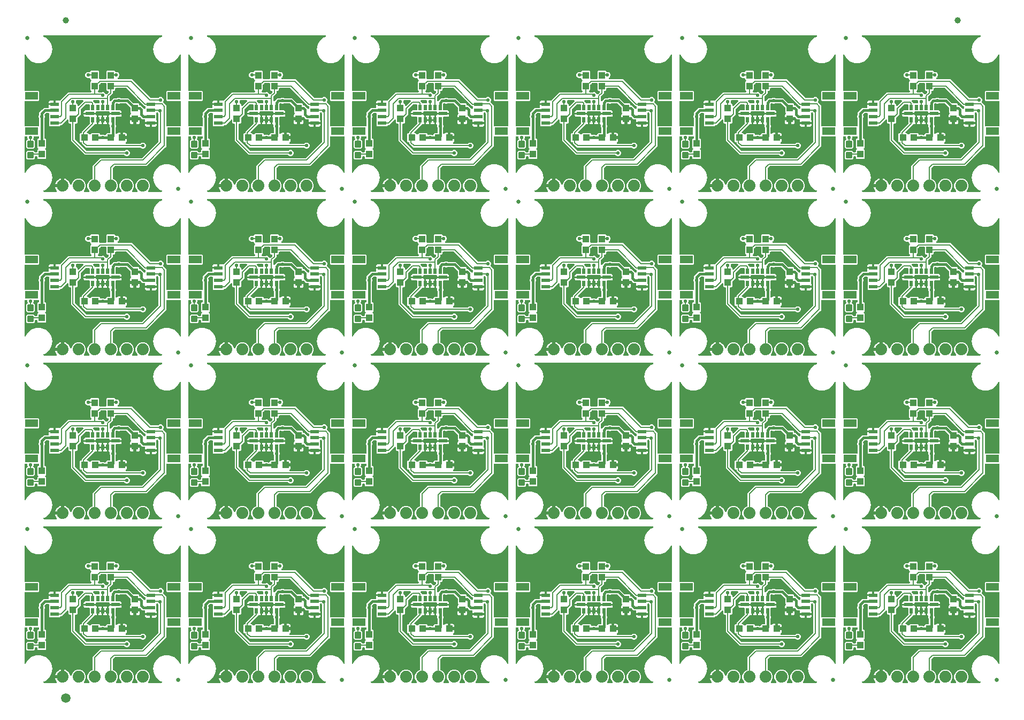
<source format=gtl>
G04 EAGLE Gerber RS-274X export*
G75*
%MOMM*%
%FSLAX34Y34*%
%LPD*%
%INTop Copper*%
%IPPOS*%
%AMOC8*
5,1,8,0,0,1.08239X$1,22.5*%
G01*
%ADD10C,0.635000*%
%ADD11R,1.000000X1.100000*%
%ADD12R,2.000000X1.200000*%
%ADD13R,1.350000X0.600000*%
%ADD14R,1.100000X1.000000*%
%ADD15C,0.300000*%
%ADD16R,0.500000X0.900000*%
%ADD17R,1.400000X0.500000*%
%ADD18C,1.879600*%
%ADD19C,1.000000*%
%ADD20C,1.500000*%
%ADD21C,0.406400*%
%ADD22C,0.558800*%
%ADD23C,0.203200*%
%ADD24C,0.254000*%

G36*
X25264Y884288D02*
X25264Y884288D01*
X25383Y884295D01*
X25421Y884308D01*
X25462Y884313D01*
X25572Y884356D01*
X25685Y884393D01*
X25720Y884415D01*
X25757Y884430D01*
X25853Y884499D01*
X25954Y884563D01*
X25982Y884593D01*
X26015Y884616D01*
X26091Y884708D01*
X26172Y884795D01*
X26192Y884830D01*
X26217Y884861D01*
X26268Y884969D01*
X26326Y885073D01*
X26336Y885113D01*
X26353Y885149D01*
X26375Y885266D01*
X26405Y885381D01*
X26409Y885441D01*
X26413Y885461D01*
X26411Y885482D01*
X26415Y885542D01*
X26415Y896108D01*
X26414Y896117D01*
X26415Y896126D01*
X26394Y896275D01*
X26375Y896423D01*
X26372Y896432D01*
X26371Y896441D01*
X26319Y896594D01*
X25653Y898200D01*
X25653Y900120D01*
X26319Y901726D01*
X26321Y901735D01*
X26326Y901744D01*
X26363Y901889D01*
X26403Y902033D01*
X26403Y902043D01*
X26405Y902052D01*
X26415Y902212D01*
X26415Y905924D01*
X29168Y908676D01*
X31044Y910552D01*
X33796Y913305D01*
X40613Y913305D01*
X40744Y913321D01*
X40876Y913332D01*
X40901Y913341D01*
X40928Y913345D01*
X41051Y913393D01*
X41176Y913437D01*
X41199Y913452D01*
X41224Y913462D01*
X41331Y913539D01*
X41441Y913613D01*
X41459Y913633D01*
X41481Y913648D01*
X41566Y913751D01*
X41654Y913849D01*
X41667Y913873D01*
X41684Y913893D01*
X41740Y914013D01*
X41802Y914131D01*
X41808Y914157D01*
X41819Y914181D01*
X41844Y914311D01*
X41875Y914440D01*
X41874Y914467D01*
X41879Y914493D01*
X41871Y914625D01*
X41868Y914758D01*
X41861Y914784D01*
X41859Y914811D01*
X41819Y914937D01*
X41783Y915064D01*
X41766Y915099D01*
X41761Y915113D01*
X41750Y915132D01*
X41712Y915209D01*
X41682Y915259D01*
X41509Y915906D01*
X41509Y917741D01*
X50570Y917741D01*
X50688Y917756D01*
X50807Y917763D01*
X50845Y917775D01*
X50885Y917781D01*
X50996Y917824D01*
X51109Y917861D01*
X51143Y917883D01*
X51181Y917898D01*
X51277Y917967D01*
X51378Y918031D01*
X51406Y918061D01*
X51438Y918084D01*
X51514Y918176D01*
X51596Y918263D01*
X51615Y918298D01*
X51641Y918329D01*
X51661Y918373D01*
X51737Y918428D01*
X51838Y918491D01*
X51866Y918521D01*
X51899Y918545D01*
X51975Y918636D01*
X52056Y918723D01*
X52076Y918758D01*
X52101Y918790D01*
X52152Y918897D01*
X52210Y919002D01*
X52220Y919041D01*
X52237Y919077D01*
X52259Y919194D01*
X52289Y919310D01*
X52293Y919370D01*
X52297Y919390D01*
X52295Y919410D01*
X52299Y919470D01*
X52299Y924781D01*
X57884Y924781D01*
X58379Y924648D01*
X58484Y924634D01*
X58587Y924611D01*
X58641Y924612D01*
X58694Y924605D01*
X58799Y924617D01*
X58905Y924620D01*
X58957Y924635D01*
X59010Y924641D01*
X59109Y924679D01*
X59210Y924709D01*
X59257Y924736D01*
X59307Y924755D01*
X59393Y924817D01*
X59484Y924870D01*
X59549Y924927D01*
X59566Y924939D01*
X59576Y924951D01*
X59605Y924977D01*
X70240Y935611D01*
X72397Y937769D01*
X107902Y937769D01*
X108040Y937786D01*
X108179Y937799D01*
X108198Y937806D01*
X108218Y937809D01*
X108347Y937860D01*
X108478Y937907D01*
X108495Y937918D01*
X108514Y937926D01*
X108626Y938007D01*
X108741Y938085D01*
X108754Y938101D01*
X108771Y938112D01*
X108860Y938220D01*
X108952Y938324D01*
X108961Y938342D01*
X108974Y938357D01*
X109033Y938483D01*
X109096Y938607D01*
X109101Y938627D01*
X109109Y938645D01*
X109135Y938782D01*
X109166Y938917D01*
X109165Y938938D01*
X109169Y938957D01*
X109160Y939096D01*
X109156Y939235D01*
X109151Y939255D01*
X109149Y939275D01*
X109106Y939407D01*
X109068Y939541D01*
X109057Y939558D01*
X109051Y939577D01*
X108977Y939695D01*
X108906Y939815D01*
X108888Y939836D01*
X108881Y939846D01*
X108866Y939860D01*
X108800Y939935D01*
X107267Y941468D01*
X107267Y954152D01*
X108528Y955412D01*
X108601Y955507D01*
X108680Y955596D01*
X108698Y955632D01*
X108723Y955664D01*
X108770Y955773D01*
X108824Y955879D01*
X108833Y955918D01*
X108849Y955956D01*
X108868Y956073D01*
X108894Y956189D01*
X108893Y956230D01*
X108899Y956270D01*
X108888Y956388D01*
X108884Y956507D01*
X108873Y956546D01*
X108869Y956586D01*
X108829Y956699D01*
X108796Y956813D01*
X108775Y956847D01*
X108762Y956886D01*
X108695Y956984D01*
X108634Y957087D01*
X108594Y957132D01*
X108583Y957149D01*
X108568Y957162D01*
X108528Y957207D01*
X107267Y958468D01*
X107267Y959371D01*
X107261Y959421D01*
X107263Y959470D01*
X107241Y959578D01*
X107227Y959687D01*
X107209Y959733D01*
X107199Y959782D01*
X107151Y959881D01*
X107110Y959983D01*
X107081Y960023D01*
X107059Y960067D01*
X106988Y960151D01*
X106924Y960240D01*
X106885Y960272D01*
X106853Y960309D01*
X106763Y960373D01*
X106679Y960443D01*
X106634Y960464D01*
X106593Y960493D01*
X106490Y960532D01*
X106391Y960578D01*
X106342Y960588D01*
X106296Y960605D01*
X106186Y960617D01*
X106079Y960638D01*
X106029Y960635D01*
X105980Y960641D01*
X105871Y960625D01*
X105761Y960618D01*
X105714Y960603D01*
X105665Y960596D01*
X105512Y960544D01*
X105100Y960373D01*
X103180Y960373D01*
X101406Y961108D01*
X100048Y962466D01*
X99313Y964240D01*
X99313Y966160D01*
X100048Y967934D01*
X101406Y969292D01*
X103180Y970027D01*
X105100Y970027D01*
X105512Y969856D01*
X105560Y969843D01*
X105605Y969822D01*
X105713Y969801D01*
X105819Y969772D01*
X105869Y969771D01*
X105918Y969762D01*
X106027Y969769D01*
X106137Y969767D01*
X106185Y969779D01*
X106235Y969782D01*
X106339Y969816D01*
X106446Y969841D01*
X106490Y969864D01*
X106537Y969880D01*
X106630Y969938D01*
X106727Y969990D01*
X106764Y970023D01*
X106806Y970050D01*
X106881Y970130D01*
X106963Y970204D01*
X106990Y970245D01*
X107024Y970281D01*
X107077Y970378D01*
X107137Y970469D01*
X107154Y970516D01*
X107178Y970560D01*
X107205Y970666D01*
X107241Y970770D01*
X107245Y970820D01*
X107257Y970868D01*
X107267Y971029D01*
X107267Y971152D01*
X108458Y972343D01*
X120142Y972343D01*
X121333Y971152D01*
X121333Y959914D01*
X121348Y959796D01*
X121355Y959677D01*
X121368Y959639D01*
X121373Y959598D01*
X121416Y959488D01*
X121453Y959375D01*
X121475Y959340D01*
X121490Y959303D01*
X121559Y959207D01*
X121623Y959106D01*
X121653Y959078D01*
X121676Y959045D01*
X121768Y958969D01*
X121855Y958888D01*
X121890Y958868D01*
X121921Y958843D01*
X122029Y958792D01*
X122133Y958734D01*
X122173Y958724D01*
X122209Y958707D01*
X122326Y958685D01*
X122441Y958655D01*
X122501Y958651D01*
X122521Y958647D01*
X122542Y958649D01*
X122602Y958645D01*
X131398Y958645D01*
X131516Y958660D01*
X131635Y958667D01*
X131673Y958680D01*
X131714Y958685D01*
X131824Y958728D01*
X131937Y958765D01*
X131972Y958787D01*
X132009Y958802D01*
X132105Y958871D01*
X132206Y958935D01*
X132234Y958965D01*
X132267Y958988D01*
X132343Y959080D01*
X132424Y959167D01*
X132444Y959202D01*
X132469Y959233D01*
X132520Y959341D01*
X132578Y959445D01*
X132588Y959485D01*
X132605Y959521D01*
X132627Y959638D01*
X132657Y959753D01*
X132661Y959813D01*
X132665Y959833D01*
X132663Y959854D01*
X132667Y959914D01*
X132667Y971152D01*
X133858Y972343D01*
X145542Y972343D01*
X146750Y971134D01*
X146755Y971059D01*
X146768Y971021D01*
X146773Y970980D01*
X146816Y970870D01*
X146853Y970757D01*
X146875Y970722D01*
X146890Y970685D01*
X146959Y970589D01*
X147023Y970488D01*
X147053Y970460D01*
X147076Y970427D01*
X147168Y970351D01*
X147255Y970270D01*
X147290Y970250D01*
X147321Y970225D01*
X147429Y970174D01*
X147533Y970116D01*
X147573Y970106D01*
X147609Y970089D01*
X147726Y970067D01*
X147841Y970037D01*
X147901Y970033D01*
X147921Y970029D01*
X147942Y970031D01*
X148002Y970027D01*
X149550Y970027D01*
X151324Y969292D01*
X152682Y967934D01*
X153417Y966160D01*
X153417Y964240D01*
X152682Y962466D01*
X151324Y961108D01*
X151272Y961087D01*
X151212Y961052D01*
X151147Y961026D01*
X151074Y960974D01*
X150996Y960929D01*
X150946Y960881D01*
X150889Y960840D01*
X150832Y960770D01*
X150768Y960708D01*
X150731Y960648D01*
X150687Y960595D01*
X150648Y960513D01*
X150601Y960437D01*
X150581Y960370D01*
X150551Y960307D01*
X150534Y960219D01*
X150508Y960133D01*
X150504Y960063D01*
X150491Y959994D01*
X150497Y959905D01*
X150493Y959815D01*
X150507Y959747D01*
X150511Y959677D01*
X150539Y959592D01*
X150557Y959504D01*
X150588Y959441D01*
X150609Y959375D01*
X150657Y959299D01*
X150697Y959218D01*
X150742Y959165D01*
X150779Y959106D01*
X150845Y959044D01*
X150903Y958976D01*
X150960Y958936D01*
X151011Y958888D01*
X151089Y958845D01*
X151163Y958793D01*
X151228Y958768D01*
X151289Y958734D01*
X151376Y958712D01*
X151460Y958680D01*
X151530Y958672D01*
X151597Y958655D01*
X151758Y958645D01*
X173427Y958645D01*
X175584Y956487D01*
X202821Y929250D01*
X202899Y929190D01*
X202971Y929122D01*
X203024Y929093D01*
X203072Y929056D01*
X203163Y929016D01*
X203250Y928968D01*
X203308Y928953D01*
X203364Y928929D01*
X203462Y928914D01*
X203558Y928889D01*
X203658Y928883D01*
X203678Y928879D01*
X203691Y928881D01*
X203719Y928879D01*
X214137Y928879D01*
X214235Y928891D01*
X214334Y928894D01*
X214392Y928911D01*
X214452Y928919D01*
X214545Y928955D01*
X214640Y928983D01*
X214692Y929013D01*
X214748Y929036D01*
X214828Y929094D01*
X214914Y929144D01*
X214989Y929210D01*
X215006Y929222D01*
X215013Y929232D01*
X215034Y929250D01*
X215706Y929922D01*
X217480Y930657D01*
X219400Y930657D01*
X221174Y929922D01*
X222532Y928564D01*
X223267Y926790D01*
X223267Y924870D01*
X222606Y923274D01*
X222598Y923245D01*
X222584Y923219D01*
X222556Y923092D01*
X222522Y922967D01*
X222521Y922938D01*
X222515Y922909D01*
X222519Y922779D01*
X222517Y922649D01*
X222524Y922621D01*
X222524Y922591D01*
X222561Y922466D01*
X222591Y922340D01*
X222605Y922314D01*
X222613Y922285D01*
X222679Y922174D01*
X222740Y922059D01*
X222759Y922037D01*
X222774Y922012D01*
X222881Y921891D01*
X224400Y920371D01*
X224401Y920371D01*
X225681Y919091D01*
X227839Y916933D01*
X227839Y885542D01*
X227854Y885424D01*
X227861Y885305D01*
X227874Y885267D01*
X227879Y885226D01*
X227922Y885116D01*
X227959Y885003D01*
X227981Y884968D01*
X227996Y884931D01*
X228065Y884835D01*
X228129Y884734D01*
X228159Y884706D01*
X228182Y884673D01*
X228274Y884597D01*
X228361Y884516D01*
X228396Y884496D01*
X228427Y884471D01*
X228535Y884420D01*
X228639Y884362D01*
X228679Y884352D01*
X228715Y884335D01*
X228832Y884313D01*
X228947Y884283D01*
X229007Y884279D01*
X229027Y884275D01*
X229048Y884277D01*
X229108Y884273D01*
X249682Y884273D01*
X249800Y884288D01*
X249919Y884295D01*
X249957Y884308D01*
X249998Y884313D01*
X250108Y884356D01*
X250221Y884393D01*
X250256Y884415D01*
X250293Y884430D01*
X250389Y884499D01*
X250490Y884563D01*
X250518Y884593D01*
X250551Y884616D01*
X250627Y884708D01*
X250708Y884795D01*
X250728Y884830D01*
X250753Y884861D01*
X250804Y884969D01*
X250862Y885073D01*
X250872Y885113D01*
X250889Y885149D01*
X250911Y885266D01*
X250941Y885381D01*
X250945Y885441D01*
X250949Y885461D01*
X250947Y885482D01*
X250951Y885542D01*
X250951Y922938D01*
X250936Y923056D01*
X250929Y923175D01*
X250916Y923213D01*
X250911Y923254D01*
X250868Y923364D01*
X250831Y923477D01*
X250809Y923512D01*
X250794Y923549D01*
X250725Y923645D01*
X250661Y923746D01*
X250631Y923774D01*
X250608Y923807D01*
X250516Y923883D01*
X250429Y923964D01*
X250394Y923984D01*
X250363Y924009D01*
X250255Y924060D01*
X250151Y924118D01*
X250111Y924128D01*
X250075Y924145D01*
X249958Y924167D01*
X249843Y924197D01*
X249783Y924201D01*
X249763Y924205D01*
X249742Y924203D01*
X249682Y924207D01*
X229108Y924207D01*
X227917Y925398D01*
X227917Y939082D01*
X229108Y940273D01*
X249682Y940273D01*
X249800Y940288D01*
X249919Y940295D01*
X249957Y940308D01*
X249998Y940313D01*
X250108Y940356D01*
X250221Y940393D01*
X250256Y940415D01*
X250293Y940430D01*
X250389Y940499D01*
X250490Y940563D01*
X250518Y940593D01*
X250551Y940616D01*
X250627Y940708D01*
X250708Y940795D01*
X250728Y940830D01*
X250753Y940861D01*
X250804Y940969D01*
X250862Y941073D01*
X250872Y941113D01*
X250889Y941149D01*
X250911Y941266D01*
X250941Y941381D01*
X250945Y941441D01*
X250949Y941461D01*
X250947Y941482D01*
X250951Y941542D01*
X250951Y996635D01*
X250933Y996780D01*
X250918Y996925D01*
X250913Y996937D01*
X250911Y996951D01*
X250858Y997086D01*
X250807Y997223D01*
X250799Y997234D01*
X250794Y997246D01*
X250709Y997364D01*
X250626Y997484D01*
X250615Y997493D01*
X250608Y997504D01*
X250496Y997597D01*
X250385Y997692D01*
X250373Y997698D01*
X250363Y997707D01*
X250231Y997768D01*
X250100Y997834D01*
X250087Y997836D01*
X250075Y997842D01*
X249933Y997869D01*
X249789Y997900D01*
X249776Y997899D01*
X249763Y997902D01*
X249618Y997893D01*
X249472Y997887D01*
X249459Y997883D01*
X249445Y997882D01*
X249307Y997837D01*
X249167Y997795D01*
X249155Y997788D01*
X249143Y997784D01*
X249020Y997706D01*
X248895Y997631D01*
X248885Y997621D01*
X248874Y997614D01*
X248774Y997508D01*
X248672Y997404D01*
X248662Y997389D01*
X248656Y997382D01*
X248648Y997367D01*
X248583Y997270D01*
X245395Y991748D01*
X239562Y986853D01*
X232407Y984249D01*
X224793Y984249D01*
X217638Y986853D01*
X211805Y991748D01*
X207998Y998342D01*
X206676Y1005840D01*
X207998Y1013338D01*
X211805Y1019932D01*
X217638Y1024827D01*
X220118Y1025729D01*
X220205Y1025774D01*
X220296Y1025810D01*
X220346Y1025846D01*
X220401Y1025875D01*
X220474Y1025939D01*
X220553Y1025996D01*
X220593Y1026044D01*
X220639Y1026086D01*
X220694Y1026166D01*
X220756Y1026241D01*
X220782Y1026298D01*
X220817Y1026349D01*
X220850Y1026441D01*
X220891Y1026529D01*
X220903Y1026590D01*
X220924Y1026649D01*
X220933Y1026746D01*
X220951Y1026842D01*
X220947Y1026904D01*
X220953Y1026966D01*
X220937Y1027062D01*
X220931Y1027159D01*
X220912Y1027218D01*
X220902Y1027280D01*
X220863Y1027369D01*
X220833Y1027461D01*
X220800Y1027514D01*
X220775Y1027571D01*
X220715Y1027648D01*
X220663Y1027730D01*
X220618Y1027773D01*
X220579Y1027822D01*
X220502Y1027881D01*
X220431Y1027948D01*
X220377Y1027978D01*
X220328Y1028016D01*
X220238Y1028055D01*
X220153Y1028102D01*
X220093Y1028117D01*
X220035Y1028142D01*
X219939Y1028157D01*
X219845Y1028181D01*
X219741Y1028188D01*
X219721Y1028191D01*
X219710Y1028190D01*
X219684Y1028191D01*
X34316Y1028191D01*
X34219Y1028179D01*
X34122Y1028176D01*
X34062Y1028159D01*
X34000Y1028151D01*
X33910Y1028116D01*
X33816Y1028089D01*
X33762Y1028057D01*
X33704Y1028034D01*
X33626Y1027977D01*
X33542Y1027928D01*
X33498Y1027884D01*
X33447Y1027848D01*
X33385Y1027772D01*
X33316Y1027704D01*
X33284Y1027651D01*
X33244Y1027603D01*
X33203Y1027515D01*
X33153Y1027431D01*
X33135Y1027371D01*
X33109Y1027315D01*
X33091Y1027219D01*
X33063Y1027126D01*
X33061Y1027064D01*
X33049Y1027003D01*
X33055Y1026905D01*
X33052Y1026808D01*
X33065Y1026747D01*
X33069Y1026685D01*
X33099Y1026592D01*
X33120Y1026497D01*
X33148Y1026442D01*
X33167Y1026383D01*
X33219Y1026300D01*
X33263Y1026213D01*
X33304Y1026167D01*
X33337Y1026114D01*
X33408Y1026047D01*
X33472Y1025974D01*
X33523Y1025939D01*
X33569Y1025896D01*
X33654Y1025849D01*
X33734Y1025794D01*
X33830Y1025752D01*
X33847Y1025742D01*
X33858Y1025740D01*
X33882Y1025729D01*
X36362Y1024827D01*
X42195Y1019932D01*
X46002Y1013338D01*
X47324Y1005840D01*
X46002Y998342D01*
X42195Y991748D01*
X36362Y986853D01*
X29207Y984249D01*
X21593Y984249D01*
X14438Y986853D01*
X8605Y991748D01*
X5417Y997270D01*
X5329Y997386D01*
X5244Y997504D01*
X5233Y997512D01*
X5225Y997523D01*
X5111Y997613D01*
X4999Y997707D01*
X4986Y997712D01*
X4976Y997721D01*
X4842Y997780D01*
X4711Y997842D01*
X4698Y997845D01*
X4685Y997850D01*
X4541Y997875D01*
X4398Y997902D01*
X4385Y997901D01*
X4372Y997903D01*
X4226Y997891D01*
X4081Y997882D01*
X4068Y997878D01*
X4055Y997877D01*
X3917Y997829D01*
X3779Y997784D01*
X3767Y997777D01*
X3754Y997772D01*
X3633Y997692D01*
X3510Y997614D01*
X3501Y997604D01*
X3489Y997597D01*
X3392Y997489D01*
X3292Y997382D01*
X3285Y997370D01*
X3276Y997360D01*
X3209Y997232D01*
X3138Y997104D01*
X3135Y997091D01*
X3129Y997079D01*
X3095Y996937D01*
X3059Y996796D01*
X3058Y996778D01*
X3056Y996769D01*
X3056Y996752D01*
X3049Y996635D01*
X3049Y941542D01*
X3064Y941424D01*
X3071Y941305D01*
X3084Y941267D01*
X3089Y941226D01*
X3132Y941116D01*
X3169Y941003D01*
X3191Y940968D01*
X3206Y940931D01*
X3275Y940835D01*
X3339Y940734D01*
X3369Y940706D01*
X3392Y940673D01*
X3484Y940597D01*
X3571Y940516D01*
X3606Y940496D01*
X3637Y940471D01*
X3745Y940420D01*
X3849Y940362D01*
X3889Y940352D01*
X3925Y940335D01*
X4042Y940313D01*
X4157Y940283D01*
X4217Y940279D01*
X4237Y940275D01*
X4258Y940277D01*
X4318Y940273D01*
X24892Y940273D01*
X26083Y939082D01*
X26083Y925398D01*
X24892Y924207D01*
X4318Y924207D01*
X4200Y924192D01*
X4081Y924185D01*
X4043Y924172D01*
X4002Y924167D01*
X3892Y924124D01*
X3779Y924087D01*
X3744Y924065D01*
X3707Y924050D01*
X3611Y923981D01*
X3510Y923917D01*
X3482Y923887D01*
X3449Y923864D01*
X3373Y923772D01*
X3292Y923685D01*
X3272Y923650D01*
X3247Y923619D01*
X3196Y923511D01*
X3138Y923407D01*
X3128Y923367D01*
X3111Y923331D01*
X3089Y923214D01*
X3059Y923099D01*
X3055Y923039D01*
X3051Y923019D01*
X3053Y922998D01*
X3049Y922938D01*
X3049Y885542D01*
X3064Y885424D01*
X3071Y885305D01*
X3084Y885267D01*
X3089Y885226D01*
X3132Y885116D01*
X3169Y885003D01*
X3191Y884968D01*
X3206Y884931D01*
X3275Y884835D01*
X3339Y884734D01*
X3369Y884706D01*
X3392Y884673D01*
X3484Y884597D01*
X3571Y884516D01*
X3606Y884496D01*
X3637Y884471D01*
X3745Y884420D01*
X3849Y884362D01*
X3889Y884352D01*
X3925Y884335D01*
X4042Y884313D01*
X4157Y884283D01*
X4217Y884279D01*
X4237Y884275D01*
X4258Y884277D01*
X4318Y884273D01*
X25146Y884273D01*
X25264Y884288D01*
G37*
G36*
X1061584Y625208D02*
X1061584Y625208D01*
X1061703Y625215D01*
X1061741Y625228D01*
X1061782Y625233D01*
X1061892Y625276D01*
X1062005Y625313D01*
X1062040Y625335D01*
X1062077Y625350D01*
X1062173Y625419D01*
X1062274Y625483D01*
X1062302Y625513D01*
X1062335Y625536D01*
X1062411Y625628D01*
X1062492Y625715D01*
X1062512Y625750D01*
X1062537Y625781D01*
X1062588Y625889D01*
X1062646Y625993D01*
X1062656Y626033D01*
X1062673Y626069D01*
X1062695Y626186D01*
X1062725Y626301D01*
X1062729Y626361D01*
X1062733Y626381D01*
X1062731Y626402D01*
X1062735Y626462D01*
X1062735Y637028D01*
X1062734Y637037D01*
X1062735Y637046D01*
X1062714Y637195D01*
X1062695Y637343D01*
X1062692Y637352D01*
X1062691Y637361D01*
X1062639Y637514D01*
X1061973Y639120D01*
X1061973Y641040D01*
X1062639Y642646D01*
X1062641Y642655D01*
X1062646Y642664D01*
X1062683Y642809D01*
X1062723Y642953D01*
X1062723Y642962D01*
X1062725Y642971D01*
X1062735Y643132D01*
X1062735Y646844D01*
X1070116Y654225D01*
X1076933Y654225D01*
X1077064Y654241D01*
X1077196Y654252D01*
X1077221Y654261D01*
X1077248Y654265D01*
X1077371Y654313D01*
X1077496Y654357D01*
X1077519Y654372D01*
X1077544Y654382D01*
X1077651Y654459D01*
X1077761Y654533D01*
X1077779Y654553D01*
X1077801Y654568D01*
X1077886Y654671D01*
X1077974Y654769D01*
X1077987Y654793D01*
X1078004Y654813D01*
X1078060Y654933D01*
X1078122Y655051D01*
X1078128Y655077D01*
X1078139Y655101D01*
X1078164Y655231D01*
X1078195Y655360D01*
X1078194Y655387D01*
X1078199Y655413D01*
X1078191Y655545D01*
X1078188Y655678D01*
X1078181Y655704D01*
X1078179Y655731D01*
X1078139Y655857D01*
X1078103Y655984D01*
X1078086Y656019D01*
X1078081Y656033D01*
X1078070Y656052D01*
X1078032Y656129D01*
X1078002Y656179D01*
X1077829Y656826D01*
X1077829Y658661D01*
X1086890Y658661D01*
X1087008Y658676D01*
X1087127Y658683D01*
X1087165Y658695D01*
X1087205Y658701D01*
X1087316Y658744D01*
X1087429Y658781D01*
X1087463Y658803D01*
X1087501Y658818D01*
X1087597Y658887D01*
X1087698Y658951D01*
X1087726Y658981D01*
X1087758Y659004D01*
X1087834Y659096D01*
X1087916Y659183D01*
X1087935Y659218D01*
X1087961Y659249D01*
X1087981Y659293D01*
X1088057Y659348D01*
X1088158Y659411D01*
X1088186Y659441D01*
X1088219Y659465D01*
X1088295Y659556D01*
X1088376Y659643D01*
X1088396Y659678D01*
X1088421Y659710D01*
X1088472Y659817D01*
X1088530Y659922D01*
X1088540Y659961D01*
X1088557Y659997D01*
X1088579Y660114D01*
X1088609Y660230D01*
X1088613Y660290D01*
X1088617Y660310D01*
X1088615Y660330D01*
X1088619Y660390D01*
X1088619Y665701D01*
X1094204Y665701D01*
X1094699Y665568D01*
X1094804Y665554D01*
X1094907Y665531D01*
X1094961Y665532D01*
X1095014Y665525D01*
X1095119Y665537D01*
X1095225Y665540D01*
X1095277Y665555D01*
X1095330Y665561D01*
X1095429Y665599D01*
X1095530Y665629D01*
X1095577Y665656D01*
X1095627Y665675D01*
X1095713Y665737D01*
X1095804Y665790D01*
X1095869Y665847D01*
X1095886Y665859D01*
X1095896Y665871D01*
X1095925Y665897D01*
X1106560Y676531D01*
X1108717Y678689D01*
X1144222Y678689D01*
X1144360Y678706D01*
X1144499Y678719D01*
X1144518Y678726D01*
X1144538Y678729D01*
X1144667Y678780D01*
X1144798Y678827D01*
X1144815Y678838D01*
X1144834Y678846D01*
X1144946Y678927D01*
X1145061Y679005D01*
X1145074Y679021D01*
X1145091Y679032D01*
X1145180Y679140D01*
X1145272Y679244D01*
X1145281Y679262D01*
X1145294Y679277D01*
X1145353Y679403D01*
X1145416Y679527D01*
X1145421Y679547D01*
X1145429Y679565D01*
X1145455Y679702D01*
X1145486Y679837D01*
X1145485Y679858D01*
X1145489Y679877D01*
X1145480Y680016D01*
X1145476Y680155D01*
X1145471Y680175D01*
X1145469Y680195D01*
X1145426Y680327D01*
X1145388Y680461D01*
X1145377Y680478D01*
X1145371Y680497D01*
X1145297Y680615D01*
X1145226Y680735D01*
X1145208Y680756D01*
X1145201Y680766D01*
X1145186Y680780D01*
X1145120Y680855D01*
X1143587Y682388D01*
X1143587Y695072D01*
X1144848Y696332D01*
X1144921Y696427D01*
X1145000Y696516D01*
X1145018Y696552D01*
X1145043Y696584D01*
X1145090Y696693D01*
X1145144Y696799D01*
X1145153Y696838D01*
X1145169Y696876D01*
X1145188Y696993D01*
X1145214Y697109D01*
X1145213Y697150D01*
X1145219Y697190D01*
X1145208Y697308D01*
X1145204Y697427D01*
X1145193Y697466D01*
X1145189Y697506D01*
X1145149Y697619D01*
X1145116Y697733D01*
X1145095Y697767D01*
X1145082Y697806D01*
X1145015Y697904D01*
X1144954Y698007D01*
X1144914Y698052D01*
X1144903Y698069D01*
X1144888Y698082D01*
X1144848Y698127D01*
X1143587Y699388D01*
X1143587Y700291D01*
X1143581Y700341D01*
X1143583Y700390D01*
X1143561Y700498D01*
X1143547Y700607D01*
X1143529Y700653D01*
X1143519Y700702D01*
X1143471Y700801D01*
X1143430Y700903D01*
X1143401Y700943D01*
X1143379Y700987D01*
X1143308Y701071D01*
X1143244Y701160D01*
X1143205Y701192D01*
X1143173Y701229D01*
X1143083Y701293D01*
X1142999Y701363D01*
X1142954Y701384D01*
X1142913Y701413D01*
X1142810Y701452D01*
X1142711Y701498D01*
X1142662Y701508D01*
X1142616Y701525D01*
X1142506Y701537D01*
X1142399Y701558D01*
X1142349Y701555D01*
X1142300Y701561D01*
X1142191Y701545D01*
X1142081Y701538D01*
X1142034Y701523D01*
X1141985Y701516D01*
X1141832Y701464D01*
X1141420Y701293D01*
X1139500Y701293D01*
X1137726Y702028D01*
X1136368Y703386D01*
X1135633Y705160D01*
X1135633Y707080D01*
X1136368Y708854D01*
X1137726Y710212D01*
X1139500Y710947D01*
X1141420Y710947D01*
X1141832Y710776D01*
X1141880Y710763D01*
X1141925Y710742D01*
X1142033Y710721D01*
X1142139Y710692D01*
X1142189Y710691D01*
X1142238Y710682D01*
X1142347Y710689D01*
X1142457Y710687D01*
X1142505Y710699D01*
X1142555Y710702D01*
X1142659Y710736D01*
X1142766Y710761D01*
X1142810Y710784D01*
X1142857Y710800D01*
X1142950Y710858D01*
X1143047Y710910D01*
X1143084Y710943D01*
X1143126Y710970D01*
X1143201Y711050D01*
X1143283Y711124D01*
X1143310Y711165D01*
X1143344Y711201D01*
X1143397Y711298D01*
X1143457Y711389D01*
X1143474Y711436D01*
X1143498Y711480D01*
X1143525Y711586D01*
X1143561Y711690D01*
X1143565Y711740D01*
X1143577Y711788D01*
X1143587Y711949D01*
X1143587Y712072D01*
X1144778Y713263D01*
X1156462Y713263D01*
X1157653Y712072D01*
X1157653Y700834D01*
X1157668Y700716D01*
X1157675Y700597D01*
X1157688Y700559D01*
X1157693Y700518D01*
X1157736Y700408D01*
X1157773Y700295D01*
X1157795Y700260D01*
X1157810Y700223D01*
X1157879Y700127D01*
X1157943Y700026D01*
X1157973Y699998D01*
X1157996Y699965D01*
X1158088Y699889D01*
X1158175Y699808D01*
X1158210Y699788D01*
X1158241Y699763D01*
X1158349Y699712D01*
X1158453Y699654D01*
X1158493Y699644D01*
X1158529Y699627D01*
X1158646Y699605D01*
X1158761Y699575D01*
X1158821Y699571D01*
X1158841Y699567D01*
X1158862Y699569D01*
X1158922Y699565D01*
X1167718Y699565D01*
X1167836Y699580D01*
X1167955Y699587D01*
X1167993Y699600D01*
X1168034Y699605D01*
X1168144Y699648D01*
X1168257Y699685D01*
X1168292Y699707D01*
X1168329Y699722D01*
X1168425Y699791D01*
X1168526Y699855D01*
X1168554Y699885D01*
X1168587Y699908D01*
X1168663Y700000D01*
X1168744Y700087D01*
X1168764Y700122D01*
X1168789Y700153D01*
X1168840Y700261D01*
X1168898Y700365D01*
X1168908Y700405D01*
X1168925Y700441D01*
X1168947Y700558D01*
X1168977Y700673D01*
X1168981Y700733D01*
X1168985Y700753D01*
X1168983Y700774D01*
X1168987Y700834D01*
X1168987Y712072D01*
X1170178Y713263D01*
X1181862Y713263D01*
X1183070Y712054D01*
X1183075Y711979D01*
X1183088Y711941D01*
X1183093Y711900D01*
X1183136Y711790D01*
X1183173Y711677D01*
X1183195Y711642D01*
X1183210Y711605D01*
X1183279Y711509D01*
X1183343Y711408D01*
X1183373Y711380D01*
X1183396Y711347D01*
X1183488Y711271D01*
X1183575Y711190D01*
X1183610Y711170D01*
X1183641Y711145D01*
X1183749Y711094D01*
X1183853Y711036D01*
X1183893Y711026D01*
X1183929Y711009D01*
X1184046Y710987D01*
X1184161Y710957D01*
X1184221Y710953D01*
X1184241Y710949D01*
X1184262Y710951D01*
X1184322Y710947D01*
X1185870Y710947D01*
X1187644Y710212D01*
X1189002Y708854D01*
X1189737Y707080D01*
X1189737Y705160D01*
X1189002Y703386D01*
X1187644Y702028D01*
X1187592Y702007D01*
X1187532Y701972D01*
X1187467Y701946D01*
X1187394Y701894D01*
X1187316Y701849D01*
X1187266Y701801D01*
X1187209Y701760D01*
X1187152Y701690D01*
X1187088Y701628D01*
X1187051Y701568D01*
X1187007Y701515D01*
X1186968Y701433D01*
X1186921Y701357D01*
X1186901Y701290D01*
X1186871Y701227D01*
X1186854Y701139D01*
X1186828Y701053D01*
X1186824Y700983D01*
X1186811Y700914D01*
X1186817Y700825D01*
X1186813Y700735D01*
X1186827Y700667D01*
X1186831Y700597D01*
X1186859Y700512D01*
X1186877Y700424D01*
X1186908Y700361D01*
X1186929Y700295D01*
X1186977Y700219D01*
X1187017Y700138D01*
X1187062Y700085D01*
X1187099Y700026D01*
X1187165Y699964D01*
X1187223Y699896D01*
X1187280Y699856D01*
X1187331Y699808D01*
X1187409Y699765D01*
X1187483Y699713D01*
X1187548Y699688D01*
X1187609Y699654D01*
X1187696Y699632D01*
X1187780Y699600D01*
X1187850Y699592D01*
X1187917Y699575D01*
X1188078Y699565D01*
X1209747Y699565D01*
X1239141Y670170D01*
X1239219Y670110D01*
X1239291Y670042D01*
X1239344Y670013D01*
X1239392Y669976D01*
X1239483Y669936D01*
X1239570Y669888D01*
X1239629Y669873D01*
X1239684Y669849D01*
X1239782Y669834D01*
X1239878Y669809D01*
X1239978Y669803D01*
X1239998Y669799D01*
X1240011Y669801D01*
X1240039Y669799D01*
X1250457Y669799D01*
X1250555Y669811D01*
X1250654Y669814D01*
X1250712Y669831D01*
X1250772Y669839D01*
X1250865Y669875D01*
X1250960Y669903D01*
X1251012Y669933D01*
X1251068Y669956D01*
X1251148Y670014D01*
X1251234Y670064D01*
X1251309Y670130D01*
X1251326Y670142D01*
X1251333Y670152D01*
X1251354Y670170D01*
X1252026Y670842D01*
X1253800Y671577D01*
X1255720Y671577D01*
X1257494Y670842D01*
X1258852Y669484D01*
X1259587Y667710D01*
X1259587Y665790D01*
X1258926Y664194D01*
X1258918Y664165D01*
X1258904Y664139D01*
X1258876Y664012D01*
X1258842Y663887D01*
X1258841Y663858D01*
X1258835Y663829D01*
X1258839Y663699D01*
X1258837Y663569D01*
X1258844Y663541D01*
X1258844Y663511D01*
X1258881Y663386D01*
X1258911Y663260D01*
X1258925Y663234D01*
X1258933Y663205D01*
X1258999Y663094D01*
X1259060Y662979D01*
X1259079Y662957D01*
X1259094Y662932D01*
X1259201Y662811D01*
X1260720Y661291D01*
X1264159Y657853D01*
X1264159Y626462D01*
X1264174Y626344D01*
X1264181Y626225D01*
X1264194Y626187D01*
X1264199Y626146D01*
X1264242Y626036D01*
X1264279Y625923D01*
X1264301Y625888D01*
X1264316Y625851D01*
X1264385Y625755D01*
X1264449Y625654D01*
X1264479Y625626D01*
X1264502Y625593D01*
X1264594Y625517D01*
X1264681Y625436D01*
X1264716Y625416D01*
X1264747Y625391D01*
X1264855Y625340D01*
X1264959Y625282D01*
X1264999Y625272D01*
X1265035Y625255D01*
X1265152Y625233D01*
X1265267Y625203D01*
X1265327Y625199D01*
X1265347Y625195D01*
X1265368Y625197D01*
X1265428Y625193D01*
X1286002Y625193D01*
X1286120Y625208D01*
X1286239Y625215D01*
X1286277Y625228D01*
X1286318Y625233D01*
X1286428Y625276D01*
X1286541Y625313D01*
X1286576Y625335D01*
X1286613Y625350D01*
X1286709Y625419D01*
X1286810Y625483D01*
X1286838Y625513D01*
X1286871Y625536D01*
X1286947Y625628D01*
X1287028Y625715D01*
X1287048Y625750D01*
X1287073Y625781D01*
X1287124Y625889D01*
X1287182Y625993D01*
X1287192Y626033D01*
X1287209Y626069D01*
X1287231Y626186D01*
X1287261Y626301D01*
X1287265Y626361D01*
X1287269Y626381D01*
X1287267Y626402D01*
X1287271Y626462D01*
X1287271Y663858D01*
X1287256Y663976D01*
X1287249Y664095D01*
X1287236Y664133D01*
X1287231Y664174D01*
X1287188Y664284D01*
X1287151Y664397D01*
X1287129Y664432D01*
X1287114Y664469D01*
X1287045Y664565D01*
X1286981Y664666D01*
X1286951Y664694D01*
X1286928Y664727D01*
X1286836Y664803D01*
X1286749Y664884D01*
X1286714Y664904D01*
X1286683Y664929D01*
X1286575Y664980D01*
X1286471Y665038D01*
X1286431Y665048D01*
X1286395Y665065D01*
X1286278Y665087D01*
X1286163Y665117D01*
X1286103Y665121D01*
X1286083Y665125D01*
X1286062Y665123D01*
X1286002Y665127D01*
X1265428Y665127D01*
X1264237Y666318D01*
X1264237Y680002D01*
X1265428Y681193D01*
X1286002Y681193D01*
X1286120Y681208D01*
X1286239Y681215D01*
X1286277Y681228D01*
X1286318Y681233D01*
X1286428Y681276D01*
X1286541Y681313D01*
X1286576Y681335D01*
X1286613Y681350D01*
X1286709Y681419D01*
X1286810Y681483D01*
X1286838Y681513D01*
X1286871Y681536D01*
X1286947Y681628D01*
X1287028Y681715D01*
X1287048Y681750D01*
X1287073Y681781D01*
X1287124Y681889D01*
X1287182Y681993D01*
X1287192Y682033D01*
X1287209Y682069D01*
X1287231Y682186D01*
X1287261Y682301D01*
X1287265Y682361D01*
X1287269Y682381D01*
X1287267Y682402D01*
X1287271Y682462D01*
X1287271Y737555D01*
X1287253Y737700D01*
X1287238Y737845D01*
X1287233Y737857D01*
X1287231Y737871D01*
X1287178Y738006D01*
X1287127Y738143D01*
X1287119Y738154D01*
X1287114Y738166D01*
X1287029Y738284D01*
X1286946Y738404D01*
X1286935Y738413D01*
X1286928Y738424D01*
X1286816Y738517D01*
X1286705Y738612D01*
X1286693Y738618D01*
X1286683Y738627D01*
X1286551Y738688D01*
X1286420Y738754D01*
X1286407Y738756D01*
X1286395Y738762D01*
X1286253Y738789D01*
X1286109Y738820D01*
X1286096Y738819D01*
X1286083Y738822D01*
X1285938Y738813D01*
X1285792Y738807D01*
X1285779Y738803D01*
X1285765Y738802D01*
X1285627Y738757D01*
X1285487Y738715D01*
X1285475Y738708D01*
X1285463Y738704D01*
X1285340Y738626D01*
X1285215Y738551D01*
X1285205Y738541D01*
X1285194Y738534D01*
X1285094Y738428D01*
X1284992Y738324D01*
X1284982Y738309D01*
X1284976Y738302D01*
X1284968Y738287D01*
X1284903Y738190D01*
X1281715Y732668D01*
X1275882Y727773D01*
X1268727Y725169D01*
X1261113Y725169D01*
X1253958Y727773D01*
X1248125Y732668D01*
X1244318Y739262D01*
X1242996Y746760D01*
X1244318Y754258D01*
X1248125Y760852D01*
X1253958Y765747D01*
X1256438Y766649D01*
X1256525Y766694D01*
X1256615Y766730D01*
X1256666Y766766D01*
X1256721Y766795D01*
X1256794Y766859D01*
X1256873Y766916D01*
X1256913Y766964D01*
X1256959Y767006D01*
X1257013Y767086D01*
X1257076Y767161D01*
X1257102Y767218D01*
X1257137Y767269D01*
X1257170Y767361D01*
X1257211Y767449D01*
X1257223Y767510D01*
X1257244Y767569D01*
X1257253Y767666D01*
X1257271Y767762D01*
X1257267Y767824D01*
X1257273Y767886D01*
X1257257Y767982D01*
X1257251Y768079D01*
X1257232Y768138D01*
X1257222Y768200D01*
X1257183Y768289D01*
X1257153Y768381D01*
X1257120Y768434D01*
X1257095Y768491D01*
X1257035Y768568D01*
X1256983Y768650D01*
X1256938Y768693D01*
X1256899Y768742D01*
X1256822Y768801D01*
X1256751Y768868D01*
X1256697Y768898D01*
X1256648Y768936D01*
X1256558Y768975D01*
X1256473Y769022D01*
X1256413Y769037D01*
X1256355Y769062D01*
X1256259Y769077D01*
X1256165Y769101D01*
X1256061Y769108D01*
X1256041Y769111D01*
X1256030Y769110D01*
X1256004Y769111D01*
X1070636Y769111D01*
X1070539Y769099D01*
X1070442Y769096D01*
X1070382Y769079D01*
X1070320Y769071D01*
X1070230Y769036D01*
X1070136Y769009D01*
X1070082Y768977D01*
X1070024Y768954D01*
X1069946Y768897D01*
X1069862Y768848D01*
X1069818Y768804D01*
X1069767Y768768D01*
X1069705Y768692D01*
X1069636Y768624D01*
X1069604Y768571D01*
X1069564Y768523D01*
X1069523Y768435D01*
X1069473Y768351D01*
X1069455Y768291D01*
X1069429Y768235D01*
X1069411Y768139D01*
X1069383Y768046D01*
X1069381Y767984D01*
X1069369Y767923D01*
X1069375Y767825D01*
X1069372Y767728D01*
X1069385Y767667D01*
X1069389Y767605D01*
X1069419Y767512D01*
X1069440Y767417D01*
X1069468Y767362D01*
X1069487Y767303D01*
X1069539Y767220D01*
X1069583Y767133D01*
X1069624Y767087D01*
X1069657Y767034D01*
X1069728Y766967D01*
X1069792Y766894D01*
X1069843Y766859D01*
X1069889Y766816D01*
X1069974Y766769D01*
X1070054Y766714D01*
X1070150Y766672D01*
X1070167Y766662D01*
X1070178Y766660D01*
X1070202Y766649D01*
X1072682Y765747D01*
X1078515Y760852D01*
X1082322Y754258D01*
X1083644Y746760D01*
X1082322Y739262D01*
X1078515Y732668D01*
X1072682Y727773D01*
X1065527Y725169D01*
X1057913Y725169D01*
X1050758Y727773D01*
X1044925Y732668D01*
X1041737Y738190D01*
X1041649Y738306D01*
X1041564Y738424D01*
X1041553Y738432D01*
X1041545Y738443D01*
X1041431Y738533D01*
X1041319Y738627D01*
X1041306Y738632D01*
X1041296Y738641D01*
X1041162Y738700D01*
X1041031Y738762D01*
X1041018Y738765D01*
X1041005Y738770D01*
X1040861Y738795D01*
X1040718Y738822D01*
X1040705Y738821D01*
X1040692Y738823D01*
X1040546Y738811D01*
X1040401Y738802D01*
X1040388Y738798D01*
X1040375Y738797D01*
X1040237Y738749D01*
X1040099Y738704D01*
X1040087Y738697D01*
X1040074Y738692D01*
X1039953Y738612D01*
X1039830Y738534D01*
X1039821Y738524D01*
X1039809Y738517D01*
X1039712Y738409D01*
X1039612Y738302D01*
X1039605Y738290D01*
X1039596Y738280D01*
X1039529Y738152D01*
X1039458Y738024D01*
X1039455Y738011D01*
X1039449Y737999D01*
X1039415Y737857D01*
X1039379Y737716D01*
X1039378Y737698D01*
X1039376Y737689D01*
X1039376Y737672D01*
X1039369Y737555D01*
X1039369Y682462D01*
X1039384Y682344D01*
X1039391Y682225D01*
X1039404Y682187D01*
X1039409Y682146D01*
X1039452Y682036D01*
X1039489Y681923D01*
X1039511Y681888D01*
X1039526Y681851D01*
X1039595Y681755D01*
X1039659Y681654D01*
X1039689Y681626D01*
X1039712Y681593D01*
X1039804Y681517D01*
X1039891Y681436D01*
X1039926Y681416D01*
X1039957Y681391D01*
X1040065Y681340D01*
X1040169Y681282D01*
X1040209Y681272D01*
X1040245Y681255D01*
X1040362Y681233D01*
X1040477Y681203D01*
X1040537Y681199D01*
X1040557Y681195D01*
X1040578Y681197D01*
X1040638Y681193D01*
X1061212Y681193D01*
X1062403Y680002D01*
X1062403Y666318D01*
X1061212Y665127D01*
X1040638Y665127D01*
X1040520Y665112D01*
X1040401Y665105D01*
X1040363Y665092D01*
X1040322Y665087D01*
X1040212Y665044D01*
X1040099Y665007D01*
X1040064Y664985D01*
X1040027Y664970D01*
X1039931Y664901D01*
X1039830Y664837D01*
X1039802Y664807D01*
X1039769Y664784D01*
X1039693Y664692D01*
X1039612Y664605D01*
X1039592Y664570D01*
X1039567Y664539D01*
X1039516Y664431D01*
X1039458Y664327D01*
X1039448Y664287D01*
X1039431Y664251D01*
X1039409Y664134D01*
X1039379Y664019D01*
X1039375Y663959D01*
X1039371Y663939D01*
X1039373Y663918D01*
X1039369Y663858D01*
X1039369Y626462D01*
X1039384Y626344D01*
X1039391Y626225D01*
X1039404Y626187D01*
X1039409Y626146D01*
X1039452Y626036D01*
X1039489Y625923D01*
X1039511Y625888D01*
X1039526Y625851D01*
X1039595Y625755D01*
X1039659Y625654D01*
X1039689Y625626D01*
X1039712Y625593D01*
X1039804Y625517D01*
X1039891Y625436D01*
X1039926Y625416D01*
X1039957Y625391D01*
X1040065Y625340D01*
X1040169Y625282D01*
X1040209Y625272D01*
X1040245Y625255D01*
X1040362Y625233D01*
X1040477Y625203D01*
X1040537Y625199D01*
X1040557Y625195D01*
X1040578Y625197D01*
X1040638Y625193D01*
X1061466Y625193D01*
X1061584Y625208D01*
G37*
G36*
X25264Y366128D02*
X25264Y366128D01*
X25383Y366135D01*
X25421Y366148D01*
X25462Y366153D01*
X25572Y366196D01*
X25685Y366233D01*
X25720Y366255D01*
X25757Y366270D01*
X25853Y366339D01*
X25954Y366403D01*
X25982Y366433D01*
X26015Y366456D01*
X26091Y366548D01*
X26172Y366635D01*
X26192Y366670D01*
X26217Y366701D01*
X26268Y366809D01*
X26326Y366913D01*
X26336Y366953D01*
X26353Y366989D01*
X26375Y367106D01*
X26405Y367221D01*
X26409Y367281D01*
X26413Y367301D01*
X26411Y367322D01*
X26415Y367382D01*
X26415Y377948D01*
X26414Y377957D01*
X26415Y377966D01*
X26394Y378115D01*
X26375Y378263D01*
X26372Y378272D01*
X26371Y378281D01*
X26319Y378434D01*
X25653Y380040D01*
X25653Y381960D01*
X26319Y383566D01*
X26321Y383575D01*
X26326Y383584D01*
X26363Y383729D01*
X26403Y383873D01*
X26403Y383883D01*
X26405Y383892D01*
X26415Y384052D01*
X26415Y387764D01*
X29168Y390516D01*
X31044Y392392D01*
X33796Y395145D01*
X40613Y395145D01*
X40744Y395161D01*
X40876Y395172D01*
X40901Y395181D01*
X40928Y395185D01*
X41051Y395233D01*
X41176Y395277D01*
X41199Y395292D01*
X41224Y395302D01*
X41331Y395379D01*
X41441Y395453D01*
X41459Y395473D01*
X41481Y395488D01*
X41566Y395591D01*
X41654Y395689D01*
X41667Y395713D01*
X41684Y395733D01*
X41740Y395853D01*
X41802Y395971D01*
X41808Y395997D01*
X41819Y396021D01*
X41844Y396151D01*
X41875Y396280D01*
X41874Y396307D01*
X41879Y396333D01*
X41871Y396465D01*
X41868Y396598D01*
X41861Y396624D01*
X41859Y396651D01*
X41819Y396777D01*
X41783Y396904D01*
X41766Y396939D01*
X41761Y396953D01*
X41750Y396972D01*
X41712Y397049D01*
X41682Y397099D01*
X41509Y397746D01*
X41509Y399581D01*
X50570Y399581D01*
X50688Y399596D01*
X50807Y399603D01*
X50845Y399615D01*
X50885Y399621D01*
X50996Y399664D01*
X51109Y399701D01*
X51143Y399723D01*
X51181Y399738D01*
X51277Y399807D01*
X51378Y399871D01*
X51406Y399901D01*
X51438Y399924D01*
X51514Y400016D01*
X51596Y400103D01*
X51615Y400138D01*
X51641Y400169D01*
X51661Y400213D01*
X51737Y400268D01*
X51838Y400331D01*
X51866Y400361D01*
X51899Y400385D01*
X51975Y400476D01*
X52056Y400563D01*
X52076Y400598D01*
X52101Y400630D01*
X52152Y400737D01*
X52210Y400842D01*
X52220Y400881D01*
X52237Y400917D01*
X52259Y401034D01*
X52289Y401150D01*
X52293Y401210D01*
X52297Y401230D01*
X52295Y401250D01*
X52299Y401310D01*
X52299Y406621D01*
X57884Y406621D01*
X58379Y406488D01*
X58484Y406474D01*
X58587Y406451D01*
X58641Y406452D01*
X58694Y406445D01*
X58799Y406457D01*
X58905Y406460D01*
X58957Y406475D01*
X59010Y406481D01*
X59109Y406519D01*
X59210Y406549D01*
X59257Y406576D01*
X59307Y406595D01*
X59393Y406657D01*
X59484Y406710D01*
X59549Y406767D01*
X59566Y406779D01*
X59576Y406791D01*
X59605Y406817D01*
X70240Y417451D01*
X72397Y419609D01*
X107902Y419609D01*
X108040Y419626D01*
X108179Y419639D01*
X108198Y419646D01*
X108218Y419649D01*
X108347Y419700D01*
X108478Y419747D01*
X108495Y419758D01*
X108514Y419766D01*
X108626Y419847D01*
X108741Y419925D01*
X108754Y419941D01*
X108771Y419952D01*
X108860Y420060D01*
X108952Y420164D01*
X108961Y420182D01*
X108974Y420197D01*
X109033Y420323D01*
X109096Y420447D01*
X109101Y420467D01*
X109109Y420485D01*
X109135Y420622D01*
X109166Y420757D01*
X109165Y420778D01*
X109169Y420797D01*
X109160Y420936D01*
X109156Y421075D01*
X109151Y421095D01*
X109149Y421115D01*
X109106Y421247D01*
X109068Y421381D01*
X109057Y421398D01*
X109051Y421417D01*
X108977Y421535D01*
X108906Y421655D01*
X108888Y421676D01*
X108881Y421686D01*
X108866Y421700D01*
X108800Y421775D01*
X107267Y423308D01*
X107267Y435992D01*
X108528Y437252D01*
X108601Y437347D01*
X108680Y437436D01*
X108698Y437472D01*
X108723Y437504D01*
X108770Y437613D01*
X108824Y437719D01*
X108833Y437758D01*
X108849Y437796D01*
X108868Y437913D01*
X108894Y438029D01*
X108893Y438070D01*
X108899Y438110D01*
X108888Y438228D01*
X108884Y438347D01*
X108873Y438386D01*
X108869Y438426D01*
X108829Y438539D01*
X108796Y438653D01*
X108775Y438687D01*
X108762Y438726D01*
X108695Y438824D01*
X108634Y438927D01*
X108594Y438972D01*
X108583Y438989D01*
X108568Y439002D01*
X108528Y439047D01*
X107267Y440308D01*
X107267Y441211D01*
X107261Y441261D01*
X107263Y441310D01*
X107241Y441418D01*
X107227Y441527D01*
X107209Y441573D01*
X107199Y441622D01*
X107151Y441721D01*
X107110Y441823D01*
X107081Y441863D01*
X107059Y441907D01*
X106988Y441991D01*
X106924Y442080D01*
X106885Y442112D01*
X106853Y442149D01*
X106763Y442213D01*
X106679Y442283D01*
X106634Y442304D01*
X106593Y442333D01*
X106490Y442372D01*
X106391Y442418D01*
X106342Y442428D01*
X106296Y442445D01*
X106186Y442457D01*
X106079Y442478D01*
X106029Y442475D01*
X105980Y442481D01*
X105871Y442465D01*
X105761Y442458D01*
X105714Y442443D01*
X105665Y442436D01*
X105512Y442384D01*
X105100Y442213D01*
X103180Y442213D01*
X101406Y442948D01*
X100048Y444306D01*
X99313Y446080D01*
X99313Y448000D01*
X100048Y449774D01*
X101406Y451132D01*
X103180Y451867D01*
X105100Y451867D01*
X105512Y451696D01*
X105560Y451683D01*
X105605Y451662D01*
X105713Y451641D01*
X105819Y451612D01*
X105869Y451611D01*
X105918Y451602D01*
X106027Y451609D01*
X106137Y451607D01*
X106185Y451619D01*
X106235Y451622D01*
X106339Y451656D01*
X106446Y451681D01*
X106490Y451704D01*
X106537Y451720D01*
X106630Y451778D01*
X106727Y451830D01*
X106764Y451863D01*
X106806Y451890D01*
X106881Y451970D01*
X106963Y452044D01*
X106990Y452085D01*
X107024Y452121D01*
X107077Y452218D01*
X107137Y452309D01*
X107154Y452356D01*
X107178Y452400D01*
X107205Y452506D01*
X107241Y452610D01*
X107245Y452660D01*
X107257Y452708D01*
X107267Y452869D01*
X107267Y452992D01*
X108458Y454183D01*
X120142Y454183D01*
X121333Y452992D01*
X121333Y441754D01*
X121348Y441636D01*
X121355Y441517D01*
X121368Y441479D01*
X121373Y441438D01*
X121416Y441328D01*
X121453Y441215D01*
X121475Y441180D01*
X121490Y441143D01*
X121559Y441047D01*
X121623Y440946D01*
X121653Y440918D01*
X121676Y440885D01*
X121768Y440809D01*
X121855Y440728D01*
X121890Y440708D01*
X121921Y440683D01*
X122029Y440632D01*
X122133Y440574D01*
X122173Y440564D01*
X122209Y440547D01*
X122326Y440525D01*
X122441Y440495D01*
X122501Y440491D01*
X122521Y440487D01*
X122542Y440489D01*
X122602Y440485D01*
X131398Y440485D01*
X131516Y440500D01*
X131635Y440507D01*
X131673Y440520D01*
X131714Y440525D01*
X131824Y440568D01*
X131937Y440605D01*
X131972Y440627D01*
X132009Y440642D01*
X132105Y440711D01*
X132206Y440775D01*
X132234Y440805D01*
X132267Y440828D01*
X132343Y440920D01*
X132424Y441007D01*
X132444Y441042D01*
X132469Y441073D01*
X132520Y441181D01*
X132578Y441285D01*
X132588Y441325D01*
X132605Y441361D01*
X132627Y441478D01*
X132657Y441593D01*
X132661Y441653D01*
X132665Y441673D01*
X132663Y441694D01*
X132667Y441754D01*
X132667Y452992D01*
X133858Y454183D01*
X145542Y454183D01*
X146750Y452974D01*
X146755Y452899D01*
X146768Y452861D01*
X146773Y452820D01*
X146816Y452710D01*
X146853Y452597D01*
X146875Y452562D01*
X146890Y452525D01*
X146959Y452429D01*
X147023Y452328D01*
X147053Y452300D01*
X147076Y452267D01*
X147168Y452191D01*
X147255Y452110D01*
X147290Y452090D01*
X147321Y452065D01*
X147429Y452014D01*
X147533Y451956D01*
X147573Y451946D01*
X147609Y451929D01*
X147726Y451907D01*
X147841Y451877D01*
X147901Y451873D01*
X147921Y451869D01*
X147942Y451871D01*
X148002Y451867D01*
X149550Y451867D01*
X151324Y451132D01*
X152682Y449774D01*
X153417Y448000D01*
X153417Y446080D01*
X152682Y444306D01*
X151324Y442948D01*
X151272Y442927D01*
X151212Y442892D01*
X151147Y442866D01*
X151074Y442814D01*
X150996Y442769D01*
X150946Y442721D01*
X150889Y442680D01*
X150832Y442610D01*
X150768Y442548D01*
X150731Y442488D01*
X150687Y442435D01*
X150648Y442353D01*
X150601Y442277D01*
X150581Y442210D01*
X150551Y442147D01*
X150534Y442059D01*
X150508Y441973D01*
X150504Y441903D01*
X150491Y441834D01*
X150497Y441745D01*
X150493Y441655D01*
X150507Y441587D01*
X150511Y441517D01*
X150539Y441432D01*
X150557Y441344D01*
X150588Y441281D01*
X150609Y441215D01*
X150657Y441139D01*
X150697Y441058D01*
X150742Y441005D01*
X150779Y440946D01*
X150845Y440884D01*
X150903Y440816D01*
X150960Y440776D01*
X151011Y440728D01*
X151089Y440685D01*
X151163Y440633D01*
X151228Y440608D01*
X151289Y440574D01*
X151376Y440552D01*
X151460Y440520D01*
X151530Y440512D01*
X151597Y440495D01*
X151758Y440485D01*
X173427Y440485D01*
X175584Y438327D01*
X202821Y411090D01*
X202899Y411030D01*
X202971Y410962D01*
X203024Y410933D01*
X203072Y410896D01*
X203163Y410856D01*
X203250Y410808D01*
X203308Y410793D01*
X203364Y410769D01*
X203462Y410754D01*
X203558Y410729D01*
X203658Y410723D01*
X203678Y410719D01*
X203691Y410721D01*
X203719Y410719D01*
X214137Y410719D01*
X214235Y410731D01*
X214334Y410734D01*
X214392Y410751D01*
X214452Y410759D01*
X214545Y410795D01*
X214640Y410823D01*
X214692Y410853D01*
X214748Y410876D01*
X214828Y410934D01*
X214914Y410984D01*
X214989Y411050D01*
X215006Y411062D01*
X215013Y411072D01*
X215034Y411090D01*
X215706Y411762D01*
X217480Y412497D01*
X219400Y412497D01*
X221174Y411762D01*
X222532Y410404D01*
X223267Y408630D01*
X223267Y406710D01*
X222606Y405114D01*
X222598Y405085D01*
X222584Y405059D01*
X222556Y404932D01*
X222522Y404807D01*
X222521Y404778D01*
X222515Y404749D01*
X222519Y404619D01*
X222517Y404489D01*
X222524Y404461D01*
X222524Y404431D01*
X222561Y404306D01*
X222591Y404180D01*
X222605Y404154D01*
X222613Y404125D01*
X222679Y404014D01*
X222740Y403899D01*
X222759Y403877D01*
X222774Y403852D01*
X222881Y403731D01*
X224400Y402211D01*
X224401Y402211D01*
X225681Y400931D01*
X227839Y398773D01*
X227839Y367382D01*
X227854Y367264D01*
X227861Y367145D01*
X227874Y367107D01*
X227879Y367066D01*
X227922Y366956D01*
X227959Y366843D01*
X227981Y366808D01*
X227996Y366771D01*
X228065Y366675D01*
X228129Y366574D01*
X228159Y366546D01*
X228182Y366513D01*
X228274Y366437D01*
X228361Y366356D01*
X228396Y366336D01*
X228427Y366311D01*
X228535Y366260D01*
X228639Y366202D01*
X228679Y366192D01*
X228715Y366175D01*
X228832Y366153D01*
X228947Y366123D01*
X229007Y366119D01*
X229027Y366115D01*
X229048Y366117D01*
X229108Y366113D01*
X249682Y366113D01*
X249800Y366128D01*
X249919Y366135D01*
X249957Y366148D01*
X249998Y366153D01*
X250108Y366196D01*
X250221Y366233D01*
X250256Y366255D01*
X250293Y366270D01*
X250389Y366339D01*
X250490Y366403D01*
X250518Y366433D01*
X250551Y366456D01*
X250627Y366548D01*
X250708Y366635D01*
X250728Y366670D01*
X250753Y366701D01*
X250804Y366809D01*
X250862Y366913D01*
X250872Y366953D01*
X250889Y366989D01*
X250911Y367106D01*
X250941Y367221D01*
X250945Y367281D01*
X250949Y367301D01*
X250947Y367322D01*
X250951Y367382D01*
X250951Y404778D01*
X250936Y404896D01*
X250929Y405015D01*
X250916Y405053D01*
X250911Y405094D01*
X250868Y405204D01*
X250831Y405317D01*
X250809Y405352D01*
X250794Y405389D01*
X250725Y405485D01*
X250661Y405586D01*
X250631Y405614D01*
X250608Y405647D01*
X250516Y405723D01*
X250429Y405804D01*
X250394Y405824D01*
X250363Y405849D01*
X250255Y405900D01*
X250151Y405958D01*
X250111Y405968D01*
X250075Y405985D01*
X249958Y406007D01*
X249843Y406037D01*
X249783Y406041D01*
X249763Y406045D01*
X249742Y406043D01*
X249682Y406047D01*
X229108Y406047D01*
X227917Y407238D01*
X227917Y420922D01*
X229108Y422113D01*
X249682Y422113D01*
X249800Y422128D01*
X249919Y422135D01*
X249957Y422148D01*
X249998Y422153D01*
X250108Y422196D01*
X250221Y422233D01*
X250256Y422255D01*
X250293Y422270D01*
X250389Y422339D01*
X250490Y422403D01*
X250518Y422433D01*
X250551Y422456D01*
X250627Y422548D01*
X250708Y422635D01*
X250728Y422670D01*
X250753Y422701D01*
X250804Y422809D01*
X250862Y422913D01*
X250872Y422953D01*
X250889Y422989D01*
X250911Y423106D01*
X250941Y423221D01*
X250945Y423281D01*
X250949Y423301D01*
X250947Y423322D01*
X250951Y423382D01*
X250951Y478475D01*
X250933Y478620D01*
X250918Y478765D01*
X250913Y478777D01*
X250911Y478791D01*
X250858Y478926D01*
X250807Y479063D01*
X250799Y479074D01*
X250794Y479086D01*
X250709Y479204D01*
X250626Y479324D01*
X250615Y479333D01*
X250608Y479344D01*
X250496Y479437D01*
X250385Y479532D01*
X250373Y479538D01*
X250363Y479547D01*
X250231Y479608D01*
X250100Y479674D01*
X250087Y479676D01*
X250075Y479682D01*
X249933Y479709D01*
X249789Y479740D01*
X249776Y479739D01*
X249763Y479742D01*
X249618Y479733D01*
X249472Y479727D01*
X249459Y479723D01*
X249445Y479722D01*
X249307Y479677D01*
X249167Y479635D01*
X249155Y479628D01*
X249143Y479624D01*
X249020Y479546D01*
X248895Y479471D01*
X248885Y479461D01*
X248874Y479454D01*
X248774Y479348D01*
X248672Y479244D01*
X248662Y479229D01*
X248656Y479222D01*
X248648Y479207D01*
X248583Y479110D01*
X245395Y473588D01*
X239562Y468693D01*
X232407Y466089D01*
X224793Y466089D01*
X217638Y468693D01*
X211805Y473588D01*
X207998Y480182D01*
X206676Y487680D01*
X207998Y495178D01*
X211805Y501772D01*
X217638Y506667D01*
X220118Y507569D01*
X220205Y507614D01*
X220295Y507650D01*
X220346Y507686D01*
X220401Y507715D01*
X220474Y507779D01*
X220553Y507836D01*
X220593Y507884D01*
X220639Y507926D01*
X220693Y508006D01*
X220756Y508081D01*
X220782Y508138D01*
X220817Y508189D01*
X220850Y508281D01*
X220891Y508369D01*
X220903Y508430D01*
X220924Y508489D01*
X220933Y508586D01*
X220951Y508682D01*
X220947Y508744D01*
X220953Y508806D01*
X220937Y508902D01*
X220931Y508999D01*
X220912Y509058D01*
X220902Y509120D01*
X220863Y509209D01*
X220833Y509301D01*
X220800Y509354D01*
X220775Y509411D01*
X220715Y509488D01*
X220663Y509570D01*
X220618Y509613D01*
X220579Y509662D01*
X220502Y509721D01*
X220431Y509788D01*
X220377Y509818D01*
X220328Y509856D01*
X220238Y509895D01*
X220153Y509942D01*
X220093Y509957D01*
X220035Y509982D01*
X219939Y509997D01*
X219845Y510021D01*
X219741Y510028D01*
X219721Y510031D01*
X219710Y510030D01*
X219684Y510031D01*
X34316Y510031D01*
X34219Y510019D01*
X34122Y510016D01*
X34062Y509999D01*
X34000Y509991D01*
X33910Y509956D01*
X33816Y509929D01*
X33762Y509897D01*
X33704Y509874D01*
X33626Y509817D01*
X33542Y509768D01*
X33498Y509724D01*
X33447Y509688D01*
X33385Y509612D01*
X33316Y509544D01*
X33284Y509491D01*
X33244Y509443D01*
X33203Y509355D01*
X33153Y509271D01*
X33135Y509211D01*
X33109Y509155D01*
X33091Y509059D01*
X33063Y508966D01*
X33061Y508904D01*
X33049Y508843D01*
X33055Y508745D01*
X33052Y508648D01*
X33065Y508587D01*
X33069Y508525D01*
X33099Y508432D01*
X33120Y508337D01*
X33148Y508282D01*
X33167Y508223D01*
X33219Y508140D01*
X33263Y508053D01*
X33304Y508007D01*
X33337Y507954D01*
X33408Y507887D01*
X33472Y507814D01*
X33523Y507779D01*
X33569Y507736D01*
X33654Y507689D01*
X33734Y507634D01*
X33830Y507592D01*
X33847Y507582D01*
X33858Y507580D01*
X33882Y507569D01*
X36362Y506667D01*
X42195Y501772D01*
X46002Y495178D01*
X47324Y487680D01*
X46002Y480182D01*
X42195Y473588D01*
X36362Y468693D01*
X29207Y466089D01*
X21593Y466089D01*
X14438Y468693D01*
X8605Y473588D01*
X5417Y479110D01*
X5329Y479226D01*
X5244Y479344D01*
X5233Y479352D01*
X5225Y479363D01*
X5111Y479453D01*
X4999Y479547D01*
X4986Y479552D01*
X4976Y479561D01*
X4842Y479620D01*
X4711Y479682D01*
X4698Y479685D01*
X4685Y479690D01*
X4541Y479715D01*
X4398Y479742D01*
X4385Y479741D01*
X4372Y479743D01*
X4226Y479731D01*
X4081Y479722D01*
X4068Y479718D01*
X4055Y479717D01*
X3917Y479669D01*
X3779Y479624D01*
X3767Y479617D01*
X3754Y479612D01*
X3633Y479532D01*
X3510Y479454D01*
X3501Y479444D01*
X3489Y479437D01*
X3392Y479329D01*
X3292Y479222D01*
X3285Y479210D01*
X3276Y479200D01*
X3209Y479072D01*
X3138Y478944D01*
X3135Y478931D01*
X3129Y478919D01*
X3095Y478777D01*
X3059Y478636D01*
X3058Y478618D01*
X3056Y478609D01*
X3056Y478592D01*
X3049Y478475D01*
X3049Y423382D01*
X3064Y423264D01*
X3071Y423145D01*
X3084Y423107D01*
X3089Y423066D01*
X3132Y422956D01*
X3169Y422843D01*
X3191Y422808D01*
X3206Y422771D01*
X3275Y422675D01*
X3339Y422574D01*
X3369Y422546D01*
X3392Y422513D01*
X3484Y422437D01*
X3571Y422356D01*
X3606Y422336D01*
X3637Y422311D01*
X3745Y422260D01*
X3849Y422202D01*
X3889Y422192D01*
X3925Y422175D01*
X4042Y422153D01*
X4157Y422123D01*
X4217Y422119D01*
X4237Y422115D01*
X4258Y422117D01*
X4318Y422113D01*
X24892Y422113D01*
X26083Y420922D01*
X26083Y407238D01*
X24892Y406047D01*
X4318Y406047D01*
X4200Y406032D01*
X4081Y406025D01*
X4043Y406012D01*
X4002Y406007D01*
X3892Y405964D01*
X3779Y405927D01*
X3744Y405905D01*
X3707Y405890D01*
X3611Y405821D01*
X3510Y405757D01*
X3482Y405727D01*
X3449Y405704D01*
X3373Y405612D01*
X3292Y405525D01*
X3272Y405490D01*
X3247Y405459D01*
X3196Y405351D01*
X3138Y405247D01*
X3128Y405207D01*
X3111Y405171D01*
X3089Y405054D01*
X3059Y404939D01*
X3055Y404879D01*
X3051Y404859D01*
X3053Y404838D01*
X3049Y404778D01*
X3049Y367382D01*
X3064Y367264D01*
X3071Y367145D01*
X3084Y367107D01*
X3089Y367066D01*
X3132Y366956D01*
X3169Y366843D01*
X3191Y366808D01*
X3206Y366771D01*
X3275Y366675D01*
X3339Y366574D01*
X3369Y366546D01*
X3392Y366513D01*
X3484Y366437D01*
X3571Y366356D01*
X3606Y366336D01*
X3637Y366311D01*
X3745Y366260D01*
X3849Y366202D01*
X3889Y366192D01*
X3925Y366175D01*
X4042Y366153D01*
X4157Y366123D01*
X4217Y366119D01*
X4237Y366115D01*
X4258Y366117D01*
X4318Y366113D01*
X25146Y366113D01*
X25264Y366128D01*
G37*
G36*
X284344Y366128D02*
X284344Y366128D01*
X284463Y366135D01*
X284501Y366148D01*
X284542Y366153D01*
X284652Y366196D01*
X284765Y366233D01*
X284800Y366255D01*
X284837Y366270D01*
X284933Y366339D01*
X285034Y366403D01*
X285062Y366433D01*
X285095Y366456D01*
X285171Y366548D01*
X285252Y366635D01*
X285272Y366670D01*
X285297Y366701D01*
X285348Y366809D01*
X285406Y366913D01*
X285416Y366953D01*
X285433Y366989D01*
X285455Y367106D01*
X285485Y367221D01*
X285489Y367281D01*
X285493Y367301D01*
X285491Y367322D01*
X285495Y367382D01*
X285495Y377948D01*
X285494Y377957D01*
X285495Y377966D01*
X285474Y378115D01*
X285455Y378263D01*
X285452Y378272D01*
X285451Y378281D01*
X285399Y378434D01*
X284733Y380040D01*
X284733Y381960D01*
X285399Y383566D01*
X285401Y383575D01*
X285406Y383584D01*
X285443Y383729D01*
X285483Y383873D01*
X285483Y383882D01*
X285485Y383891D01*
X285495Y384052D01*
X285495Y387764D01*
X292876Y395145D01*
X299693Y395145D01*
X299824Y395161D01*
X299956Y395172D01*
X299981Y395181D01*
X300008Y395185D01*
X300131Y395233D01*
X300256Y395277D01*
X300279Y395292D01*
X300304Y395302D01*
X300411Y395379D01*
X300521Y395453D01*
X300539Y395473D01*
X300561Y395488D01*
X300646Y395591D01*
X300734Y395689D01*
X300747Y395713D01*
X300764Y395733D01*
X300820Y395853D01*
X300882Y395971D01*
X300888Y395997D01*
X300899Y396021D01*
X300924Y396151D01*
X300955Y396280D01*
X300954Y396307D01*
X300959Y396333D01*
X300951Y396465D01*
X300948Y396598D01*
X300941Y396624D01*
X300939Y396651D01*
X300899Y396777D01*
X300863Y396904D01*
X300846Y396939D01*
X300841Y396953D01*
X300830Y396972D01*
X300792Y397049D01*
X300762Y397099D01*
X300589Y397746D01*
X300589Y399581D01*
X309650Y399581D01*
X309768Y399596D01*
X309887Y399603D01*
X309925Y399615D01*
X309965Y399621D01*
X310076Y399664D01*
X310189Y399701D01*
X310223Y399723D01*
X310261Y399738D01*
X310357Y399807D01*
X310458Y399871D01*
X310486Y399901D01*
X310518Y399924D01*
X310594Y400016D01*
X310676Y400103D01*
X310695Y400138D01*
X310721Y400169D01*
X310741Y400213D01*
X310817Y400268D01*
X310918Y400331D01*
X310946Y400361D01*
X310979Y400385D01*
X311055Y400476D01*
X311136Y400563D01*
X311156Y400598D01*
X311181Y400630D01*
X311232Y400737D01*
X311290Y400842D01*
X311300Y400881D01*
X311317Y400917D01*
X311339Y401034D01*
X311369Y401150D01*
X311373Y401210D01*
X311377Y401230D01*
X311375Y401250D01*
X311379Y401310D01*
X311379Y406621D01*
X316964Y406621D01*
X317459Y406488D01*
X317564Y406474D01*
X317667Y406451D01*
X317721Y406452D01*
X317774Y406445D01*
X317879Y406457D01*
X317985Y406460D01*
X318037Y406475D01*
X318090Y406481D01*
X318189Y406519D01*
X318290Y406549D01*
X318337Y406576D01*
X318387Y406595D01*
X318473Y406657D01*
X318564Y406710D01*
X318629Y406767D01*
X318646Y406779D01*
X318656Y406791D01*
X318685Y406817D01*
X329320Y417451D01*
X331477Y419609D01*
X366982Y419609D01*
X367120Y419626D01*
X367259Y419639D01*
X367278Y419646D01*
X367298Y419649D01*
X367427Y419700D01*
X367558Y419747D01*
X367575Y419758D01*
X367594Y419766D01*
X367706Y419847D01*
X367821Y419925D01*
X367834Y419941D01*
X367851Y419952D01*
X367940Y420060D01*
X368032Y420164D01*
X368041Y420182D01*
X368054Y420197D01*
X368113Y420323D01*
X368176Y420447D01*
X368181Y420467D01*
X368189Y420485D01*
X368215Y420622D01*
X368246Y420757D01*
X368245Y420778D01*
X368249Y420797D01*
X368240Y420936D01*
X368236Y421075D01*
X368231Y421095D01*
X368229Y421115D01*
X368186Y421247D01*
X368148Y421381D01*
X368137Y421398D01*
X368131Y421417D01*
X368057Y421535D01*
X367986Y421655D01*
X367968Y421676D01*
X367961Y421686D01*
X367946Y421700D01*
X367880Y421775D01*
X366347Y423308D01*
X366347Y435992D01*
X367608Y437252D01*
X367681Y437347D01*
X367760Y437436D01*
X367778Y437472D01*
X367803Y437504D01*
X367850Y437613D01*
X367904Y437719D01*
X367913Y437758D01*
X367929Y437796D01*
X367948Y437913D01*
X367974Y438029D01*
X367973Y438070D01*
X367979Y438110D01*
X367968Y438228D01*
X367964Y438347D01*
X367953Y438386D01*
X367949Y438426D01*
X367909Y438539D01*
X367876Y438653D01*
X367855Y438687D01*
X367842Y438726D01*
X367775Y438824D01*
X367714Y438927D01*
X367674Y438972D01*
X367663Y438989D01*
X367648Y439002D01*
X367608Y439047D01*
X366347Y440308D01*
X366347Y441211D01*
X366341Y441261D01*
X366343Y441310D01*
X366321Y441418D01*
X366307Y441527D01*
X366289Y441573D01*
X366279Y441622D01*
X366231Y441721D01*
X366190Y441823D01*
X366161Y441863D01*
X366139Y441907D01*
X366068Y441991D01*
X366004Y442080D01*
X365965Y442112D01*
X365933Y442149D01*
X365843Y442213D01*
X365759Y442283D01*
X365714Y442304D01*
X365673Y442333D01*
X365570Y442372D01*
X365471Y442418D01*
X365422Y442428D01*
X365376Y442445D01*
X365266Y442457D01*
X365159Y442478D01*
X365109Y442475D01*
X365060Y442481D01*
X364951Y442465D01*
X364841Y442458D01*
X364794Y442443D01*
X364745Y442436D01*
X364592Y442384D01*
X364180Y442213D01*
X362260Y442213D01*
X360486Y442948D01*
X359128Y444306D01*
X358393Y446080D01*
X358393Y448000D01*
X359128Y449774D01*
X360486Y451132D01*
X362260Y451867D01*
X364180Y451867D01*
X364592Y451696D01*
X364640Y451683D01*
X364685Y451662D01*
X364793Y451641D01*
X364899Y451612D01*
X364949Y451611D01*
X364998Y451602D01*
X365107Y451609D01*
X365217Y451607D01*
X365265Y451619D01*
X365315Y451622D01*
X365419Y451656D01*
X365526Y451681D01*
X365570Y451704D01*
X365617Y451720D01*
X365710Y451778D01*
X365807Y451830D01*
X365844Y451863D01*
X365886Y451890D01*
X365961Y451970D01*
X366043Y452044D01*
X366070Y452085D01*
X366104Y452121D01*
X366157Y452218D01*
X366217Y452309D01*
X366234Y452356D01*
X366258Y452400D01*
X366285Y452506D01*
X366321Y452610D01*
X366325Y452660D01*
X366337Y452708D01*
X366347Y452869D01*
X366347Y452992D01*
X367538Y454183D01*
X379222Y454183D01*
X380413Y452992D01*
X380413Y441754D01*
X380428Y441636D01*
X380435Y441517D01*
X380448Y441479D01*
X380453Y441438D01*
X380496Y441328D01*
X380533Y441215D01*
X380555Y441180D01*
X380570Y441143D01*
X380639Y441047D01*
X380703Y440946D01*
X380733Y440918D01*
X380756Y440885D01*
X380848Y440809D01*
X380935Y440728D01*
X380970Y440708D01*
X381001Y440683D01*
X381109Y440632D01*
X381213Y440574D01*
X381253Y440564D01*
X381289Y440547D01*
X381406Y440525D01*
X381521Y440495D01*
X381581Y440491D01*
X381601Y440487D01*
X381622Y440489D01*
X381682Y440485D01*
X390478Y440485D01*
X390596Y440500D01*
X390715Y440507D01*
X390753Y440520D01*
X390794Y440525D01*
X390904Y440568D01*
X391017Y440605D01*
X391052Y440627D01*
X391089Y440642D01*
X391185Y440711D01*
X391286Y440775D01*
X391314Y440805D01*
X391347Y440828D01*
X391423Y440920D01*
X391504Y441007D01*
X391524Y441042D01*
X391549Y441073D01*
X391600Y441181D01*
X391658Y441285D01*
X391668Y441325D01*
X391685Y441361D01*
X391707Y441478D01*
X391737Y441593D01*
X391741Y441653D01*
X391745Y441673D01*
X391743Y441694D01*
X391747Y441754D01*
X391747Y452992D01*
X392938Y454183D01*
X404622Y454183D01*
X405830Y452974D01*
X405835Y452899D01*
X405848Y452861D01*
X405853Y452820D01*
X405896Y452710D01*
X405933Y452597D01*
X405955Y452562D01*
X405970Y452525D01*
X406039Y452429D01*
X406103Y452328D01*
X406133Y452300D01*
X406156Y452267D01*
X406248Y452191D01*
X406335Y452110D01*
X406370Y452090D01*
X406401Y452065D01*
X406509Y452014D01*
X406613Y451956D01*
X406653Y451946D01*
X406689Y451929D01*
X406806Y451907D01*
X406921Y451877D01*
X406981Y451873D01*
X407001Y451869D01*
X407022Y451871D01*
X407082Y451867D01*
X408630Y451867D01*
X410404Y451132D01*
X411762Y449774D01*
X412497Y448000D01*
X412497Y446080D01*
X411762Y444306D01*
X410404Y442948D01*
X410352Y442927D01*
X410292Y442892D01*
X410227Y442866D01*
X410154Y442814D01*
X410076Y442769D01*
X410026Y442721D01*
X409969Y442680D01*
X409912Y442610D01*
X409848Y442548D01*
X409811Y442488D01*
X409767Y442435D01*
X409728Y442353D01*
X409681Y442277D01*
X409661Y442210D01*
X409631Y442147D01*
X409614Y442059D01*
X409588Y441973D01*
X409584Y441903D01*
X409571Y441834D01*
X409577Y441745D01*
X409573Y441655D01*
X409587Y441587D01*
X409591Y441517D01*
X409619Y441432D01*
X409637Y441344D01*
X409668Y441281D01*
X409689Y441215D01*
X409737Y441139D01*
X409776Y441058D01*
X409822Y441005D01*
X409859Y440946D01*
X409925Y440884D01*
X409983Y440816D01*
X410040Y440776D01*
X410091Y440728D01*
X410169Y440685D01*
X410243Y440633D01*
X410308Y440608D01*
X410369Y440574D01*
X410456Y440552D01*
X410540Y440520D01*
X410610Y440512D01*
X410677Y440495D01*
X410838Y440485D01*
X432507Y440485D01*
X461901Y411090D01*
X461979Y411030D01*
X462051Y410962D01*
X462104Y410933D01*
X462152Y410896D01*
X462243Y410856D01*
X462330Y410808D01*
X462389Y410793D01*
X462444Y410769D01*
X462542Y410754D01*
X462638Y410729D01*
X462738Y410723D01*
X462758Y410719D01*
X462771Y410721D01*
X462799Y410719D01*
X473217Y410719D01*
X473315Y410731D01*
X473414Y410734D01*
X473472Y410751D01*
X473532Y410759D01*
X473625Y410795D01*
X473720Y410823D01*
X473772Y410853D01*
X473828Y410876D01*
X473908Y410934D01*
X473994Y410984D01*
X474069Y411050D01*
X474086Y411062D01*
X474093Y411072D01*
X474114Y411090D01*
X474786Y411762D01*
X476560Y412497D01*
X478480Y412497D01*
X480254Y411762D01*
X481612Y410404D01*
X482347Y408630D01*
X482347Y406710D01*
X481686Y405114D01*
X481678Y405085D01*
X481664Y405059D01*
X481636Y404932D01*
X481602Y404807D01*
X481601Y404778D01*
X481595Y404749D01*
X481599Y404619D01*
X481597Y404489D01*
X481604Y404461D01*
X481604Y404431D01*
X481641Y404306D01*
X481671Y404180D01*
X481685Y404154D01*
X481693Y404125D01*
X481759Y404014D01*
X481820Y403899D01*
X481839Y403877D01*
X481854Y403852D01*
X481961Y403731D01*
X483480Y402211D01*
X486919Y398773D01*
X486919Y367382D01*
X486934Y367264D01*
X486941Y367145D01*
X486954Y367107D01*
X486959Y367066D01*
X487002Y366956D01*
X487039Y366843D01*
X487061Y366808D01*
X487076Y366771D01*
X487145Y366675D01*
X487209Y366574D01*
X487239Y366546D01*
X487262Y366513D01*
X487354Y366437D01*
X487441Y366356D01*
X487476Y366336D01*
X487507Y366311D01*
X487615Y366260D01*
X487719Y366202D01*
X487759Y366192D01*
X487795Y366175D01*
X487912Y366153D01*
X488027Y366123D01*
X488087Y366119D01*
X488107Y366115D01*
X488128Y366117D01*
X488188Y366113D01*
X508762Y366113D01*
X508880Y366128D01*
X508999Y366135D01*
X509037Y366148D01*
X509078Y366153D01*
X509188Y366196D01*
X509301Y366233D01*
X509336Y366255D01*
X509373Y366270D01*
X509469Y366339D01*
X509570Y366403D01*
X509598Y366433D01*
X509631Y366456D01*
X509707Y366548D01*
X509788Y366635D01*
X509808Y366670D01*
X509833Y366701D01*
X509884Y366809D01*
X509942Y366913D01*
X509952Y366953D01*
X509969Y366989D01*
X509991Y367106D01*
X510021Y367221D01*
X510025Y367281D01*
X510029Y367301D01*
X510027Y367322D01*
X510031Y367382D01*
X510031Y404778D01*
X510016Y404896D01*
X510009Y405015D01*
X509996Y405053D01*
X509991Y405094D01*
X509948Y405204D01*
X509911Y405317D01*
X509889Y405352D01*
X509874Y405389D01*
X509805Y405485D01*
X509741Y405586D01*
X509711Y405614D01*
X509688Y405647D01*
X509596Y405723D01*
X509509Y405804D01*
X509474Y405824D01*
X509443Y405849D01*
X509335Y405900D01*
X509231Y405958D01*
X509191Y405968D01*
X509155Y405985D01*
X509038Y406007D01*
X508923Y406037D01*
X508863Y406041D01*
X508843Y406045D01*
X508822Y406043D01*
X508762Y406047D01*
X488188Y406047D01*
X486997Y407238D01*
X486997Y420922D01*
X488188Y422113D01*
X508762Y422113D01*
X508880Y422128D01*
X508999Y422135D01*
X509037Y422148D01*
X509078Y422153D01*
X509188Y422196D01*
X509301Y422233D01*
X509336Y422255D01*
X509373Y422270D01*
X509469Y422339D01*
X509570Y422403D01*
X509598Y422433D01*
X509631Y422456D01*
X509707Y422548D01*
X509788Y422635D01*
X509808Y422670D01*
X509833Y422701D01*
X509884Y422809D01*
X509942Y422913D01*
X509952Y422953D01*
X509969Y422989D01*
X509991Y423106D01*
X510021Y423221D01*
X510025Y423281D01*
X510029Y423301D01*
X510027Y423322D01*
X510031Y423382D01*
X510031Y478475D01*
X510013Y478620D01*
X509998Y478765D01*
X509993Y478777D01*
X509991Y478791D01*
X509938Y478926D01*
X509887Y479063D01*
X509879Y479074D01*
X509874Y479086D01*
X509789Y479204D01*
X509706Y479324D01*
X509695Y479333D01*
X509688Y479344D01*
X509576Y479437D01*
X509465Y479532D01*
X509453Y479538D01*
X509443Y479547D01*
X509311Y479608D01*
X509180Y479674D01*
X509167Y479676D01*
X509155Y479682D01*
X509013Y479709D01*
X508869Y479740D01*
X508856Y479739D01*
X508843Y479742D01*
X508698Y479733D01*
X508552Y479727D01*
X508539Y479723D01*
X508525Y479722D01*
X508387Y479677D01*
X508247Y479635D01*
X508235Y479628D01*
X508223Y479624D01*
X508100Y479546D01*
X507975Y479471D01*
X507965Y479461D01*
X507954Y479454D01*
X507854Y479348D01*
X507752Y479244D01*
X507742Y479229D01*
X507736Y479222D01*
X507728Y479207D01*
X507663Y479110D01*
X504475Y473588D01*
X498642Y468693D01*
X491487Y466089D01*
X483873Y466089D01*
X476718Y468693D01*
X470885Y473588D01*
X467078Y480182D01*
X465756Y487680D01*
X467078Y495178D01*
X470885Y501772D01*
X476718Y506667D01*
X479198Y507569D01*
X479285Y507614D01*
X479375Y507650D01*
X479426Y507686D01*
X479481Y507715D01*
X479554Y507779D01*
X479633Y507836D01*
X479673Y507884D01*
X479719Y507926D01*
X479773Y508006D01*
X479836Y508081D01*
X479862Y508138D01*
X479897Y508189D01*
X479930Y508281D01*
X479971Y508369D01*
X479983Y508430D01*
X480004Y508489D01*
X480013Y508586D01*
X480031Y508682D01*
X480027Y508744D01*
X480033Y508806D01*
X480017Y508902D01*
X480011Y508999D01*
X479992Y509058D01*
X479982Y509120D01*
X479943Y509209D01*
X479913Y509301D01*
X479880Y509354D01*
X479855Y509411D01*
X479795Y509488D01*
X479743Y509570D01*
X479698Y509613D01*
X479659Y509662D01*
X479582Y509721D01*
X479511Y509788D01*
X479457Y509818D01*
X479408Y509856D01*
X479318Y509895D01*
X479233Y509942D01*
X479173Y509957D01*
X479115Y509982D01*
X479019Y509997D01*
X478925Y510021D01*
X478821Y510028D01*
X478801Y510031D01*
X478790Y510030D01*
X478764Y510031D01*
X293396Y510031D01*
X293299Y510019D01*
X293202Y510016D01*
X293142Y509999D01*
X293080Y509991D01*
X292990Y509956D01*
X292896Y509929D01*
X292842Y509897D01*
X292784Y509874D01*
X292706Y509817D01*
X292622Y509768D01*
X292578Y509724D01*
X292527Y509688D01*
X292465Y509612D01*
X292396Y509544D01*
X292364Y509491D01*
X292324Y509443D01*
X292283Y509355D01*
X292233Y509271D01*
X292215Y509211D01*
X292189Y509155D01*
X292171Y509059D01*
X292143Y508966D01*
X292141Y508904D01*
X292129Y508843D01*
X292135Y508745D01*
X292132Y508648D01*
X292145Y508587D01*
X292149Y508525D01*
X292179Y508432D01*
X292200Y508337D01*
X292228Y508282D01*
X292247Y508223D01*
X292299Y508140D01*
X292343Y508053D01*
X292384Y508007D01*
X292417Y507954D01*
X292488Y507887D01*
X292552Y507814D01*
X292603Y507779D01*
X292649Y507736D01*
X292734Y507689D01*
X292814Y507634D01*
X292910Y507592D01*
X292927Y507582D01*
X292938Y507580D01*
X292962Y507569D01*
X295442Y506667D01*
X301275Y501772D01*
X305082Y495178D01*
X306404Y487680D01*
X305082Y480182D01*
X301275Y473588D01*
X295442Y468693D01*
X288287Y466089D01*
X280673Y466089D01*
X273518Y468693D01*
X267685Y473588D01*
X264497Y479110D01*
X264409Y479226D01*
X264324Y479344D01*
X264313Y479352D01*
X264305Y479363D01*
X264191Y479453D01*
X264079Y479547D01*
X264066Y479552D01*
X264056Y479561D01*
X263922Y479620D01*
X263791Y479682D01*
X263778Y479685D01*
X263765Y479690D01*
X263621Y479715D01*
X263478Y479742D01*
X263465Y479741D01*
X263452Y479743D01*
X263306Y479731D01*
X263161Y479722D01*
X263148Y479718D01*
X263135Y479717D01*
X262997Y479669D01*
X262859Y479624D01*
X262847Y479617D01*
X262834Y479612D01*
X262713Y479532D01*
X262590Y479454D01*
X262581Y479444D01*
X262569Y479437D01*
X262472Y479329D01*
X262372Y479222D01*
X262365Y479210D01*
X262356Y479200D01*
X262289Y479072D01*
X262218Y478944D01*
X262215Y478931D01*
X262209Y478919D01*
X262175Y478777D01*
X262139Y478636D01*
X262138Y478618D01*
X262136Y478609D01*
X262136Y478592D01*
X262129Y478475D01*
X262129Y423382D01*
X262144Y423264D01*
X262151Y423145D01*
X262164Y423107D01*
X262169Y423066D01*
X262212Y422956D01*
X262249Y422843D01*
X262271Y422808D01*
X262286Y422771D01*
X262355Y422675D01*
X262419Y422574D01*
X262449Y422546D01*
X262472Y422513D01*
X262564Y422437D01*
X262651Y422356D01*
X262686Y422336D01*
X262717Y422311D01*
X262825Y422260D01*
X262929Y422202D01*
X262969Y422192D01*
X263005Y422175D01*
X263122Y422153D01*
X263237Y422123D01*
X263297Y422119D01*
X263317Y422115D01*
X263338Y422117D01*
X263398Y422113D01*
X283972Y422113D01*
X285163Y420922D01*
X285163Y407238D01*
X283972Y406047D01*
X263398Y406047D01*
X263280Y406032D01*
X263161Y406025D01*
X263123Y406012D01*
X263082Y406007D01*
X262972Y405964D01*
X262859Y405927D01*
X262824Y405905D01*
X262787Y405890D01*
X262691Y405821D01*
X262590Y405757D01*
X262562Y405727D01*
X262529Y405704D01*
X262453Y405612D01*
X262372Y405525D01*
X262352Y405490D01*
X262327Y405459D01*
X262276Y405351D01*
X262218Y405247D01*
X262208Y405207D01*
X262191Y405171D01*
X262169Y405054D01*
X262139Y404939D01*
X262135Y404879D01*
X262131Y404859D01*
X262133Y404838D01*
X262129Y404778D01*
X262129Y367382D01*
X262144Y367264D01*
X262151Y367145D01*
X262164Y367107D01*
X262169Y367066D01*
X262212Y366956D01*
X262249Y366843D01*
X262271Y366808D01*
X262286Y366771D01*
X262355Y366675D01*
X262419Y366574D01*
X262449Y366546D01*
X262472Y366513D01*
X262564Y366437D01*
X262651Y366356D01*
X262686Y366336D01*
X262717Y366311D01*
X262825Y366260D01*
X262929Y366202D01*
X262969Y366192D01*
X263005Y366175D01*
X263122Y366153D01*
X263237Y366123D01*
X263297Y366119D01*
X263317Y366115D01*
X263338Y366117D01*
X263398Y366113D01*
X284226Y366113D01*
X284344Y366128D01*
G37*
G36*
X1061584Y884288D02*
X1061584Y884288D01*
X1061703Y884295D01*
X1061741Y884308D01*
X1061782Y884313D01*
X1061892Y884356D01*
X1062005Y884393D01*
X1062040Y884415D01*
X1062077Y884430D01*
X1062173Y884499D01*
X1062274Y884563D01*
X1062302Y884593D01*
X1062335Y884616D01*
X1062411Y884708D01*
X1062492Y884795D01*
X1062512Y884830D01*
X1062537Y884861D01*
X1062588Y884969D01*
X1062646Y885073D01*
X1062656Y885113D01*
X1062673Y885149D01*
X1062695Y885266D01*
X1062725Y885381D01*
X1062729Y885441D01*
X1062733Y885461D01*
X1062731Y885482D01*
X1062735Y885542D01*
X1062735Y896108D01*
X1062734Y896117D01*
X1062735Y896126D01*
X1062714Y896275D01*
X1062695Y896423D01*
X1062692Y896432D01*
X1062691Y896441D01*
X1062639Y896594D01*
X1061973Y898200D01*
X1061973Y900120D01*
X1062639Y901726D01*
X1062641Y901735D01*
X1062646Y901744D01*
X1062683Y901889D01*
X1062723Y902033D01*
X1062723Y902042D01*
X1062725Y902051D01*
X1062735Y902212D01*
X1062735Y905924D01*
X1070116Y913305D01*
X1076933Y913305D01*
X1077064Y913321D01*
X1077196Y913332D01*
X1077221Y913341D01*
X1077248Y913345D01*
X1077371Y913393D01*
X1077496Y913437D01*
X1077519Y913452D01*
X1077544Y913462D01*
X1077651Y913539D01*
X1077761Y913613D01*
X1077779Y913633D01*
X1077801Y913648D01*
X1077886Y913751D01*
X1077974Y913849D01*
X1077987Y913873D01*
X1078004Y913893D01*
X1078060Y914013D01*
X1078122Y914131D01*
X1078128Y914157D01*
X1078139Y914181D01*
X1078164Y914311D01*
X1078195Y914440D01*
X1078194Y914467D01*
X1078199Y914493D01*
X1078191Y914625D01*
X1078188Y914758D01*
X1078181Y914784D01*
X1078179Y914811D01*
X1078139Y914937D01*
X1078103Y915064D01*
X1078086Y915099D01*
X1078081Y915113D01*
X1078070Y915132D01*
X1078032Y915209D01*
X1078002Y915259D01*
X1077829Y915906D01*
X1077829Y917741D01*
X1086890Y917741D01*
X1087008Y917756D01*
X1087127Y917763D01*
X1087165Y917775D01*
X1087205Y917781D01*
X1087316Y917824D01*
X1087429Y917861D01*
X1087463Y917883D01*
X1087501Y917898D01*
X1087597Y917967D01*
X1087698Y918031D01*
X1087726Y918061D01*
X1087758Y918084D01*
X1087834Y918176D01*
X1087916Y918263D01*
X1087935Y918298D01*
X1087961Y918329D01*
X1087981Y918373D01*
X1088057Y918428D01*
X1088158Y918491D01*
X1088186Y918521D01*
X1088219Y918545D01*
X1088295Y918636D01*
X1088376Y918723D01*
X1088396Y918758D01*
X1088421Y918790D01*
X1088472Y918897D01*
X1088530Y919002D01*
X1088540Y919041D01*
X1088557Y919077D01*
X1088579Y919194D01*
X1088609Y919310D01*
X1088613Y919370D01*
X1088617Y919390D01*
X1088615Y919410D01*
X1088619Y919470D01*
X1088619Y924781D01*
X1094204Y924781D01*
X1094699Y924648D01*
X1094804Y924634D01*
X1094907Y924611D01*
X1094961Y924612D01*
X1095014Y924605D01*
X1095119Y924617D01*
X1095225Y924620D01*
X1095277Y924635D01*
X1095330Y924641D01*
X1095429Y924679D01*
X1095530Y924709D01*
X1095577Y924736D01*
X1095627Y924755D01*
X1095713Y924817D01*
X1095804Y924870D01*
X1095869Y924927D01*
X1095886Y924939D01*
X1095896Y924951D01*
X1095925Y924977D01*
X1106560Y935611D01*
X1108717Y937769D01*
X1144222Y937769D01*
X1144360Y937786D01*
X1144499Y937799D01*
X1144518Y937806D01*
X1144538Y937809D01*
X1144667Y937860D01*
X1144798Y937907D01*
X1144815Y937918D01*
X1144834Y937926D01*
X1144946Y938007D01*
X1145061Y938085D01*
X1145074Y938101D01*
X1145091Y938112D01*
X1145180Y938220D01*
X1145272Y938324D01*
X1145281Y938342D01*
X1145294Y938357D01*
X1145353Y938483D01*
X1145416Y938607D01*
X1145421Y938627D01*
X1145429Y938645D01*
X1145455Y938782D01*
X1145486Y938917D01*
X1145485Y938938D01*
X1145489Y938957D01*
X1145480Y939096D01*
X1145476Y939235D01*
X1145471Y939255D01*
X1145469Y939275D01*
X1145426Y939407D01*
X1145388Y939541D01*
X1145377Y939558D01*
X1145371Y939577D01*
X1145297Y939695D01*
X1145226Y939815D01*
X1145208Y939836D01*
X1145201Y939846D01*
X1145186Y939860D01*
X1145120Y939935D01*
X1143587Y941468D01*
X1143587Y954152D01*
X1144848Y955413D01*
X1144921Y955507D01*
X1145000Y955596D01*
X1145018Y955632D01*
X1145043Y955664D01*
X1145090Y955773D01*
X1145144Y955879D01*
X1145153Y955918D01*
X1145169Y955956D01*
X1145188Y956073D01*
X1145214Y956189D01*
X1145213Y956230D01*
X1145219Y956270D01*
X1145208Y956388D01*
X1145204Y956507D01*
X1145193Y956546D01*
X1145189Y956586D01*
X1145149Y956698D01*
X1145116Y956813D01*
X1145095Y956848D01*
X1145082Y956886D01*
X1145015Y956984D01*
X1144954Y957087D01*
X1144914Y957132D01*
X1144903Y957149D01*
X1144888Y957162D01*
X1144848Y957208D01*
X1143587Y958468D01*
X1143587Y959371D01*
X1143581Y959421D01*
X1143583Y959470D01*
X1143561Y959578D01*
X1143547Y959687D01*
X1143529Y959733D01*
X1143519Y959782D01*
X1143471Y959881D01*
X1143430Y959983D01*
X1143401Y960023D01*
X1143379Y960067D01*
X1143308Y960151D01*
X1143244Y960240D01*
X1143205Y960272D01*
X1143173Y960309D01*
X1143083Y960373D01*
X1142999Y960443D01*
X1142954Y960464D01*
X1142913Y960493D01*
X1142810Y960532D01*
X1142711Y960578D01*
X1142662Y960588D01*
X1142616Y960605D01*
X1142506Y960617D01*
X1142399Y960638D01*
X1142349Y960635D01*
X1142300Y960641D01*
X1142191Y960625D01*
X1142081Y960618D01*
X1142034Y960603D01*
X1141985Y960596D01*
X1141832Y960544D01*
X1141420Y960373D01*
X1139500Y960373D01*
X1137726Y961108D01*
X1136368Y962466D01*
X1135633Y964240D01*
X1135633Y966160D01*
X1136368Y967934D01*
X1137726Y969292D01*
X1139500Y970027D01*
X1141420Y970027D01*
X1141832Y969856D01*
X1141880Y969843D01*
X1141925Y969822D01*
X1142033Y969801D01*
X1142139Y969772D01*
X1142189Y969771D01*
X1142238Y969762D01*
X1142347Y969769D01*
X1142457Y969767D01*
X1142505Y969779D01*
X1142555Y969782D01*
X1142659Y969816D01*
X1142766Y969841D01*
X1142810Y969864D01*
X1142857Y969880D01*
X1142950Y969938D01*
X1143047Y969990D01*
X1143084Y970023D01*
X1143126Y970050D01*
X1143201Y970130D01*
X1143283Y970204D01*
X1143310Y970245D01*
X1143344Y970281D01*
X1143397Y970378D01*
X1143457Y970469D01*
X1143474Y970516D01*
X1143498Y970560D01*
X1143525Y970666D01*
X1143561Y970770D01*
X1143565Y970820D01*
X1143577Y970868D01*
X1143587Y971029D01*
X1143587Y971152D01*
X1144778Y972343D01*
X1156462Y972343D01*
X1157653Y971152D01*
X1157653Y959914D01*
X1157668Y959796D01*
X1157675Y959677D01*
X1157688Y959639D01*
X1157693Y959598D01*
X1157736Y959488D01*
X1157773Y959375D01*
X1157795Y959340D01*
X1157810Y959303D01*
X1157879Y959207D01*
X1157943Y959106D01*
X1157973Y959078D01*
X1157996Y959045D01*
X1158088Y958969D01*
X1158175Y958888D01*
X1158210Y958868D01*
X1158241Y958843D01*
X1158349Y958792D01*
X1158453Y958734D01*
X1158493Y958724D01*
X1158529Y958707D01*
X1158646Y958685D01*
X1158761Y958655D01*
X1158821Y958651D01*
X1158841Y958647D01*
X1158862Y958649D01*
X1158922Y958645D01*
X1167718Y958645D01*
X1167836Y958660D01*
X1167955Y958667D01*
X1167993Y958680D01*
X1168034Y958685D01*
X1168144Y958728D01*
X1168257Y958765D01*
X1168292Y958787D01*
X1168329Y958802D01*
X1168425Y958871D01*
X1168526Y958935D01*
X1168554Y958965D01*
X1168587Y958988D01*
X1168663Y959080D01*
X1168744Y959167D01*
X1168764Y959202D01*
X1168789Y959233D01*
X1168840Y959341D01*
X1168898Y959445D01*
X1168908Y959485D01*
X1168925Y959521D01*
X1168947Y959638D01*
X1168977Y959753D01*
X1168981Y959813D01*
X1168985Y959833D01*
X1168983Y959854D01*
X1168987Y959914D01*
X1168987Y971152D01*
X1170178Y972343D01*
X1181862Y972343D01*
X1183070Y971134D01*
X1183075Y971059D01*
X1183088Y971021D01*
X1183093Y970980D01*
X1183136Y970870D01*
X1183173Y970757D01*
X1183195Y970722D01*
X1183210Y970685D01*
X1183279Y970589D01*
X1183343Y970488D01*
X1183373Y970460D01*
X1183396Y970427D01*
X1183488Y970351D01*
X1183575Y970270D01*
X1183610Y970250D01*
X1183641Y970225D01*
X1183749Y970174D01*
X1183853Y970116D01*
X1183893Y970106D01*
X1183929Y970089D01*
X1184046Y970067D01*
X1184161Y970037D01*
X1184221Y970033D01*
X1184241Y970029D01*
X1184262Y970031D01*
X1184322Y970027D01*
X1185870Y970027D01*
X1187644Y969292D01*
X1189002Y967934D01*
X1189737Y966160D01*
X1189737Y964240D01*
X1189002Y962466D01*
X1187644Y961108D01*
X1187592Y961087D01*
X1187532Y961052D01*
X1187467Y961026D01*
X1187394Y960974D01*
X1187316Y960929D01*
X1187266Y960881D01*
X1187209Y960840D01*
X1187152Y960770D01*
X1187088Y960708D01*
X1187051Y960648D01*
X1187007Y960595D01*
X1186968Y960513D01*
X1186921Y960437D01*
X1186901Y960370D01*
X1186871Y960307D01*
X1186854Y960219D01*
X1186828Y960133D01*
X1186824Y960063D01*
X1186811Y959994D01*
X1186817Y959905D01*
X1186813Y959815D01*
X1186827Y959747D01*
X1186831Y959677D01*
X1186859Y959592D01*
X1186877Y959504D01*
X1186908Y959441D01*
X1186929Y959375D01*
X1186977Y959299D01*
X1187017Y959218D01*
X1187062Y959165D01*
X1187099Y959106D01*
X1187165Y959044D01*
X1187223Y958976D01*
X1187280Y958936D01*
X1187331Y958888D01*
X1187409Y958845D01*
X1187483Y958793D01*
X1187548Y958768D01*
X1187609Y958734D01*
X1187696Y958712D01*
X1187780Y958680D01*
X1187850Y958672D01*
X1187917Y958655D01*
X1188078Y958645D01*
X1209747Y958645D01*
X1239141Y929250D01*
X1239219Y929190D01*
X1239291Y929122D01*
X1239344Y929093D01*
X1239392Y929056D01*
X1239483Y929016D01*
X1239570Y928968D01*
X1239629Y928953D01*
X1239684Y928929D01*
X1239782Y928914D01*
X1239878Y928889D01*
X1239978Y928883D01*
X1239998Y928879D01*
X1240011Y928881D01*
X1240039Y928879D01*
X1250457Y928879D01*
X1250555Y928891D01*
X1250654Y928894D01*
X1250712Y928911D01*
X1250772Y928919D01*
X1250865Y928955D01*
X1250960Y928983D01*
X1251012Y929013D01*
X1251068Y929036D01*
X1251148Y929094D01*
X1251234Y929144D01*
X1251309Y929210D01*
X1251326Y929222D01*
X1251333Y929232D01*
X1251354Y929250D01*
X1252026Y929922D01*
X1253800Y930657D01*
X1255720Y930657D01*
X1257494Y929922D01*
X1258852Y928564D01*
X1259587Y926790D01*
X1259587Y924870D01*
X1258926Y923274D01*
X1258918Y923245D01*
X1258904Y923219D01*
X1258876Y923092D01*
X1258842Y922967D01*
X1258841Y922938D01*
X1258835Y922909D01*
X1258839Y922779D01*
X1258837Y922649D01*
X1258844Y922621D01*
X1258844Y922591D01*
X1258881Y922466D01*
X1258911Y922340D01*
X1258925Y922314D01*
X1258933Y922285D01*
X1258999Y922174D01*
X1259060Y922059D01*
X1259079Y922037D01*
X1259094Y922012D01*
X1259201Y921891D01*
X1260720Y920371D01*
X1264159Y916933D01*
X1264159Y885542D01*
X1264174Y885424D01*
X1264181Y885305D01*
X1264194Y885267D01*
X1264199Y885226D01*
X1264242Y885116D01*
X1264279Y885003D01*
X1264301Y884968D01*
X1264316Y884931D01*
X1264385Y884835D01*
X1264449Y884734D01*
X1264479Y884706D01*
X1264502Y884673D01*
X1264594Y884597D01*
X1264681Y884516D01*
X1264716Y884496D01*
X1264747Y884471D01*
X1264855Y884420D01*
X1264959Y884362D01*
X1264999Y884352D01*
X1265035Y884335D01*
X1265152Y884313D01*
X1265267Y884283D01*
X1265327Y884279D01*
X1265347Y884275D01*
X1265368Y884277D01*
X1265428Y884273D01*
X1286002Y884273D01*
X1286120Y884288D01*
X1286239Y884295D01*
X1286277Y884308D01*
X1286318Y884313D01*
X1286428Y884356D01*
X1286541Y884393D01*
X1286576Y884415D01*
X1286613Y884430D01*
X1286709Y884499D01*
X1286810Y884563D01*
X1286838Y884593D01*
X1286871Y884616D01*
X1286947Y884708D01*
X1287028Y884795D01*
X1287048Y884830D01*
X1287073Y884861D01*
X1287124Y884969D01*
X1287182Y885073D01*
X1287192Y885113D01*
X1287209Y885149D01*
X1287231Y885266D01*
X1287261Y885381D01*
X1287265Y885441D01*
X1287269Y885461D01*
X1287267Y885482D01*
X1287271Y885542D01*
X1287271Y922938D01*
X1287256Y923056D01*
X1287249Y923175D01*
X1287236Y923213D01*
X1287231Y923254D01*
X1287188Y923364D01*
X1287151Y923477D01*
X1287129Y923512D01*
X1287114Y923549D01*
X1287045Y923645D01*
X1286981Y923746D01*
X1286951Y923774D01*
X1286928Y923807D01*
X1286836Y923883D01*
X1286749Y923964D01*
X1286714Y923984D01*
X1286683Y924009D01*
X1286575Y924060D01*
X1286471Y924118D01*
X1286431Y924128D01*
X1286395Y924145D01*
X1286278Y924167D01*
X1286163Y924197D01*
X1286103Y924201D01*
X1286083Y924205D01*
X1286062Y924203D01*
X1286002Y924207D01*
X1265428Y924207D01*
X1264237Y925398D01*
X1264237Y939082D01*
X1265428Y940273D01*
X1286002Y940273D01*
X1286120Y940288D01*
X1286239Y940295D01*
X1286277Y940308D01*
X1286318Y940313D01*
X1286428Y940356D01*
X1286541Y940393D01*
X1286576Y940415D01*
X1286613Y940430D01*
X1286709Y940499D01*
X1286810Y940563D01*
X1286838Y940593D01*
X1286871Y940616D01*
X1286947Y940708D01*
X1287028Y940795D01*
X1287048Y940830D01*
X1287073Y940861D01*
X1287124Y940969D01*
X1287182Y941073D01*
X1287192Y941113D01*
X1287209Y941149D01*
X1287231Y941266D01*
X1287261Y941381D01*
X1287265Y941441D01*
X1287269Y941461D01*
X1287267Y941482D01*
X1287271Y941542D01*
X1287271Y996635D01*
X1287253Y996780D01*
X1287238Y996925D01*
X1287233Y996937D01*
X1287231Y996951D01*
X1287178Y997086D01*
X1287127Y997223D01*
X1287119Y997234D01*
X1287114Y997246D01*
X1287029Y997364D01*
X1286946Y997484D01*
X1286935Y997493D01*
X1286928Y997504D01*
X1286816Y997597D01*
X1286705Y997692D01*
X1286693Y997698D01*
X1286683Y997707D01*
X1286551Y997768D01*
X1286420Y997834D01*
X1286407Y997836D01*
X1286395Y997842D01*
X1286253Y997869D01*
X1286109Y997900D01*
X1286096Y997899D01*
X1286083Y997902D01*
X1285938Y997893D01*
X1285792Y997887D01*
X1285779Y997883D01*
X1285765Y997882D01*
X1285627Y997837D01*
X1285487Y997795D01*
X1285475Y997788D01*
X1285463Y997784D01*
X1285340Y997706D01*
X1285215Y997631D01*
X1285205Y997621D01*
X1285194Y997614D01*
X1285094Y997508D01*
X1284992Y997404D01*
X1284982Y997389D01*
X1284976Y997382D01*
X1284968Y997367D01*
X1284903Y997270D01*
X1281715Y991748D01*
X1275882Y986853D01*
X1268727Y984249D01*
X1261113Y984249D01*
X1253958Y986853D01*
X1248125Y991748D01*
X1244318Y998342D01*
X1242996Y1005840D01*
X1244318Y1013338D01*
X1248125Y1019932D01*
X1253958Y1024827D01*
X1256438Y1025729D01*
X1256525Y1025774D01*
X1256616Y1025810D01*
X1256666Y1025846D01*
X1256721Y1025875D01*
X1256794Y1025939D01*
X1256873Y1025996D01*
X1256913Y1026044D01*
X1256959Y1026086D01*
X1257014Y1026166D01*
X1257076Y1026241D01*
X1257102Y1026298D01*
X1257137Y1026349D01*
X1257170Y1026441D01*
X1257211Y1026529D01*
X1257223Y1026590D01*
X1257244Y1026649D01*
X1257253Y1026746D01*
X1257271Y1026842D01*
X1257267Y1026904D01*
X1257273Y1026966D01*
X1257257Y1027062D01*
X1257251Y1027159D01*
X1257232Y1027218D01*
X1257222Y1027280D01*
X1257183Y1027369D01*
X1257153Y1027461D01*
X1257120Y1027514D01*
X1257095Y1027571D01*
X1257035Y1027648D01*
X1256983Y1027730D01*
X1256938Y1027773D01*
X1256899Y1027822D01*
X1256822Y1027881D01*
X1256751Y1027948D01*
X1256697Y1027978D01*
X1256648Y1028016D01*
X1256558Y1028055D01*
X1256473Y1028102D01*
X1256413Y1028117D01*
X1256355Y1028142D01*
X1256259Y1028157D01*
X1256165Y1028181D01*
X1256061Y1028188D01*
X1256041Y1028191D01*
X1256030Y1028190D01*
X1256004Y1028191D01*
X1070636Y1028191D01*
X1070539Y1028179D01*
X1070442Y1028176D01*
X1070382Y1028159D01*
X1070320Y1028151D01*
X1070230Y1028116D01*
X1070136Y1028089D01*
X1070082Y1028057D01*
X1070024Y1028034D01*
X1069946Y1027977D01*
X1069862Y1027928D01*
X1069818Y1027884D01*
X1069767Y1027848D01*
X1069705Y1027772D01*
X1069636Y1027704D01*
X1069604Y1027651D01*
X1069564Y1027603D01*
X1069523Y1027515D01*
X1069473Y1027431D01*
X1069455Y1027371D01*
X1069429Y1027315D01*
X1069411Y1027219D01*
X1069383Y1027126D01*
X1069381Y1027064D01*
X1069369Y1027003D01*
X1069375Y1026905D01*
X1069372Y1026808D01*
X1069385Y1026747D01*
X1069389Y1026685D01*
X1069419Y1026592D01*
X1069440Y1026497D01*
X1069468Y1026442D01*
X1069487Y1026383D01*
X1069539Y1026300D01*
X1069583Y1026213D01*
X1069624Y1026167D01*
X1069657Y1026114D01*
X1069728Y1026047D01*
X1069792Y1025974D01*
X1069843Y1025939D01*
X1069889Y1025896D01*
X1069974Y1025849D01*
X1070054Y1025794D01*
X1070150Y1025752D01*
X1070167Y1025742D01*
X1070178Y1025740D01*
X1070202Y1025729D01*
X1072682Y1024827D01*
X1078515Y1019932D01*
X1082322Y1013338D01*
X1083644Y1005840D01*
X1082322Y998342D01*
X1078515Y991748D01*
X1072682Y986853D01*
X1065527Y984249D01*
X1057913Y984249D01*
X1050758Y986853D01*
X1044925Y991748D01*
X1041737Y997270D01*
X1041649Y997386D01*
X1041564Y997504D01*
X1041553Y997512D01*
X1041545Y997523D01*
X1041431Y997613D01*
X1041319Y997707D01*
X1041306Y997712D01*
X1041296Y997721D01*
X1041162Y997780D01*
X1041031Y997842D01*
X1041018Y997845D01*
X1041005Y997850D01*
X1040861Y997875D01*
X1040718Y997902D01*
X1040705Y997901D01*
X1040692Y997903D01*
X1040546Y997891D01*
X1040401Y997882D01*
X1040388Y997878D01*
X1040375Y997877D01*
X1040237Y997829D01*
X1040099Y997784D01*
X1040087Y997777D01*
X1040074Y997772D01*
X1039953Y997692D01*
X1039830Y997614D01*
X1039821Y997604D01*
X1039809Y997597D01*
X1039712Y997489D01*
X1039612Y997382D01*
X1039605Y997370D01*
X1039596Y997360D01*
X1039529Y997232D01*
X1039458Y997104D01*
X1039455Y997091D01*
X1039449Y997079D01*
X1039415Y996937D01*
X1039379Y996796D01*
X1039378Y996778D01*
X1039376Y996769D01*
X1039376Y996752D01*
X1039369Y996635D01*
X1039369Y941542D01*
X1039384Y941424D01*
X1039391Y941305D01*
X1039404Y941267D01*
X1039409Y941226D01*
X1039452Y941116D01*
X1039489Y941003D01*
X1039511Y940968D01*
X1039526Y940931D01*
X1039595Y940835D01*
X1039659Y940734D01*
X1039689Y940706D01*
X1039712Y940673D01*
X1039804Y940597D01*
X1039891Y940516D01*
X1039926Y940496D01*
X1039957Y940471D01*
X1040065Y940420D01*
X1040169Y940362D01*
X1040209Y940352D01*
X1040245Y940335D01*
X1040362Y940313D01*
X1040477Y940283D01*
X1040537Y940279D01*
X1040557Y940275D01*
X1040578Y940277D01*
X1040638Y940273D01*
X1061212Y940273D01*
X1062403Y939082D01*
X1062403Y925398D01*
X1061212Y924207D01*
X1040638Y924207D01*
X1040520Y924192D01*
X1040401Y924185D01*
X1040363Y924172D01*
X1040322Y924167D01*
X1040212Y924124D01*
X1040099Y924087D01*
X1040064Y924065D01*
X1040027Y924050D01*
X1039931Y923981D01*
X1039830Y923917D01*
X1039802Y923887D01*
X1039769Y923864D01*
X1039693Y923772D01*
X1039612Y923685D01*
X1039592Y923650D01*
X1039567Y923619D01*
X1039516Y923511D01*
X1039458Y923407D01*
X1039448Y923367D01*
X1039431Y923331D01*
X1039409Y923214D01*
X1039379Y923099D01*
X1039375Y923039D01*
X1039371Y923019D01*
X1039373Y922998D01*
X1039369Y922938D01*
X1039369Y885542D01*
X1039384Y885424D01*
X1039391Y885305D01*
X1039404Y885267D01*
X1039409Y885226D01*
X1039452Y885116D01*
X1039489Y885003D01*
X1039511Y884968D01*
X1039526Y884931D01*
X1039595Y884835D01*
X1039659Y884734D01*
X1039689Y884706D01*
X1039712Y884673D01*
X1039804Y884597D01*
X1039891Y884516D01*
X1039926Y884496D01*
X1039957Y884471D01*
X1040065Y884420D01*
X1040169Y884362D01*
X1040209Y884352D01*
X1040245Y884335D01*
X1040362Y884313D01*
X1040477Y884283D01*
X1040537Y884279D01*
X1040557Y884275D01*
X1040578Y884277D01*
X1040638Y884273D01*
X1061466Y884273D01*
X1061584Y884288D01*
G37*
G36*
X284344Y625208D02*
X284344Y625208D01*
X284463Y625215D01*
X284501Y625228D01*
X284542Y625233D01*
X284652Y625276D01*
X284765Y625313D01*
X284800Y625335D01*
X284837Y625350D01*
X284933Y625419D01*
X285034Y625483D01*
X285062Y625513D01*
X285095Y625536D01*
X285171Y625628D01*
X285252Y625715D01*
X285272Y625750D01*
X285297Y625781D01*
X285348Y625889D01*
X285406Y625993D01*
X285416Y626033D01*
X285433Y626069D01*
X285455Y626186D01*
X285485Y626301D01*
X285489Y626361D01*
X285493Y626381D01*
X285491Y626402D01*
X285495Y626462D01*
X285495Y637028D01*
X285494Y637037D01*
X285495Y637046D01*
X285474Y637195D01*
X285455Y637343D01*
X285452Y637352D01*
X285451Y637361D01*
X285399Y637514D01*
X284733Y639120D01*
X284733Y641040D01*
X285399Y642646D01*
X285401Y642655D01*
X285406Y642664D01*
X285443Y642809D01*
X285483Y642953D01*
X285483Y642962D01*
X285485Y642971D01*
X285495Y643132D01*
X285495Y646844D01*
X292876Y654225D01*
X299693Y654225D01*
X299824Y654241D01*
X299956Y654252D01*
X299981Y654261D01*
X300008Y654265D01*
X300131Y654313D01*
X300256Y654357D01*
X300279Y654372D01*
X300304Y654382D01*
X300411Y654459D01*
X300521Y654533D01*
X300539Y654553D01*
X300561Y654568D01*
X300646Y654671D01*
X300734Y654769D01*
X300747Y654793D01*
X300764Y654813D01*
X300820Y654933D01*
X300882Y655051D01*
X300888Y655077D01*
X300899Y655101D01*
X300924Y655231D01*
X300955Y655360D01*
X300954Y655387D01*
X300959Y655413D01*
X300951Y655545D01*
X300948Y655678D01*
X300941Y655704D01*
X300939Y655731D01*
X300899Y655857D01*
X300863Y655984D01*
X300846Y656019D01*
X300841Y656033D01*
X300830Y656052D01*
X300792Y656129D01*
X300762Y656179D01*
X300589Y656826D01*
X300589Y658661D01*
X309650Y658661D01*
X309768Y658676D01*
X309887Y658683D01*
X309925Y658695D01*
X309965Y658701D01*
X310076Y658744D01*
X310189Y658781D01*
X310223Y658803D01*
X310261Y658818D01*
X310357Y658887D01*
X310458Y658951D01*
X310486Y658981D01*
X310518Y659004D01*
X310594Y659096D01*
X310676Y659183D01*
X310695Y659218D01*
X310721Y659249D01*
X310741Y659293D01*
X310817Y659348D01*
X310918Y659411D01*
X310946Y659441D01*
X310979Y659465D01*
X311055Y659556D01*
X311136Y659643D01*
X311156Y659678D01*
X311181Y659710D01*
X311232Y659817D01*
X311290Y659922D01*
X311300Y659961D01*
X311317Y659997D01*
X311339Y660114D01*
X311369Y660230D01*
X311373Y660290D01*
X311377Y660310D01*
X311375Y660330D01*
X311379Y660390D01*
X311379Y665701D01*
X316964Y665701D01*
X317459Y665568D01*
X317564Y665554D01*
X317667Y665531D01*
X317721Y665532D01*
X317774Y665525D01*
X317879Y665537D01*
X317985Y665540D01*
X318037Y665555D01*
X318090Y665561D01*
X318189Y665599D01*
X318290Y665629D01*
X318337Y665656D01*
X318387Y665675D01*
X318473Y665737D01*
X318564Y665790D01*
X318629Y665847D01*
X318646Y665859D01*
X318656Y665871D01*
X318685Y665897D01*
X329320Y676531D01*
X331477Y678689D01*
X366982Y678689D01*
X367120Y678706D01*
X367259Y678719D01*
X367278Y678726D01*
X367298Y678729D01*
X367427Y678780D01*
X367558Y678827D01*
X367575Y678838D01*
X367594Y678846D01*
X367706Y678927D01*
X367821Y679005D01*
X367834Y679021D01*
X367851Y679032D01*
X367940Y679140D01*
X368032Y679244D01*
X368041Y679262D01*
X368054Y679277D01*
X368113Y679403D01*
X368176Y679527D01*
X368181Y679547D01*
X368189Y679565D01*
X368215Y679702D01*
X368246Y679837D01*
X368245Y679858D01*
X368249Y679877D01*
X368240Y680016D01*
X368236Y680155D01*
X368231Y680175D01*
X368229Y680195D01*
X368186Y680327D01*
X368148Y680461D01*
X368137Y680478D01*
X368131Y680497D01*
X368057Y680615D01*
X367986Y680735D01*
X367968Y680756D01*
X367961Y680766D01*
X367946Y680780D01*
X367880Y680855D01*
X366347Y682388D01*
X366347Y695072D01*
X367608Y696333D01*
X367681Y696427D01*
X367760Y696516D01*
X367778Y696552D01*
X367803Y696584D01*
X367850Y696693D01*
X367904Y696799D01*
X367913Y696838D01*
X367929Y696876D01*
X367948Y696993D01*
X367974Y697109D01*
X367973Y697150D01*
X367979Y697190D01*
X367968Y697308D01*
X367964Y697427D01*
X367953Y697466D01*
X367949Y697506D01*
X367909Y697618D01*
X367876Y697733D01*
X367855Y697768D01*
X367842Y697806D01*
X367775Y697904D01*
X367714Y698007D01*
X367674Y698052D01*
X367663Y698069D01*
X367648Y698082D01*
X367608Y698128D01*
X366347Y699388D01*
X366347Y700291D01*
X366341Y700341D01*
X366343Y700390D01*
X366321Y700498D01*
X366307Y700607D01*
X366289Y700653D01*
X366279Y700702D01*
X366231Y700801D01*
X366190Y700903D01*
X366161Y700943D01*
X366139Y700987D01*
X366068Y701071D01*
X366004Y701160D01*
X365965Y701192D01*
X365933Y701229D01*
X365843Y701293D01*
X365759Y701363D01*
X365714Y701384D01*
X365673Y701413D01*
X365570Y701452D01*
X365471Y701498D01*
X365422Y701508D01*
X365376Y701525D01*
X365266Y701537D01*
X365159Y701558D01*
X365109Y701555D01*
X365060Y701561D01*
X364951Y701545D01*
X364841Y701538D01*
X364794Y701523D01*
X364745Y701516D01*
X364592Y701464D01*
X364180Y701293D01*
X362260Y701293D01*
X360486Y702028D01*
X359128Y703386D01*
X358393Y705160D01*
X358393Y707080D01*
X359128Y708854D01*
X360486Y710212D01*
X362260Y710947D01*
X364180Y710947D01*
X364592Y710776D01*
X364640Y710763D01*
X364685Y710742D01*
X364793Y710721D01*
X364899Y710692D01*
X364949Y710691D01*
X364998Y710682D01*
X365107Y710689D01*
X365217Y710687D01*
X365265Y710699D01*
X365315Y710702D01*
X365419Y710736D01*
X365526Y710761D01*
X365570Y710784D01*
X365617Y710800D01*
X365710Y710858D01*
X365807Y710910D01*
X365844Y710943D01*
X365886Y710970D01*
X365961Y711050D01*
X366043Y711124D01*
X366070Y711165D01*
X366104Y711201D01*
X366157Y711298D01*
X366217Y711389D01*
X366234Y711436D01*
X366258Y711480D01*
X366285Y711586D01*
X366321Y711690D01*
X366325Y711740D01*
X366337Y711788D01*
X366347Y711949D01*
X366347Y712072D01*
X367538Y713263D01*
X379222Y713263D01*
X380413Y712072D01*
X380413Y700834D01*
X380428Y700716D01*
X380435Y700597D01*
X380448Y700559D01*
X380453Y700518D01*
X380496Y700408D01*
X380533Y700295D01*
X380555Y700260D01*
X380570Y700223D01*
X380639Y700127D01*
X380703Y700026D01*
X380733Y699998D01*
X380756Y699965D01*
X380848Y699889D01*
X380935Y699808D01*
X380970Y699788D01*
X381001Y699763D01*
X381109Y699712D01*
X381213Y699654D01*
X381253Y699644D01*
X381289Y699627D01*
X381406Y699605D01*
X381521Y699575D01*
X381581Y699571D01*
X381601Y699567D01*
X381622Y699569D01*
X381682Y699565D01*
X390478Y699565D01*
X390596Y699580D01*
X390715Y699587D01*
X390753Y699600D01*
X390794Y699605D01*
X390904Y699648D01*
X391017Y699685D01*
X391052Y699707D01*
X391089Y699722D01*
X391185Y699791D01*
X391286Y699855D01*
X391314Y699885D01*
X391347Y699908D01*
X391423Y700000D01*
X391504Y700087D01*
X391524Y700122D01*
X391549Y700153D01*
X391600Y700261D01*
X391658Y700365D01*
X391668Y700405D01*
X391685Y700441D01*
X391707Y700558D01*
X391737Y700673D01*
X391741Y700733D01*
X391745Y700753D01*
X391743Y700774D01*
X391747Y700834D01*
X391747Y712072D01*
X392938Y713263D01*
X404622Y713263D01*
X405830Y712054D01*
X405835Y711979D01*
X405848Y711941D01*
X405853Y711900D01*
X405896Y711790D01*
X405933Y711677D01*
X405955Y711642D01*
X405970Y711605D01*
X406039Y711509D01*
X406103Y711408D01*
X406133Y711380D01*
X406156Y711347D01*
X406248Y711271D01*
X406335Y711190D01*
X406370Y711170D01*
X406401Y711145D01*
X406509Y711094D01*
X406613Y711036D01*
X406653Y711026D01*
X406689Y711009D01*
X406806Y710987D01*
X406921Y710957D01*
X406981Y710953D01*
X407001Y710949D01*
X407022Y710951D01*
X407082Y710947D01*
X408630Y710947D01*
X410404Y710212D01*
X411762Y708854D01*
X412497Y707080D01*
X412497Y705160D01*
X411762Y703386D01*
X410404Y702028D01*
X410352Y702007D01*
X410292Y701972D01*
X410227Y701946D01*
X410154Y701894D01*
X410076Y701849D01*
X410026Y701801D01*
X409969Y701760D01*
X409912Y701690D01*
X409848Y701628D01*
X409811Y701568D01*
X409767Y701515D01*
X409728Y701433D01*
X409681Y701357D01*
X409661Y701290D01*
X409631Y701227D01*
X409614Y701139D01*
X409588Y701053D01*
X409584Y700983D01*
X409571Y700914D01*
X409577Y700825D01*
X409573Y700735D01*
X409587Y700667D01*
X409591Y700597D01*
X409619Y700512D01*
X409637Y700424D01*
X409668Y700361D01*
X409689Y700295D01*
X409737Y700219D01*
X409777Y700138D01*
X409822Y700085D01*
X409859Y700026D01*
X409925Y699964D01*
X409983Y699896D01*
X410040Y699856D01*
X410091Y699808D01*
X410169Y699765D01*
X410243Y699713D01*
X410308Y699688D01*
X410369Y699654D01*
X410456Y699632D01*
X410540Y699600D01*
X410610Y699592D01*
X410677Y699575D01*
X410838Y699565D01*
X432507Y699565D01*
X461901Y670170D01*
X461979Y670110D01*
X462051Y670042D01*
X462104Y670013D01*
X462152Y669976D01*
X462243Y669936D01*
X462330Y669888D01*
X462389Y669873D01*
X462444Y669849D01*
X462542Y669834D01*
X462638Y669809D01*
X462738Y669803D01*
X462758Y669799D01*
X462771Y669801D01*
X462799Y669799D01*
X473217Y669799D01*
X473315Y669811D01*
X473414Y669814D01*
X473472Y669831D01*
X473532Y669839D01*
X473625Y669875D01*
X473720Y669903D01*
X473772Y669933D01*
X473828Y669956D01*
X473908Y670014D01*
X473994Y670064D01*
X474069Y670130D01*
X474086Y670142D01*
X474093Y670152D01*
X474114Y670170D01*
X474786Y670842D01*
X476560Y671577D01*
X478480Y671577D01*
X480254Y670842D01*
X481612Y669484D01*
X482347Y667710D01*
X482347Y665790D01*
X481686Y664194D01*
X481678Y664165D01*
X481664Y664139D01*
X481636Y664012D01*
X481602Y663887D01*
X481601Y663858D01*
X481595Y663829D01*
X481599Y663699D01*
X481597Y663569D01*
X481604Y663541D01*
X481604Y663511D01*
X481641Y663386D01*
X481671Y663260D01*
X481685Y663234D01*
X481693Y663205D01*
X481759Y663094D01*
X481820Y662979D01*
X481839Y662957D01*
X481854Y662932D01*
X481961Y662811D01*
X483480Y661291D01*
X483481Y661291D01*
X484761Y660011D01*
X486919Y657853D01*
X486919Y626462D01*
X486934Y626344D01*
X486941Y626225D01*
X486954Y626187D01*
X486959Y626146D01*
X487002Y626036D01*
X487039Y625923D01*
X487061Y625888D01*
X487076Y625851D01*
X487145Y625755D01*
X487209Y625654D01*
X487239Y625626D01*
X487262Y625593D01*
X487354Y625517D01*
X487441Y625436D01*
X487476Y625416D01*
X487507Y625391D01*
X487615Y625340D01*
X487719Y625282D01*
X487759Y625272D01*
X487795Y625255D01*
X487912Y625233D01*
X488027Y625203D01*
X488087Y625199D01*
X488107Y625195D01*
X488128Y625197D01*
X488188Y625193D01*
X508762Y625193D01*
X508880Y625208D01*
X508999Y625215D01*
X509037Y625228D01*
X509078Y625233D01*
X509188Y625276D01*
X509301Y625313D01*
X509336Y625335D01*
X509373Y625350D01*
X509469Y625419D01*
X509570Y625483D01*
X509598Y625513D01*
X509631Y625536D01*
X509707Y625628D01*
X509788Y625715D01*
X509808Y625750D01*
X509833Y625781D01*
X509884Y625889D01*
X509942Y625993D01*
X509952Y626033D01*
X509969Y626069D01*
X509991Y626186D01*
X510021Y626301D01*
X510025Y626361D01*
X510029Y626381D01*
X510027Y626402D01*
X510031Y626462D01*
X510031Y663858D01*
X510016Y663976D01*
X510009Y664095D01*
X509996Y664133D01*
X509991Y664174D01*
X509948Y664284D01*
X509911Y664397D01*
X509889Y664432D01*
X509874Y664469D01*
X509805Y664565D01*
X509741Y664666D01*
X509711Y664694D01*
X509688Y664727D01*
X509596Y664803D01*
X509509Y664884D01*
X509474Y664904D01*
X509443Y664929D01*
X509335Y664980D01*
X509231Y665038D01*
X509191Y665048D01*
X509155Y665065D01*
X509038Y665087D01*
X508923Y665117D01*
X508863Y665121D01*
X508843Y665125D01*
X508822Y665123D01*
X508762Y665127D01*
X488188Y665127D01*
X486997Y666318D01*
X486997Y680002D01*
X488188Y681193D01*
X508762Y681193D01*
X508880Y681208D01*
X508999Y681215D01*
X509037Y681228D01*
X509078Y681233D01*
X509188Y681276D01*
X509301Y681313D01*
X509336Y681335D01*
X509373Y681350D01*
X509469Y681419D01*
X509570Y681483D01*
X509598Y681513D01*
X509631Y681536D01*
X509707Y681628D01*
X509788Y681715D01*
X509808Y681750D01*
X509833Y681781D01*
X509884Y681889D01*
X509942Y681993D01*
X509952Y682033D01*
X509969Y682069D01*
X509991Y682186D01*
X510021Y682301D01*
X510025Y682361D01*
X510029Y682381D01*
X510027Y682402D01*
X510031Y682462D01*
X510031Y737555D01*
X510013Y737700D01*
X509998Y737845D01*
X509993Y737857D01*
X509991Y737871D01*
X509938Y738006D01*
X509887Y738143D01*
X509879Y738154D01*
X509874Y738166D01*
X509789Y738284D01*
X509706Y738404D01*
X509695Y738413D01*
X509688Y738424D01*
X509576Y738517D01*
X509465Y738612D01*
X509453Y738618D01*
X509443Y738627D01*
X509311Y738688D01*
X509180Y738754D01*
X509167Y738756D01*
X509155Y738762D01*
X509013Y738789D01*
X508869Y738820D01*
X508856Y738819D01*
X508843Y738822D01*
X508698Y738813D01*
X508552Y738807D01*
X508539Y738803D01*
X508525Y738802D01*
X508387Y738757D01*
X508247Y738715D01*
X508235Y738708D01*
X508223Y738704D01*
X508100Y738626D01*
X507975Y738551D01*
X507965Y738541D01*
X507954Y738534D01*
X507854Y738428D01*
X507752Y738324D01*
X507742Y738309D01*
X507736Y738302D01*
X507728Y738287D01*
X507663Y738190D01*
X504475Y732668D01*
X498642Y727773D01*
X491487Y725169D01*
X483873Y725169D01*
X476718Y727773D01*
X470885Y732668D01*
X467078Y739262D01*
X465756Y746760D01*
X467078Y754258D01*
X470885Y760852D01*
X476718Y765747D01*
X479198Y766649D01*
X479285Y766694D01*
X479376Y766730D01*
X479426Y766766D01*
X479481Y766795D01*
X479554Y766859D01*
X479633Y766916D01*
X479673Y766964D01*
X479719Y767006D01*
X479774Y767086D01*
X479836Y767161D01*
X479862Y767218D01*
X479897Y767269D01*
X479930Y767361D01*
X479971Y767449D01*
X479983Y767510D01*
X480004Y767569D01*
X480013Y767666D01*
X480031Y767762D01*
X480027Y767824D01*
X480033Y767886D01*
X480017Y767982D01*
X480011Y768079D01*
X479992Y768138D01*
X479982Y768200D01*
X479943Y768289D01*
X479913Y768381D01*
X479880Y768434D01*
X479855Y768491D01*
X479795Y768568D01*
X479743Y768650D01*
X479698Y768693D01*
X479659Y768742D01*
X479582Y768801D01*
X479511Y768868D01*
X479457Y768898D01*
X479408Y768936D01*
X479318Y768975D01*
X479233Y769022D01*
X479173Y769037D01*
X479115Y769062D01*
X479019Y769077D01*
X478925Y769101D01*
X478821Y769108D01*
X478801Y769111D01*
X478790Y769110D01*
X478764Y769111D01*
X293396Y769111D01*
X293299Y769099D01*
X293202Y769096D01*
X293142Y769079D01*
X293080Y769071D01*
X292990Y769036D01*
X292896Y769009D01*
X292842Y768977D01*
X292784Y768954D01*
X292706Y768897D01*
X292622Y768848D01*
X292578Y768804D01*
X292527Y768768D01*
X292465Y768692D01*
X292396Y768624D01*
X292364Y768571D01*
X292324Y768523D01*
X292283Y768435D01*
X292233Y768351D01*
X292215Y768291D01*
X292189Y768235D01*
X292171Y768139D01*
X292143Y768046D01*
X292141Y767984D01*
X292129Y767923D01*
X292135Y767825D01*
X292132Y767728D01*
X292145Y767667D01*
X292149Y767605D01*
X292179Y767512D01*
X292200Y767417D01*
X292228Y767362D01*
X292247Y767303D01*
X292299Y767220D01*
X292343Y767133D01*
X292384Y767087D01*
X292417Y767034D01*
X292488Y766967D01*
X292552Y766894D01*
X292603Y766859D01*
X292649Y766816D01*
X292734Y766769D01*
X292814Y766714D01*
X292910Y766672D01*
X292927Y766662D01*
X292938Y766660D01*
X292962Y766649D01*
X295442Y765747D01*
X301275Y760852D01*
X305082Y754258D01*
X306404Y746760D01*
X305082Y739262D01*
X301275Y732668D01*
X295442Y727773D01*
X288287Y725169D01*
X280673Y725169D01*
X273518Y727773D01*
X267685Y732668D01*
X264497Y738190D01*
X264409Y738306D01*
X264324Y738424D01*
X264313Y738432D01*
X264305Y738443D01*
X264191Y738533D01*
X264079Y738627D01*
X264066Y738632D01*
X264056Y738641D01*
X263922Y738700D01*
X263791Y738762D01*
X263778Y738765D01*
X263765Y738770D01*
X263621Y738795D01*
X263478Y738822D01*
X263465Y738821D01*
X263452Y738823D01*
X263306Y738811D01*
X263161Y738802D01*
X263148Y738798D01*
X263135Y738797D01*
X262997Y738749D01*
X262859Y738704D01*
X262847Y738697D01*
X262834Y738692D01*
X262713Y738612D01*
X262590Y738534D01*
X262581Y738524D01*
X262569Y738517D01*
X262472Y738409D01*
X262372Y738302D01*
X262365Y738290D01*
X262356Y738280D01*
X262289Y738152D01*
X262218Y738024D01*
X262215Y738011D01*
X262209Y737999D01*
X262175Y737857D01*
X262139Y737716D01*
X262138Y737698D01*
X262136Y737689D01*
X262136Y737672D01*
X262129Y737555D01*
X262129Y682462D01*
X262144Y682344D01*
X262151Y682225D01*
X262164Y682187D01*
X262169Y682146D01*
X262212Y682036D01*
X262249Y681923D01*
X262271Y681888D01*
X262286Y681851D01*
X262355Y681755D01*
X262419Y681654D01*
X262449Y681626D01*
X262472Y681593D01*
X262564Y681517D01*
X262651Y681436D01*
X262686Y681416D01*
X262717Y681391D01*
X262825Y681340D01*
X262929Y681282D01*
X262969Y681272D01*
X263005Y681255D01*
X263122Y681233D01*
X263237Y681203D01*
X263297Y681199D01*
X263317Y681195D01*
X263338Y681197D01*
X263398Y681193D01*
X283972Y681193D01*
X285163Y680002D01*
X285163Y666318D01*
X283972Y665127D01*
X263398Y665127D01*
X263280Y665112D01*
X263161Y665105D01*
X263123Y665092D01*
X263082Y665087D01*
X262972Y665044D01*
X262859Y665007D01*
X262824Y664985D01*
X262787Y664970D01*
X262691Y664901D01*
X262590Y664837D01*
X262562Y664807D01*
X262529Y664784D01*
X262453Y664692D01*
X262372Y664605D01*
X262352Y664570D01*
X262327Y664539D01*
X262276Y664431D01*
X262218Y664327D01*
X262208Y664287D01*
X262191Y664251D01*
X262169Y664134D01*
X262139Y664019D01*
X262135Y663959D01*
X262131Y663939D01*
X262133Y663918D01*
X262129Y663858D01*
X262129Y626462D01*
X262144Y626344D01*
X262151Y626225D01*
X262164Y626187D01*
X262169Y626146D01*
X262212Y626036D01*
X262249Y625923D01*
X262271Y625888D01*
X262286Y625851D01*
X262355Y625755D01*
X262419Y625654D01*
X262449Y625626D01*
X262472Y625593D01*
X262564Y625517D01*
X262651Y625436D01*
X262686Y625416D01*
X262717Y625391D01*
X262825Y625340D01*
X262929Y625282D01*
X262969Y625272D01*
X263005Y625255D01*
X263122Y625233D01*
X263237Y625203D01*
X263297Y625199D01*
X263317Y625195D01*
X263338Y625197D01*
X263398Y625193D01*
X284226Y625193D01*
X284344Y625208D01*
G37*
G36*
X25264Y107048D02*
X25264Y107048D01*
X25383Y107055D01*
X25421Y107068D01*
X25462Y107073D01*
X25572Y107116D01*
X25685Y107153D01*
X25720Y107175D01*
X25757Y107190D01*
X25853Y107259D01*
X25954Y107323D01*
X25982Y107353D01*
X26015Y107376D01*
X26091Y107468D01*
X26172Y107555D01*
X26192Y107590D01*
X26217Y107621D01*
X26268Y107729D01*
X26326Y107833D01*
X26336Y107873D01*
X26353Y107909D01*
X26375Y108026D01*
X26405Y108141D01*
X26409Y108201D01*
X26413Y108221D01*
X26411Y108242D01*
X26415Y108302D01*
X26415Y118868D01*
X26414Y118877D01*
X26415Y118886D01*
X26394Y119035D01*
X26375Y119183D01*
X26372Y119192D01*
X26371Y119201D01*
X26319Y119354D01*
X25653Y120960D01*
X25653Y122880D01*
X26319Y124486D01*
X26321Y124495D01*
X26326Y124504D01*
X26363Y124649D01*
X26403Y124793D01*
X26403Y124802D01*
X26405Y124811D01*
X26415Y124972D01*
X26415Y128684D01*
X33796Y136065D01*
X40613Y136065D01*
X40744Y136081D01*
X40876Y136092D01*
X40901Y136101D01*
X40928Y136105D01*
X41051Y136153D01*
X41176Y136197D01*
X41199Y136212D01*
X41224Y136222D01*
X41331Y136299D01*
X41441Y136373D01*
X41459Y136393D01*
X41481Y136408D01*
X41566Y136511D01*
X41654Y136609D01*
X41667Y136633D01*
X41684Y136653D01*
X41740Y136773D01*
X41802Y136891D01*
X41808Y136917D01*
X41819Y136941D01*
X41844Y137071D01*
X41875Y137200D01*
X41874Y137227D01*
X41879Y137253D01*
X41871Y137385D01*
X41868Y137518D01*
X41861Y137544D01*
X41859Y137571D01*
X41819Y137697D01*
X41783Y137824D01*
X41766Y137859D01*
X41761Y137873D01*
X41750Y137892D01*
X41712Y137969D01*
X41682Y138019D01*
X41509Y138666D01*
X41509Y140501D01*
X50570Y140501D01*
X50688Y140516D01*
X50807Y140523D01*
X50845Y140535D01*
X50885Y140541D01*
X50996Y140584D01*
X51109Y140621D01*
X51143Y140643D01*
X51181Y140658D01*
X51277Y140727D01*
X51378Y140791D01*
X51406Y140821D01*
X51438Y140844D01*
X51514Y140936D01*
X51596Y141023D01*
X51615Y141058D01*
X51641Y141089D01*
X51661Y141133D01*
X51737Y141188D01*
X51838Y141251D01*
X51866Y141281D01*
X51899Y141305D01*
X51975Y141396D01*
X52056Y141483D01*
X52076Y141518D01*
X52101Y141550D01*
X52152Y141657D01*
X52210Y141762D01*
X52220Y141801D01*
X52237Y141837D01*
X52259Y141954D01*
X52289Y142070D01*
X52293Y142130D01*
X52297Y142150D01*
X52295Y142170D01*
X52299Y142230D01*
X52299Y147541D01*
X57884Y147541D01*
X58379Y147408D01*
X58484Y147394D01*
X58587Y147371D01*
X58641Y147372D01*
X58694Y147365D01*
X58799Y147377D01*
X58905Y147380D01*
X58957Y147395D01*
X59010Y147401D01*
X59109Y147439D01*
X59210Y147469D01*
X59257Y147496D01*
X59307Y147515D01*
X59393Y147577D01*
X59484Y147630D01*
X59549Y147687D01*
X59566Y147699D01*
X59576Y147711D01*
X59605Y147737D01*
X70240Y158371D01*
X72397Y160529D01*
X107902Y160529D01*
X108040Y160546D01*
X108179Y160559D01*
X108198Y160566D01*
X108218Y160569D01*
X108347Y160620D01*
X108478Y160667D01*
X108495Y160678D01*
X108514Y160686D01*
X108626Y160767D01*
X108741Y160845D01*
X108754Y160861D01*
X108771Y160872D01*
X108860Y160980D01*
X108952Y161084D01*
X108961Y161102D01*
X108974Y161117D01*
X109033Y161243D01*
X109096Y161367D01*
X109101Y161387D01*
X109109Y161405D01*
X109135Y161542D01*
X109166Y161677D01*
X109165Y161698D01*
X109169Y161717D01*
X109160Y161856D01*
X109156Y161995D01*
X109151Y162015D01*
X109149Y162035D01*
X109106Y162167D01*
X109068Y162301D01*
X109057Y162318D01*
X109051Y162337D01*
X108977Y162455D01*
X108906Y162575D01*
X108888Y162596D01*
X108881Y162606D01*
X108866Y162620D01*
X108800Y162695D01*
X107267Y164228D01*
X107267Y176912D01*
X108528Y178172D01*
X108601Y178267D01*
X108680Y178356D01*
X108698Y178392D01*
X108723Y178424D01*
X108770Y178533D01*
X108824Y178639D01*
X108833Y178678D01*
X108849Y178716D01*
X108868Y178833D01*
X108894Y178949D01*
X108893Y178990D01*
X108899Y179030D01*
X108888Y179148D01*
X108884Y179267D01*
X108873Y179306D01*
X108869Y179346D01*
X108829Y179459D01*
X108796Y179573D01*
X108775Y179607D01*
X108762Y179646D01*
X108695Y179744D01*
X108634Y179847D01*
X108594Y179892D01*
X108583Y179909D01*
X108568Y179922D01*
X108528Y179967D01*
X107267Y181228D01*
X107267Y182131D01*
X107261Y182181D01*
X107263Y182230D01*
X107241Y182338D01*
X107227Y182447D01*
X107209Y182493D01*
X107199Y182542D01*
X107151Y182641D01*
X107110Y182743D01*
X107081Y182783D01*
X107059Y182827D01*
X106988Y182911D01*
X106924Y183000D01*
X106885Y183032D01*
X106853Y183069D01*
X106763Y183133D01*
X106679Y183203D01*
X106634Y183224D01*
X106593Y183253D01*
X106490Y183292D01*
X106391Y183338D01*
X106342Y183348D01*
X106296Y183365D01*
X106186Y183377D01*
X106079Y183398D01*
X106029Y183395D01*
X105980Y183401D01*
X105871Y183385D01*
X105761Y183378D01*
X105714Y183363D01*
X105665Y183356D01*
X105512Y183304D01*
X105100Y183133D01*
X103180Y183133D01*
X101406Y183868D01*
X100048Y185226D01*
X99313Y187000D01*
X99313Y188920D01*
X100048Y190694D01*
X101406Y192052D01*
X103180Y192787D01*
X105100Y192787D01*
X105512Y192616D01*
X105560Y192603D01*
X105605Y192582D01*
X105713Y192561D01*
X105819Y192532D01*
X105869Y192531D01*
X105918Y192522D01*
X106027Y192529D01*
X106137Y192527D01*
X106185Y192539D01*
X106235Y192542D01*
X106339Y192576D01*
X106446Y192601D01*
X106490Y192624D01*
X106537Y192640D01*
X106630Y192698D01*
X106727Y192750D01*
X106764Y192783D01*
X106806Y192810D01*
X106881Y192890D01*
X106963Y192964D01*
X106990Y193005D01*
X107024Y193041D01*
X107077Y193138D01*
X107137Y193229D01*
X107154Y193276D01*
X107178Y193320D01*
X107205Y193426D01*
X107241Y193530D01*
X107245Y193580D01*
X107257Y193628D01*
X107267Y193789D01*
X107267Y193912D01*
X108458Y195103D01*
X120142Y195103D01*
X121333Y193912D01*
X121333Y182674D01*
X121348Y182556D01*
X121355Y182437D01*
X121368Y182399D01*
X121373Y182358D01*
X121416Y182248D01*
X121453Y182135D01*
X121475Y182100D01*
X121490Y182063D01*
X121559Y181967D01*
X121623Y181866D01*
X121653Y181838D01*
X121676Y181805D01*
X121768Y181729D01*
X121855Y181648D01*
X121890Y181628D01*
X121921Y181603D01*
X122029Y181552D01*
X122133Y181494D01*
X122173Y181484D01*
X122209Y181467D01*
X122326Y181445D01*
X122441Y181415D01*
X122501Y181411D01*
X122521Y181407D01*
X122542Y181409D01*
X122602Y181405D01*
X131398Y181405D01*
X131516Y181420D01*
X131635Y181427D01*
X131673Y181440D01*
X131714Y181445D01*
X131824Y181488D01*
X131937Y181525D01*
X131972Y181547D01*
X132009Y181562D01*
X132105Y181631D01*
X132206Y181695D01*
X132234Y181725D01*
X132267Y181748D01*
X132343Y181840D01*
X132424Y181927D01*
X132444Y181962D01*
X132469Y181993D01*
X132520Y182101D01*
X132578Y182205D01*
X132588Y182245D01*
X132605Y182281D01*
X132627Y182398D01*
X132657Y182513D01*
X132661Y182573D01*
X132665Y182593D01*
X132663Y182614D01*
X132667Y182674D01*
X132667Y193912D01*
X133858Y195103D01*
X145542Y195103D01*
X146750Y193894D01*
X146755Y193819D01*
X146768Y193781D01*
X146773Y193740D01*
X146816Y193630D01*
X146853Y193517D01*
X146875Y193482D01*
X146890Y193445D01*
X146959Y193349D01*
X147023Y193248D01*
X147053Y193220D01*
X147076Y193187D01*
X147168Y193111D01*
X147255Y193030D01*
X147290Y193010D01*
X147321Y192985D01*
X147429Y192934D01*
X147533Y192876D01*
X147573Y192866D01*
X147609Y192849D01*
X147726Y192827D01*
X147841Y192797D01*
X147901Y192793D01*
X147921Y192789D01*
X147942Y192791D01*
X148002Y192787D01*
X149550Y192787D01*
X151324Y192052D01*
X152682Y190694D01*
X153417Y188920D01*
X153417Y187000D01*
X152682Y185226D01*
X151324Y183868D01*
X151272Y183847D01*
X151212Y183812D01*
X151147Y183786D01*
X151074Y183734D01*
X150996Y183689D01*
X150946Y183641D01*
X150889Y183600D01*
X150832Y183530D01*
X150768Y183468D01*
X150731Y183408D01*
X150687Y183355D01*
X150648Y183273D01*
X150601Y183197D01*
X150581Y183130D01*
X150551Y183067D01*
X150534Y182979D01*
X150508Y182893D01*
X150504Y182823D01*
X150491Y182754D01*
X150497Y182665D01*
X150493Y182575D01*
X150507Y182507D01*
X150511Y182437D01*
X150539Y182352D01*
X150557Y182264D01*
X150588Y182201D01*
X150609Y182135D01*
X150657Y182059D01*
X150696Y181978D01*
X150742Y181925D01*
X150779Y181866D01*
X150845Y181804D01*
X150903Y181736D01*
X150960Y181696D01*
X151011Y181648D01*
X151089Y181605D01*
X151163Y181553D01*
X151228Y181528D01*
X151289Y181494D01*
X151376Y181472D01*
X151460Y181440D01*
X151530Y181432D01*
X151597Y181415D01*
X151758Y181405D01*
X173427Y181405D01*
X202821Y152010D01*
X202899Y151950D01*
X202971Y151882D01*
X203024Y151853D01*
X203072Y151816D01*
X203163Y151776D01*
X203250Y151728D01*
X203309Y151713D01*
X203364Y151689D01*
X203462Y151674D01*
X203558Y151649D01*
X203658Y151643D01*
X203678Y151639D01*
X203691Y151641D01*
X203719Y151639D01*
X214137Y151639D01*
X214235Y151651D01*
X214334Y151654D01*
X214392Y151671D01*
X214452Y151679D01*
X214545Y151715D01*
X214640Y151743D01*
X214692Y151773D01*
X214748Y151796D01*
X214828Y151854D01*
X214914Y151904D01*
X214989Y151970D01*
X215006Y151982D01*
X215013Y151992D01*
X215034Y152010D01*
X215706Y152682D01*
X217480Y153417D01*
X219400Y153417D01*
X221174Y152682D01*
X222532Y151324D01*
X223267Y149550D01*
X223267Y147630D01*
X222606Y146034D01*
X222598Y146005D01*
X222584Y145979D01*
X222556Y145852D01*
X222522Y145727D01*
X222521Y145698D01*
X222515Y145669D01*
X222519Y145539D01*
X222517Y145409D01*
X222524Y145381D01*
X222524Y145351D01*
X222561Y145226D01*
X222591Y145100D01*
X222605Y145074D01*
X222613Y145045D01*
X222679Y144934D01*
X222740Y144819D01*
X222759Y144797D01*
X222774Y144772D01*
X222881Y144651D01*
X224400Y143131D01*
X227839Y139693D01*
X227839Y108302D01*
X227854Y108184D01*
X227861Y108065D01*
X227874Y108027D01*
X227879Y107986D01*
X227922Y107876D01*
X227959Y107763D01*
X227981Y107728D01*
X227996Y107691D01*
X228065Y107595D01*
X228129Y107494D01*
X228159Y107466D01*
X228182Y107433D01*
X228274Y107357D01*
X228361Y107276D01*
X228396Y107256D01*
X228427Y107231D01*
X228535Y107180D01*
X228639Y107122D01*
X228679Y107112D01*
X228715Y107095D01*
X228832Y107073D01*
X228947Y107043D01*
X229007Y107039D01*
X229027Y107035D01*
X229048Y107037D01*
X229108Y107033D01*
X249682Y107033D01*
X249800Y107048D01*
X249919Y107055D01*
X249957Y107068D01*
X249998Y107073D01*
X250108Y107116D01*
X250221Y107153D01*
X250256Y107175D01*
X250293Y107190D01*
X250389Y107259D01*
X250490Y107323D01*
X250518Y107353D01*
X250551Y107376D01*
X250627Y107468D01*
X250708Y107555D01*
X250728Y107590D01*
X250753Y107621D01*
X250804Y107729D01*
X250862Y107833D01*
X250872Y107873D01*
X250889Y107909D01*
X250911Y108026D01*
X250941Y108141D01*
X250945Y108201D01*
X250949Y108221D01*
X250947Y108242D01*
X250951Y108302D01*
X250951Y145698D01*
X250936Y145816D01*
X250929Y145935D01*
X250916Y145973D01*
X250911Y146014D01*
X250868Y146124D01*
X250831Y146237D01*
X250809Y146272D01*
X250794Y146309D01*
X250725Y146405D01*
X250661Y146506D01*
X250631Y146534D01*
X250608Y146567D01*
X250516Y146643D01*
X250429Y146724D01*
X250394Y146744D01*
X250363Y146769D01*
X250255Y146820D01*
X250151Y146878D01*
X250111Y146888D01*
X250075Y146905D01*
X249958Y146927D01*
X249843Y146957D01*
X249783Y146961D01*
X249763Y146965D01*
X249742Y146963D01*
X249682Y146967D01*
X229108Y146967D01*
X227917Y148158D01*
X227917Y161842D01*
X229108Y163033D01*
X249682Y163033D01*
X249800Y163048D01*
X249919Y163055D01*
X249957Y163068D01*
X249998Y163073D01*
X250108Y163116D01*
X250221Y163153D01*
X250256Y163175D01*
X250293Y163190D01*
X250389Y163259D01*
X250490Y163323D01*
X250518Y163353D01*
X250551Y163376D01*
X250627Y163468D01*
X250708Y163555D01*
X250728Y163590D01*
X250753Y163621D01*
X250804Y163729D01*
X250862Y163833D01*
X250872Y163873D01*
X250889Y163909D01*
X250911Y164026D01*
X250941Y164141D01*
X250945Y164201D01*
X250949Y164221D01*
X250947Y164242D01*
X250951Y164302D01*
X250951Y219395D01*
X250933Y219540D01*
X250918Y219685D01*
X250913Y219697D01*
X250911Y219711D01*
X250858Y219846D01*
X250807Y219983D01*
X250799Y219994D01*
X250794Y220006D01*
X250709Y220124D01*
X250626Y220244D01*
X250615Y220253D01*
X250608Y220264D01*
X250496Y220357D01*
X250385Y220452D01*
X250373Y220458D01*
X250363Y220467D01*
X250231Y220528D01*
X250100Y220594D01*
X250087Y220596D01*
X250075Y220602D01*
X249933Y220629D01*
X249789Y220660D01*
X249776Y220659D01*
X249763Y220662D01*
X249618Y220653D01*
X249472Y220647D01*
X249459Y220643D01*
X249445Y220642D01*
X249307Y220597D01*
X249167Y220555D01*
X249155Y220548D01*
X249143Y220544D01*
X249020Y220466D01*
X248895Y220391D01*
X248885Y220381D01*
X248874Y220374D01*
X248774Y220268D01*
X248672Y220164D01*
X248662Y220149D01*
X248656Y220142D01*
X248648Y220127D01*
X248583Y220030D01*
X245395Y214508D01*
X239562Y209613D01*
X232407Y207009D01*
X224793Y207009D01*
X217638Y209613D01*
X211805Y214508D01*
X207998Y221102D01*
X206676Y228600D01*
X207998Y236098D01*
X211805Y242692D01*
X217638Y247587D01*
X220118Y248489D01*
X220205Y248534D01*
X220296Y248570D01*
X220346Y248606D01*
X220401Y248635D01*
X220474Y248699D01*
X220553Y248756D01*
X220593Y248804D01*
X220639Y248846D01*
X220694Y248926D01*
X220756Y249001D01*
X220782Y249058D01*
X220817Y249109D01*
X220850Y249201D01*
X220891Y249289D01*
X220903Y249350D01*
X220924Y249409D01*
X220933Y249506D01*
X220951Y249602D01*
X220947Y249664D01*
X220953Y249726D01*
X220937Y249822D01*
X220931Y249919D01*
X220912Y249978D01*
X220902Y250040D01*
X220863Y250129D01*
X220833Y250221D01*
X220800Y250274D01*
X220775Y250331D01*
X220715Y250408D01*
X220663Y250490D01*
X220618Y250533D01*
X220579Y250582D01*
X220502Y250641D01*
X220431Y250708D01*
X220377Y250738D01*
X220328Y250776D01*
X220238Y250815D01*
X220153Y250862D01*
X220093Y250877D01*
X220035Y250902D01*
X219939Y250917D01*
X219845Y250941D01*
X219741Y250948D01*
X219721Y250951D01*
X219710Y250950D01*
X219684Y250951D01*
X34316Y250951D01*
X34219Y250939D01*
X34122Y250936D01*
X34062Y250919D01*
X34000Y250911D01*
X33910Y250876D01*
X33816Y250849D01*
X33762Y250817D01*
X33704Y250794D01*
X33626Y250737D01*
X33542Y250688D01*
X33498Y250644D01*
X33447Y250608D01*
X33385Y250532D01*
X33316Y250464D01*
X33284Y250411D01*
X33244Y250363D01*
X33203Y250275D01*
X33153Y250191D01*
X33135Y250131D01*
X33109Y250075D01*
X33091Y249979D01*
X33063Y249886D01*
X33061Y249824D01*
X33049Y249763D01*
X33055Y249665D01*
X33052Y249568D01*
X33065Y249507D01*
X33069Y249445D01*
X33099Y249352D01*
X33120Y249257D01*
X33148Y249202D01*
X33167Y249143D01*
X33219Y249060D01*
X33263Y248973D01*
X33304Y248927D01*
X33337Y248874D01*
X33408Y248807D01*
X33472Y248734D01*
X33523Y248699D01*
X33569Y248656D01*
X33654Y248609D01*
X33734Y248554D01*
X33830Y248512D01*
X33847Y248502D01*
X33858Y248500D01*
X33882Y248489D01*
X36362Y247587D01*
X42195Y242692D01*
X46002Y236098D01*
X47324Y228600D01*
X46002Y221102D01*
X42195Y214508D01*
X36362Y209613D01*
X29207Y207009D01*
X21593Y207009D01*
X14438Y209613D01*
X8605Y214508D01*
X5417Y220030D01*
X5329Y220146D01*
X5244Y220264D01*
X5233Y220272D01*
X5225Y220283D01*
X5111Y220373D01*
X4999Y220467D01*
X4986Y220472D01*
X4976Y220481D01*
X4842Y220540D01*
X4711Y220602D01*
X4698Y220605D01*
X4685Y220610D01*
X4541Y220635D01*
X4398Y220662D01*
X4385Y220661D01*
X4372Y220663D01*
X4226Y220651D01*
X4081Y220642D01*
X4068Y220638D01*
X4055Y220637D01*
X3917Y220589D01*
X3779Y220544D01*
X3767Y220537D01*
X3754Y220532D01*
X3633Y220452D01*
X3510Y220374D01*
X3501Y220364D01*
X3489Y220357D01*
X3392Y220249D01*
X3292Y220142D01*
X3285Y220130D01*
X3276Y220120D01*
X3209Y219992D01*
X3138Y219864D01*
X3135Y219851D01*
X3129Y219839D01*
X3095Y219697D01*
X3059Y219556D01*
X3058Y219538D01*
X3056Y219529D01*
X3056Y219512D01*
X3049Y219395D01*
X3049Y164302D01*
X3064Y164184D01*
X3071Y164065D01*
X3084Y164027D01*
X3089Y163986D01*
X3132Y163876D01*
X3169Y163763D01*
X3191Y163728D01*
X3206Y163691D01*
X3275Y163595D01*
X3339Y163494D01*
X3369Y163466D01*
X3392Y163433D01*
X3484Y163357D01*
X3571Y163276D01*
X3606Y163256D01*
X3637Y163231D01*
X3745Y163180D01*
X3849Y163122D01*
X3889Y163112D01*
X3925Y163095D01*
X4042Y163073D01*
X4157Y163043D01*
X4217Y163039D01*
X4237Y163035D01*
X4258Y163037D01*
X4318Y163033D01*
X24892Y163033D01*
X26083Y161842D01*
X26083Y148158D01*
X24892Y146967D01*
X4318Y146967D01*
X4200Y146952D01*
X4081Y146945D01*
X4043Y146932D01*
X4002Y146927D01*
X3892Y146884D01*
X3779Y146847D01*
X3744Y146825D01*
X3707Y146810D01*
X3611Y146741D01*
X3510Y146677D01*
X3482Y146647D01*
X3449Y146624D01*
X3373Y146532D01*
X3292Y146445D01*
X3272Y146410D01*
X3247Y146379D01*
X3196Y146271D01*
X3138Y146167D01*
X3128Y146127D01*
X3111Y146091D01*
X3089Y145974D01*
X3059Y145859D01*
X3055Y145799D01*
X3051Y145779D01*
X3053Y145758D01*
X3049Y145698D01*
X3049Y108302D01*
X3064Y108184D01*
X3071Y108065D01*
X3084Y108027D01*
X3089Y107986D01*
X3132Y107876D01*
X3169Y107763D01*
X3191Y107728D01*
X3206Y107691D01*
X3275Y107595D01*
X3339Y107494D01*
X3369Y107466D01*
X3392Y107433D01*
X3484Y107357D01*
X3571Y107276D01*
X3606Y107256D01*
X3637Y107231D01*
X3745Y107180D01*
X3849Y107122D01*
X3889Y107112D01*
X3925Y107095D01*
X4042Y107073D01*
X4157Y107043D01*
X4217Y107039D01*
X4237Y107035D01*
X4258Y107037D01*
X4318Y107033D01*
X25146Y107033D01*
X25264Y107048D01*
G37*
G36*
X543424Y366128D02*
X543424Y366128D01*
X543543Y366135D01*
X543581Y366148D01*
X543622Y366153D01*
X543732Y366196D01*
X543845Y366233D01*
X543880Y366255D01*
X543917Y366270D01*
X544013Y366339D01*
X544114Y366403D01*
X544142Y366433D01*
X544175Y366456D01*
X544251Y366548D01*
X544332Y366635D01*
X544352Y366670D01*
X544377Y366701D01*
X544428Y366809D01*
X544486Y366913D01*
X544496Y366953D01*
X544513Y366989D01*
X544535Y367106D01*
X544565Y367221D01*
X544569Y367281D01*
X544573Y367301D01*
X544571Y367322D01*
X544575Y367382D01*
X544575Y377948D01*
X544574Y377957D01*
X544575Y377966D01*
X544554Y378115D01*
X544535Y378263D01*
X544532Y378272D01*
X544531Y378281D01*
X544479Y378434D01*
X543813Y380040D01*
X543813Y381960D01*
X544479Y383566D01*
X544481Y383575D01*
X544486Y383584D01*
X544523Y383729D01*
X544563Y383873D01*
X544563Y383882D01*
X544565Y383891D01*
X544575Y384052D01*
X544575Y387764D01*
X551956Y395145D01*
X558773Y395145D01*
X558904Y395161D01*
X559036Y395172D01*
X559061Y395181D01*
X559088Y395185D01*
X559211Y395233D01*
X559336Y395277D01*
X559359Y395292D01*
X559384Y395302D01*
X559491Y395379D01*
X559601Y395453D01*
X559619Y395473D01*
X559641Y395488D01*
X559726Y395591D01*
X559814Y395689D01*
X559827Y395713D01*
X559844Y395733D01*
X559900Y395853D01*
X559962Y395971D01*
X559968Y395997D01*
X559979Y396021D01*
X560004Y396151D01*
X560035Y396280D01*
X560034Y396307D01*
X560039Y396333D01*
X560031Y396465D01*
X560028Y396598D01*
X560021Y396624D01*
X560019Y396651D01*
X559979Y396777D01*
X559943Y396904D01*
X559926Y396939D01*
X559921Y396953D01*
X559910Y396972D01*
X559872Y397049D01*
X559842Y397099D01*
X559669Y397746D01*
X559669Y399581D01*
X568730Y399581D01*
X568848Y399596D01*
X568967Y399603D01*
X569005Y399615D01*
X569045Y399621D01*
X569156Y399664D01*
X569269Y399701D01*
X569303Y399723D01*
X569341Y399738D01*
X569437Y399807D01*
X569538Y399871D01*
X569566Y399901D01*
X569598Y399924D01*
X569674Y400016D01*
X569756Y400103D01*
X569775Y400138D01*
X569801Y400169D01*
X569821Y400213D01*
X569897Y400268D01*
X569998Y400331D01*
X570026Y400361D01*
X570059Y400385D01*
X570135Y400476D01*
X570216Y400563D01*
X570236Y400598D01*
X570261Y400630D01*
X570312Y400737D01*
X570370Y400842D01*
X570380Y400881D01*
X570397Y400917D01*
X570419Y401034D01*
X570449Y401150D01*
X570453Y401210D01*
X570457Y401230D01*
X570455Y401250D01*
X570459Y401310D01*
X570459Y406621D01*
X576044Y406621D01*
X576539Y406488D01*
X576644Y406474D01*
X576747Y406451D01*
X576801Y406452D01*
X576854Y406445D01*
X576959Y406457D01*
X577065Y406460D01*
X577117Y406475D01*
X577170Y406481D01*
X577269Y406519D01*
X577370Y406549D01*
X577417Y406576D01*
X577467Y406595D01*
X577553Y406657D01*
X577644Y406710D01*
X577709Y406767D01*
X577726Y406779D01*
X577736Y406791D01*
X577765Y406817D01*
X590557Y419609D01*
X626062Y419609D01*
X626200Y419626D01*
X626339Y419639D01*
X626358Y419646D01*
X626378Y419649D01*
X626507Y419700D01*
X626638Y419747D01*
X626655Y419758D01*
X626674Y419766D01*
X626786Y419847D01*
X626901Y419925D01*
X626914Y419941D01*
X626931Y419952D01*
X627020Y420060D01*
X627112Y420164D01*
X627121Y420182D01*
X627134Y420197D01*
X627193Y420323D01*
X627256Y420447D01*
X627261Y420467D01*
X627269Y420485D01*
X627295Y420622D01*
X627326Y420757D01*
X627325Y420778D01*
X627329Y420797D01*
X627320Y420936D01*
X627316Y421075D01*
X627311Y421095D01*
X627309Y421115D01*
X627266Y421247D01*
X627228Y421381D01*
X627217Y421398D01*
X627211Y421417D01*
X627137Y421535D01*
X627066Y421655D01*
X627048Y421676D01*
X627041Y421686D01*
X627026Y421700D01*
X626960Y421775D01*
X625427Y423308D01*
X625427Y435992D01*
X626688Y437252D01*
X626761Y437347D01*
X626840Y437436D01*
X626858Y437472D01*
X626883Y437504D01*
X626930Y437613D01*
X626984Y437719D01*
X626993Y437758D01*
X627009Y437796D01*
X627028Y437913D01*
X627054Y438029D01*
X627053Y438070D01*
X627059Y438110D01*
X627048Y438228D01*
X627044Y438347D01*
X627033Y438386D01*
X627029Y438426D01*
X626989Y438539D01*
X626956Y438653D01*
X626935Y438687D01*
X626922Y438726D01*
X626855Y438824D01*
X626794Y438927D01*
X626754Y438972D01*
X626743Y438989D01*
X626728Y439002D01*
X626688Y439047D01*
X625427Y440308D01*
X625427Y441211D01*
X625421Y441261D01*
X625423Y441310D01*
X625401Y441418D01*
X625387Y441527D01*
X625369Y441573D01*
X625359Y441622D01*
X625311Y441721D01*
X625270Y441823D01*
X625241Y441863D01*
X625219Y441907D01*
X625148Y441991D01*
X625084Y442080D01*
X625045Y442112D01*
X625013Y442149D01*
X624923Y442213D01*
X624839Y442283D01*
X624794Y442304D01*
X624753Y442333D01*
X624650Y442372D01*
X624551Y442418D01*
X624502Y442428D01*
X624456Y442445D01*
X624346Y442457D01*
X624239Y442478D01*
X624189Y442475D01*
X624140Y442481D01*
X624031Y442465D01*
X623921Y442458D01*
X623874Y442443D01*
X623825Y442436D01*
X623672Y442384D01*
X623260Y442213D01*
X621340Y442213D01*
X619566Y442948D01*
X618208Y444306D01*
X617473Y446080D01*
X617473Y448000D01*
X618208Y449774D01*
X619566Y451132D01*
X621340Y451867D01*
X623260Y451867D01*
X623672Y451696D01*
X623720Y451683D01*
X623765Y451662D01*
X623873Y451641D01*
X623979Y451612D01*
X624029Y451611D01*
X624078Y451602D01*
X624187Y451609D01*
X624297Y451607D01*
X624345Y451619D01*
X624395Y451622D01*
X624499Y451656D01*
X624606Y451681D01*
X624650Y451704D01*
X624697Y451720D01*
X624790Y451778D01*
X624887Y451830D01*
X624924Y451863D01*
X624966Y451890D01*
X625041Y451970D01*
X625123Y452044D01*
X625150Y452085D01*
X625184Y452121D01*
X625237Y452218D01*
X625297Y452309D01*
X625314Y452356D01*
X625338Y452400D01*
X625365Y452506D01*
X625401Y452610D01*
X625405Y452660D01*
X625417Y452708D01*
X625427Y452869D01*
X625427Y452992D01*
X626618Y454183D01*
X638302Y454183D01*
X639493Y452992D01*
X639493Y441754D01*
X639508Y441636D01*
X639515Y441517D01*
X639528Y441479D01*
X639533Y441438D01*
X639576Y441328D01*
X639613Y441215D01*
X639635Y441180D01*
X639650Y441143D01*
X639719Y441047D01*
X639783Y440946D01*
X639813Y440918D01*
X639836Y440885D01*
X639928Y440809D01*
X640015Y440728D01*
X640050Y440708D01*
X640081Y440683D01*
X640189Y440632D01*
X640293Y440574D01*
X640333Y440564D01*
X640369Y440547D01*
X640486Y440525D01*
X640601Y440495D01*
X640661Y440491D01*
X640681Y440487D01*
X640702Y440489D01*
X640762Y440485D01*
X649558Y440485D01*
X649676Y440500D01*
X649795Y440507D01*
X649833Y440520D01*
X649874Y440525D01*
X649984Y440568D01*
X650097Y440605D01*
X650132Y440627D01*
X650169Y440642D01*
X650265Y440711D01*
X650366Y440775D01*
X650394Y440805D01*
X650427Y440828D01*
X650503Y440920D01*
X650584Y441007D01*
X650604Y441042D01*
X650629Y441073D01*
X650680Y441181D01*
X650738Y441285D01*
X650748Y441325D01*
X650765Y441361D01*
X650787Y441478D01*
X650817Y441593D01*
X650821Y441653D01*
X650825Y441673D01*
X650823Y441694D01*
X650827Y441754D01*
X650827Y452992D01*
X652018Y454183D01*
X663702Y454183D01*
X664910Y452974D01*
X664915Y452899D01*
X664928Y452861D01*
X664933Y452820D01*
X664976Y452710D01*
X665013Y452597D01*
X665035Y452562D01*
X665050Y452525D01*
X665119Y452429D01*
X665183Y452328D01*
X665213Y452300D01*
X665236Y452267D01*
X665328Y452191D01*
X665415Y452110D01*
X665450Y452090D01*
X665481Y452065D01*
X665589Y452014D01*
X665693Y451956D01*
X665733Y451946D01*
X665769Y451929D01*
X665886Y451907D01*
X666001Y451877D01*
X666061Y451873D01*
X666081Y451869D01*
X666102Y451871D01*
X666162Y451867D01*
X667710Y451867D01*
X669484Y451132D01*
X670842Y449774D01*
X671577Y448000D01*
X671577Y446080D01*
X670842Y444306D01*
X669484Y442948D01*
X669432Y442927D01*
X669372Y442892D01*
X669307Y442866D01*
X669234Y442814D01*
X669156Y442769D01*
X669106Y442721D01*
X669049Y442680D01*
X668992Y442610D01*
X668928Y442548D01*
X668891Y442488D01*
X668847Y442435D01*
X668808Y442353D01*
X668761Y442277D01*
X668741Y442210D01*
X668711Y442147D01*
X668694Y442059D01*
X668668Y441973D01*
X668664Y441903D01*
X668651Y441834D01*
X668657Y441745D01*
X668653Y441655D01*
X668667Y441587D01*
X668671Y441517D01*
X668699Y441432D01*
X668717Y441344D01*
X668748Y441281D01*
X668769Y441215D01*
X668817Y441139D01*
X668857Y441058D01*
X668902Y441005D01*
X668939Y440946D01*
X669005Y440884D01*
X669063Y440816D01*
X669120Y440776D01*
X669171Y440728D01*
X669249Y440685D01*
X669323Y440633D01*
X669388Y440608D01*
X669449Y440574D01*
X669536Y440552D01*
X669620Y440520D01*
X669690Y440512D01*
X669757Y440495D01*
X669918Y440485D01*
X691587Y440485D01*
X720981Y411090D01*
X721059Y411030D01*
X721131Y410962D01*
X721184Y410933D01*
X721232Y410896D01*
X721323Y410856D01*
X721410Y410808D01*
X721469Y410793D01*
X721524Y410769D01*
X721622Y410754D01*
X721718Y410729D01*
X721818Y410723D01*
X721838Y410719D01*
X721851Y410721D01*
X721879Y410719D01*
X732297Y410719D01*
X732395Y410731D01*
X732494Y410734D01*
X732552Y410751D01*
X732612Y410759D01*
X732705Y410795D01*
X732800Y410823D01*
X732852Y410853D01*
X732908Y410876D01*
X732988Y410934D01*
X733074Y410984D01*
X733149Y411050D01*
X733166Y411062D01*
X733173Y411072D01*
X733194Y411090D01*
X733866Y411762D01*
X735640Y412497D01*
X737560Y412497D01*
X739334Y411762D01*
X740692Y410404D01*
X741427Y408630D01*
X741427Y406710D01*
X740766Y405114D01*
X740758Y405085D01*
X740744Y405059D01*
X740716Y404932D01*
X740682Y404807D01*
X740681Y404778D01*
X740675Y404749D01*
X740679Y404619D01*
X740677Y404489D01*
X740684Y404461D01*
X740684Y404431D01*
X740721Y404306D01*
X740751Y404180D01*
X740765Y404154D01*
X740773Y404125D01*
X740839Y404014D01*
X740900Y403899D01*
X740919Y403877D01*
X740934Y403852D01*
X741041Y403731D01*
X742560Y402211D01*
X743841Y400930D01*
X745999Y398773D01*
X745999Y367382D01*
X746014Y367264D01*
X746021Y367145D01*
X746034Y367107D01*
X746039Y367066D01*
X746082Y366956D01*
X746119Y366843D01*
X746141Y366808D01*
X746156Y366771D01*
X746225Y366675D01*
X746289Y366574D01*
X746319Y366546D01*
X746342Y366513D01*
X746434Y366437D01*
X746521Y366356D01*
X746556Y366336D01*
X746587Y366311D01*
X746695Y366260D01*
X746799Y366202D01*
X746839Y366192D01*
X746875Y366175D01*
X746992Y366153D01*
X747107Y366123D01*
X747167Y366119D01*
X747187Y366115D01*
X747208Y366117D01*
X747268Y366113D01*
X767842Y366113D01*
X767960Y366128D01*
X768079Y366135D01*
X768117Y366148D01*
X768158Y366153D01*
X768268Y366196D01*
X768381Y366233D01*
X768416Y366255D01*
X768453Y366270D01*
X768549Y366339D01*
X768650Y366403D01*
X768678Y366433D01*
X768711Y366456D01*
X768787Y366548D01*
X768868Y366635D01*
X768888Y366670D01*
X768913Y366701D01*
X768964Y366809D01*
X769022Y366913D01*
X769032Y366953D01*
X769049Y366989D01*
X769071Y367106D01*
X769101Y367221D01*
X769105Y367281D01*
X769109Y367301D01*
X769107Y367322D01*
X769111Y367382D01*
X769111Y404778D01*
X769096Y404896D01*
X769089Y405015D01*
X769076Y405053D01*
X769071Y405094D01*
X769028Y405204D01*
X768991Y405317D01*
X768969Y405352D01*
X768954Y405389D01*
X768885Y405485D01*
X768821Y405586D01*
X768791Y405614D01*
X768768Y405647D01*
X768676Y405723D01*
X768589Y405804D01*
X768554Y405824D01*
X768523Y405849D01*
X768415Y405900D01*
X768311Y405958D01*
X768271Y405968D01*
X768235Y405985D01*
X768118Y406007D01*
X768003Y406037D01*
X767943Y406041D01*
X767923Y406045D01*
X767902Y406043D01*
X767842Y406047D01*
X747268Y406047D01*
X746077Y407238D01*
X746077Y420922D01*
X747268Y422113D01*
X767842Y422113D01*
X767960Y422128D01*
X768079Y422135D01*
X768117Y422148D01*
X768158Y422153D01*
X768268Y422196D01*
X768381Y422233D01*
X768416Y422255D01*
X768453Y422270D01*
X768549Y422339D01*
X768650Y422403D01*
X768678Y422433D01*
X768711Y422456D01*
X768787Y422548D01*
X768868Y422635D01*
X768888Y422670D01*
X768913Y422701D01*
X768964Y422809D01*
X769022Y422913D01*
X769032Y422953D01*
X769049Y422989D01*
X769071Y423106D01*
X769101Y423221D01*
X769105Y423281D01*
X769109Y423301D01*
X769107Y423322D01*
X769111Y423382D01*
X769111Y478475D01*
X769093Y478620D01*
X769078Y478765D01*
X769073Y478777D01*
X769071Y478791D01*
X769018Y478926D01*
X768967Y479063D01*
X768959Y479074D01*
X768954Y479086D01*
X768869Y479204D01*
X768786Y479324D01*
X768775Y479333D01*
X768768Y479344D01*
X768656Y479437D01*
X768545Y479532D01*
X768533Y479538D01*
X768523Y479547D01*
X768391Y479608D01*
X768260Y479674D01*
X768247Y479676D01*
X768235Y479682D01*
X768093Y479709D01*
X767949Y479740D01*
X767936Y479739D01*
X767923Y479742D01*
X767778Y479733D01*
X767632Y479727D01*
X767619Y479723D01*
X767605Y479722D01*
X767467Y479677D01*
X767327Y479635D01*
X767315Y479628D01*
X767303Y479624D01*
X767180Y479546D01*
X767055Y479471D01*
X767045Y479461D01*
X767034Y479454D01*
X766934Y479348D01*
X766832Y479244D01*
X766822Y479229D01*
X766816Y479222D01*
X766808Y479207D01*
X766743Y479110D01*
X763555Y473588D01*
X757722Y468693D01*
X750567Y466089D01*
X742953Y466089D01*
X735798Y468693D01*
X729965Y473588D01*
X726158Y480182D01*
X724836Y487680D01*
X726158Y495178D01*
X729965Y501772D01*
X735798Y506667D01*
X738278Y507569D01*
X738365Y507614D01*
X738456Y507650D01*
X738506Y507686D01*
X738561Y507715D01*
X738634Y507779D01*
X738713Y507836D01*
X738753Y507884D01*
X738799Y507926D01*
X738854Y508006D01*
X738916Y508081D01*
X738942Y508138D01*
X738977Y508189D01*
X739010Y508281D01*
X739051Y508369D01*
X739063Y508430D01*
X739084Y508489D01*
X739093Y508586D01*
X739111Y508682D01*
X739107Y508744D01*
X739113Y508806D01*
X739097Y508902D01*
X739091Y508999D01*
X739072Y509058D01*
X739062Y509120D01*
X739023Y509209D01*
X738993Y509301D01*
X738960Y509354D01*
X738935Y509411D01*
X738875Y509488D01*
X738823Y509570D01*
X738778Y509613D01*
X738739Y509662D01*
X738662Y509721D01*
X738591Y509788D01*
X738537Y509818D01*
X738488Y509856D01*
X738398Y509895D01*
X738313Y509942D01*
X738253Y509957D01*
X738195Y509982D01*
X738099Y509997D01*
X738005Y510021D01*
X737901Y510028D01*
X737881Y510031D01*
X737870Y510030D01*
X737844Y510031D01*
X552476Y510031D01*
X552379Y510019D01*
X552282Y510016D01*
X552222Y509999D01*
X552160Y509991D01*
X552070Y509956D01*
X551976Y509929D01*
X551922Y509897D01*
X551864Y509874D01*
X551786Y509817D01*
X551702Y509768D01*
X551658Y509724D01*
X551607Y509688D01*
X551545Y509612D01*
X551476Y509544D01*
X551444Y509491D01*
X551404Y509443D01*
X551363Y509355D01*
X551313Y509271D01*
X551295Y509211D01*
X551269Y509155D01*
X551251Y509059D01*
X551223Y508966D01*
X551221Y508904D01*
X551209Y508843D01*
X551215Y508745D01*
X551212Y508648D01*
X551225Y508587D01*
X551229Y508525D01*
X551259Y508432D01*
X551280Y508337D01*
X551308Y508282D01*
X551327Y508223D01*
X551379Y508140D01*
X551423Y508053D01*
X551464Y508007D01*
X551497Y507954D01*
X551568Y507887D01*
X551632Y507814D01*
X551683Y507779D01*
X551729Y507736D01*
X551814Y507689D01*
X551894Y507634D01*
X551990Y507592D01*
X552007Y507582D01*
X552018Y507580D01*
X552042Y507569D01*
X554522Y506667D01*
X560355Y501772D01*
X564162Y495178D01*
X565484Y487680D01*
X564162Y480182D01*
X560355Y473588D01*
X554522Y468693D01*
X547367Y466089D01*
X539753Y466089D01*
X532598Y468693D01*
X526765Y473588D01*
X523577Y479110D01*
X523489Y479226D01*
X523404Y479344D01*
X523393Y479352D01*
X523385Y479363D01*
X523271Y479453D01*
X523159Y479547D01*
X523146Y479552D01*
X523136Y479561D01*
X523002Y479620D01*
X522871Y479682D01*
X522858Y479685D01*
X522845Y479690D01*
X522701Y479715D01*
X522558Y479742D01*
X522545Y479741D01*
X522532Y479743D01*
X522386Y479731D01*
X522241Y479722D01*
X522228Y479718D01*
X522215Y479717D01*
X522077Y479669D01*
X521939Y479624D01*
X521927Y479617D01*
X521914Y479612D01*
X521793Y479532D01*
X521670Y479454D01*
X521661Y479444D01*
X521649Y479437D01*
X521552Y479329D01*
X521452Y479222D01*
X521445Y479210D01*
X521436Y479200D01*
X521369Y479072D01*
X521298Y478944D01*
X521295Y478931D01*
X521289Y478919D01*
X521255Y478777D01*
X521219Y478636D01*
X521218Y478618D01*
X521216Y478609D01*
X521216Y478592D01*
X521209Y478475D01*
X521209Y423382D01*
X521224Y423264D01*
X521231Y423145D01*
X521244Y423107D01*
X521249Y423066D01*
X521292Y422956D01*
X521329Y422843D01*
X521351Y422808D01*
X521366Y422771D01*
X521435Y422675D01*
X521499Y422574D01*
X521529Y422546D01*
X521552Y422513D01*
X521644Y422437D01*
X521731Y422356D01*
X521766Y422336D01*
X521797Y422311D01*
X521905Y422260D01*
X522009Y422202D01*
X522049Y422192D01*
X522085Y422175D01*
X522202Y422153D01*
X522317Y422123D01*
X522377Y422119D01*
X522397Y422115D01*
X522418Y422117D01*
X522478Y422113D01*
X543052Y422113D01*
X544243Y420922D01*
X544243Y407238D01*
X543052Y406047D01*
X522478Y406047D01*
X522360Y406032D01*
X522241Y406025D01*
X522203Y406012D01*
X522162Y406007D01*
X522052Y405964D01*
X521939Y405927D01*
X521904Y405905D01*
X521867Y405890D01*
X521771Y405821D01*
X521670Y405757D01*
X521642Y405727D01*
X521609Y405704D01*
X521533Y405612D01*
X521452Y405525D01*
X521432Y405490D01*
X521407Y405459D01*
X521356Y405351D01*
X521298Y405247D01*
X521288Y405207D01*
X521271Y405171D01*
X521249Y405054D01*
X521219Y404939D01*
X521215Y404879D01*
X521211Y404859D01*
X521213Y404838D01*
X521209Y404778D01*
X521209Y367382D01*
X521224Y367264D01*
X521231Y367145D01*
X521244Y367107D01*
X521249Y367066D01*
X521292Y366956D01*
X521329Y366843D01*
X521351Y366808D01*
X521366Y366771D01*
X521435Y366675D01*
X521499Y366574D01*
X521529Y366546D01*
X521552Y366513D01*
X521644Y366437D01*
X521731Y366356D01*
X521766Y366336D01*
X521797Y366311D01*
X521905Y366260D01*
X522009Y366202D01*
X522049Y366192D01*
X522085Y366175D01*
X522202Y366153D01*
X522317Y366123D01*
X522377Y366119D01*
X522397Y366115D01*
X522418Y366117D01*
X522478Y366113D01*
X543306Y366113D01*
X543424Y366128D01*
G37*
G36*
X543424Y107048D02*
X543424Y107048D01*
X543543Y107055D01*
X543581Y107068D01*
X543622Y107073D01*
X543732Y107116D01*
X543845Y107153D01*
X543880Y107175D01*
X543917Y107190D01*
X544013Y107259D01*
X544114Y107323D01*
X544142Y107353D01*
X544175Y107376D01*
X544251Y107468D01*
X544332Y107555D01*
X544352Y107590D01*
X544377Y107621D01*
X544428Y107729D01*
X544486Y107833D01*
X544496Y107873D01*
X544513Y107909D01*
X544535Y108026D01*
X544565Y108141D01*
X544569Y108201D01*
X544573Y108221D01*
X544571Y108242D01*
X544575Y108302D01*
X544575Y118868D01*
X544574Y118877D01*
X544575Y118886D01*
X544554Y119035D01*
X544535Y119183D01*
X544532Y119192D01*
X544531Y119201D01*
X544479Y119354D01*
X543813Y120960D01*
X543813Y122880D01*
X544479Y124486D01*
X544481Y124495D01*
X544486Y124504D01*
X544523Y124649D01*
X544563Y124793D01*
X544563Y124802D01*
X544565Y124811D01*
X544575Y124972D01*
X544575Y128684D01*
X551956Y136065D01*
X558773Y136065D01*
X558904Y136081D01*
X559036Y136092D01*
X559061Y136101D01*
X559088Y136105D01*
X559211Y136153D01*
X559336Y136197D01*
X559359Y136212D01*
X559384Y136222D01*
X559491Y136299D01*
X559601Y136373D01*
X559619Y136393D01*
X559641Y136408D01*
X559726Y136511D01*
X559814Y136609D01*
X559827Y136633D01*
X559844Y136653D01*
X559900Y136773D01*
X559962Y136891D01*
X559968Y136917D01*
X559979Y136941D01*
X560004Y137071D01*
X560035Y137200D01*
X560034Y137227D01*
X560039Y137253D01*
X560031Y137385D01*
X560028Y137518D01*
X560021Y137544D01*
X560019Y137571D01*
X559979Y137697D01*
X559943Y137824D01*
X559926Y137859D01*
X559921Y137873D01*
X559910Y137892D01*
X559872Y137969D01*
X559842Y138019D01*
X559669Y138666D01*
X559669Y140501D01*
X568730Y140501D01*
X568848Y140516D01*
X568967Y140523D01*
X569005Y140535D01*
X569045Y140541D01*
X569156Y140584D01*
X569269Y140621D01*
X569303Y140643D01*
X569341Y140658D01*
X569437Y140727D01*
X569538Y140791D01*
X569566Y140821D01*
X569598Y140844D01*
X569674Y140936D01*
X569756Y141023D01*
X569775Y141058D01*
X569801Y141089D01*
X569821Y141133D01*
X569897Y141188D01*
X569998Y141251D01*
X570026Y141281D01*
X570059Y141305D01*
X570135Y141396D01*
X570216Y141483D01*
X570236Y141518D01*
X570261Y141550D01*
X570312Y141657D01*
X570370Y141762D01*
X570380Y141801D01*
X570397Y141837D01*
X570419Y141954D01*
X570449Y142070D01*
X570453Y142130D01*
X570457Y142150D01*
X570455Y142170D01*
X570459Y142230D01*
X570459Y147541D01*
X576044Y147541D01*
X576539Y147408D01*
X576644Y147394D01*
X576747Y147371D01*
X576801Y147372D01*
X576854Y147365D01*
X576959Y147377D01*
X577065Y147380D01*
X577117Y147395D01*
X577170Y147401D01*
X577269Y147439D01*
X577370Y147469D01*
X577417Y147496D01*
X577467Y147515D01*
X577553Y147577D01*
X577644Y147630D01*
X577709Y147687D01*
X577726Y147699D01*
X577736Y147711D01*
X577765Y147737D01*
X588400Y158371D01*
X590557Y160529D01*
X626062Y160529D01*
X626200Y160546D01*
X626339Y160559D01*
X626358Y160566D01*
X626378Y160569D01*
X626507Y160620D01*
X626638Y160667D01*
X626655Y160678D01*
X626674Y160686D01*
X626786Y160767D01*
X626901Y160845D01*
X626914Y160861D01*
X626931Y160872D01*
X627020Y160980D01*
X627112Y161084D01*
X627121Y161102D01*
X627134Y161117D01*
X627193Y161243D01*
X627256Y161367D01*
X627261Y161387D01*
X627269Y161405D01*
X627295Y161542D01*
X627326Y161677D01*
X627325Y161698D01*
X627329Y161717D01*
X627320Y161856D01*
X627316Y161995D01*
X627311Y162015D01*
X627309Y162035D01*
X627266Y162167D01*
X627228Y162301D01*
X627217Y162318D01*
X627211Y162337D01*
X627137Y162455D01*
X627066Y162575D01*
X627048Y162596D01*
X627041Y162606D01*
X627026Y162620D01*
X626960Y162695D01*
X625427Y164228D01*
X625427Y176912D01*
X626688Y178172D01*
X626761Y178267D01*
X626840Y178356D01*
X626858Y178392D01*
X626883Y178424D01*
X626930Y178533D01*
X626984Y178639D01*
X626993Y178678D01*
X627009Y178716D01*
X627028Y178833D01*
X627054Y178949D01*
X627053Y178990D01*
X627059Y179030D01*
X627048Y179148D01*
X627044Y179267D01*
X627033Y179306D01*
X627029Y179346D01*
X626989Y179459D01*
X626956Y179573D01*
X626935Y179607D01*
X626922Y179646D01*
X626855Y179744D01*
X626794Y179847D01*
X626754Y179892D01*
X626743Y179909D01*
X626728Y179922D01*
X626688Y179967D01*
X625427Y181228D01*
X625427Y182131D01*
X625421Y182181D01*
X625423Y182230D01*
X625401Y182338D01*
X625387Y182447D01*
X625369Y182493D01*
X625359Y182542D01*
X625311Y182641D01*
X625270Y182743D01*
X625241Y182783D01*
X625219Y182827D01*
X625148Y182911D01*
X625084Y183000D01*
X625045Y183032D01*
X625013Y183069D01*
X624923Y183133D01*
X624839Y183203D01*
X624794Y183224D01*
X624753Y183253D01*
X624650Y183292D01*
X624551Y183338D01*
X624502Y183348D01*
X624456Y183365D01*
X624346Y183377D01*
X624239Y183398D01*
X624189Y183395D01*
X624140Y183401D01*
X624031Y183385D01*
X623921Y183378D01*
X623874Y183363D01*
X623825Y183356D01*
X623672Y183304D01*
X623260Y183133D01*
X621340Y183133D01*
X619566Y183868D01*
X618208Y185226D01*
X617473Y187000D01*
X617473Y188920D01*
X618208Y190694D01*
X619566Y192052D01*
X621340Y192787D01*
X623260Y192787D01*
X623672Y192616D01*
X623720Y192603D01*
X623765Y192582D01*
X623873Y192561D01*
X623979Y192532D01*
X624029Y192531D01*
X624078Y192522D01*
X624187Y192529D01*
X624297Y192527D01*
X624345Y192539D01*
X624395Y192542D01*
X624499Y192576D01*
X624606Y192601D01*
X624650Y192624D01*
X624697Y192640D01*
X624790Y192698D01*
X624887Y192750D01*
X624924Y192783D01*
X624966Y192810D01*
X625041Y192890D01*
X625123Y192964D01*
X625150Y193005D01*
X625184Y193041D01*
X625237Y193138D01*
X625297Y193229D01*
X625314Y193276D01*
X625338Y193320D01*
X625365Y193426D01*
X625401Y193530D01*
X625405Y193580D01*
X625417Y193628D01*
X625427Y193789D01*
X625427Y193912D01*
X626618Y195103D01*
X638302Y195103D01*
X639493Y193912D01*
X639493Y182674D01*
X639508Y182556D01*
X639515Y182437D01*
X639528Y182399D01*
X639533Y182358D01*
X639576Y182248D01*
X639613Y182135D01*
X639635Y182100D01*
X639650Y182063D01*
X639719Y181967D01*
X639783Y181866D01*
X639813Y181838D01*
X639836Y181805D01*
X639928Y181729D01*
X640015Y181648D01*
X640050Y181628D01*
X640081Y181603D01*
X640189Y181552D01*
X640293Y181494D01*
X640333Y181484D01*
X640369Y181467D01*
X640486Y181445D01*
X640601Y181415D01*
X640661Y181411D01*
X640681Y181407D01*
X640702Y181409D01*
X640762Y181405D01*
X649558Y181405D01*
X649676Y181420D01*
X649795Y181427D01*
X649833Y181440D01*
X649874Y181445D01*
X649984Y181488D01*
X650097Y181525D01*
X650132Y181547D01*
X650169Y181562D01*
X650265Y181631D01*
X650366Y181695D01*
X650394Y181725D01*
X650427Y181748D01*
X650503Y181840D01*
X650584Y181927D01*
X650604Y181962D01*
X650629Y181993D01*
X650680Y182101D01*
X650738Y182205D01*
X650748Y182245D01*
X650765Y182281D01*
X650787Y182398D01*
X650817Y182513D01*
X650821Y182573D01*
X650825Y182593D01*
X650823Y182614D01*
X650827Y182674D01*
X650827Y193912D01*
X652018Y195103D01*
X663702Y195103D01*
X664910Y193894D01*
X664915Y193819D01*
X664928Y193781D01*
X664933Y193740D01*
X664976Y193630D01*
X665013Y193517D01*
X665035Y193482D01*
X665050Y193445D01*
X665119Y193349D01*
X665183Y193248D01*
X665213Y193220D01*
X665236Y193187D01*
X665328Y193111D01*
X665415Y193030D01*
X665450Y193010D01*
X665481Y192985D01*
X665589Y192934D01*
X665693Y192876D01*
X665733Y192866D01*
X665769Y192849D01*
X665886Y192827D01*
X666001Y192797D01*
X666061Y192793D01*
X666081Y192789D01*
X666102Y192791D01*
X666162Y192787D01*
X667710Y192787D01*
X669484Y192052D01*
X670842Y190694D01*
X671577Y188920D01*
X671577Y187000D01*
X670842Y185226D01*
X669484Y183868D01*
X669432Y183847D01*
X669372Y183812D01*
X669307Y183786D01*
X669234Y183734D01*
X669156Y183689D01*
X669106Y183641D01*
X669049Y183600D01*
X668992Y183530D01*
X668928Y183468D01*
X668891Y183408D01*
X668847Y183355D01*
X668808Y183273D01*
X668761Y183197D01*
X668741Y183130D01*
X668711Y183067D01*
X668694Y182979D01*
X668668Y182893D01*
X668664Y182823D01*
X668651Y182754D01*
X668657Y182665D01*
X668653Y182575D01*
X668667Y182507D01*
X668671Y182437D01*
X668699Y182352D01*
X668717Y182264D01*
X668748Y182201D01*
X668769Y182135D01*
X668817Y182059D01*
X668856Y181978D01*
X668902Y181925D01*
X668939Y181866D01*
X669005Y181804D01*
X669063Y181736D01*
X669120Y181696D01*
X669171Y181648D01*
X669249Y181605D01*
X669323Y181553D01*
X669388Y181528D01*
X669449Y181494D01*
X669536Y181472D01*
X669620Y181440D01*
X669690Y181432D01*
X669757Y181415D01*
X669918Y181405D01*
X691587Y181405D01*
X720981Y152010D01*
X721059Y151950D01*
X721131Y151882D01*
X721184Y151853D01*
X721232Y151816D01*
X721323Y151776D01*
X721410Y151728D01*
X721469Y151713D01*
X721524Y151689D01*
X721622Y151674D01*
X721718Y151649D01*
X721818Y151643D01*
X721838Y151639D01*
X721851Y151641D01*
X721879Y151639D01*
X732297Y151639D01*
X732395Y151651D01*
X732494Y151654D01*
X732552Y151671D01*
X732612Y151679D01*
X732705Y151715D01*
X732800Y151743D01*
X732852Y151773D01*
X732908Y151796D01*
X732988Y151854D01*
X733074Y151904D01*
X733149Y151970D01*
X733166Y151982D01*
X733173Y151992D01*
X733194Y152010D01*
X733866Y152682D01*
X735640Y153417D01*
X737560Y153417D01*
X739334Y152682D01*
X740692Y151324D01*
X741427Y149550D01*
X741427Y147630D01*
X740766Y146034D01*
X740758Y146005D01*
X740744Y145979D01*
X740716Y145852D01*
X740682Y145727D01*
X740681Y145698D01*
X740675Y145669D01*
X740679Y145539D01*
X740677Y145409D01*
X740684Y145381D01*
X740684Y145351D01*
X740721Y145226D01*
X740751Y145100D01*
X740765Y145074D01*
X740773Y145045D01*
X740839Y144934D01*
X740900Y144819D01*
X740919Y144797D01*
X740934Y144772D01*
X741041Y144651D01*
X742560Y143131D01*
X745999Y139693D01*
X745999Y108302D01*
X746014Y108184D01*
X746021Y108065D01*
X746034Y108027D01*
X746039Y107986D01*
X746082Y107876D01*
X746119Y107763D01*
X746141Y107728D01*
X746156Y107691D01*
X746225Y107595D01*
X746289Y107494D01*
X746319Y107466D01*
X746342Y107433D01*
X746434Y107357D01*
X746521Y107276D01*
X746556Y107256D01*
X746587Y107231D01*
X746695Y107180D01*
X746799Y107122D01*
X746839Y107112D01*
X746875Y107095D01*
X746992Y107073D01*
X747107Y107043D01*
X747167Y107039D01*
X747187Y107035D01*
X747208Y107037D01*
X747268Y107033D01*
X767842Y107033D01*
X767960Y107048D01*
X768079Y107055D01*
X768117Y107068D01*
X768158Y107073D01*
X768268Y107116D01*
X768381Y107153D01*
X768416Y107175D01*
X768453Y107190D01*
X768549Y107259D01*
X768650Y107323D01*
X768678Y107353D01*
X768711Y107376D01*
X768787Y107468D01*
X768868Y107555D01*
X768888Y107590D01*
X768913Y107621D01*
X768964Y107729D01*
X769022Y107833D01*
X769032Y107873D01*
X769049Y107909D01*
X769071Y108026D01*
X769101Y108141D01*
X769105Y108201D01*
X769109Y108221D01*
X769107Y108242D01*
X769111Y108302D01*
X769111Y145698D01*
X769096Y145816D01*
X769089Y145935D01*
X769076Y145973D01*
X769071Y146014D01*
X769028Y146124D01*
X768991Y146237D01*
X768969Y146272D01*
X768954Y146309D01*
X768885Y146405D01*
X768821Y146506D01*
X768791Y146534D01*
X768768Y146567D01*
X768676Y146643D01*
X768589Y146724D01*
X768554Y146744D01*
X768523Y146769D01*
X768415Y146820D01*
X768311Y146878D01*
X768271Y146888D01*
X768235Y146905D01*
X768118Y146927D01*
X768003Y146957D01*
X767943Y146961D01*
X767923Y146965D01*
X767902Y146963D01*
X767842Y146967D01*
X747268Y146967D01*
X746077Y148158D01*
X746077Y161842D01*
X747268Y163033D01*
X767842Y163033D01*
X767960Y163048D01*
X768079Y163055D01*
X768117Y163068D01*
X768158Y163073D01*
X768268Y163116D01*
X768381Y163153D01*
X768416Y163175D01*
X768453Y163190D01*
X768549Y163259D01*
X768650Y163323D01*
X768678Y163353D01*
X768711Y163376D01*
X768787Y163468D01*
X768868Y163555D01*
X768888Y163590D01*
X768913Y163621D01*
X768964Y163729D01*
X769022Y163833D01*
X769032Y163873D01*
X769049Y163909D01*
X769071Y164026D01*
X769101Y164141D01*
X769105Y164201D01*
X769109Y164221D01*
X769107Y164242D01*
X769111Y164302D01*
X769111Y219395D01*
X769093Y219540D01*
X769078Y219685D01*
X769073Y219697D01*
X769071Y219711D01*
X769018Y219846D01*
X768967Y219983D01*
X768959Y219994D01*
X768954Y220006D01*
X768869Y220124D01*
X768786Y220244D01*
X768775Y220253D01*
X768768Y220264D01*
X768656Y220357D01*
X768545Y220452D01*
X768533Y220458D01*
X768523Y220467D01*
X768391Y220528D01*
X768260Y220594D01*
X768247Y220596D01*
X768235Y220602D01*
X768093Y220629D01*
X767949Y220660D01*
X767936Y220659D01*
X767923Y220662D01*
X767778Y220653D01*
X767632Y220647D01*
X767619Y220643D01*
X767605Y220642D01*
X767467Y220597D01*
X767327Y220555D01*
X767315Y220548D01*
X767303Y220544D01*
X767180Y220466D01*
X767055Y220391D01*
X767045Y220381D01*
X767034Y220374D01*
X766934Y220268D01*
X766832Y220164D01*
X766822Y220149D01*
X766816Y220142D01*
X766808Y220127D01*
X766743Y220030D01*
X763555Y214508D01*
X757722Y209613D01*
X750567Y207009D01*
X742953Y207009D01*
X735798Y209613D01*
X729965Y214508D01*
X726158Y221102D01*
X724836Y228600D01*
X726158Y236098D01*
X729965Y242692D01*
X735798Y247587D01*
X738278Y248489D01*
X738365Y248534D01*
X738456Y248570D01*
X738506Y248606D01*
X738561Y248635D01*
X738634Y248699D01*
X738713Y248756D01*
X738753Y248804D01*
X738799Y248846D01*
X738854Y248926D01*
X738916Y249001D01*
X738942Y249058D01*
X738977Y249109D01*
X739010Y249201D01*
X739051Y249289D01*
X739063Y249350D01*
X739084Y249409D01*
X739093Y249506D01*
X739111Y249602D01*
X739107Y249664D01*
X739113Y249726D01*
X739097Y249822D01*
X739091Y249919D01*
X739072Y249978D01*
X739062Y250040D01*
X739023Y250129D01*
X738993Y250221D01*
X738960Y250274D01*
X738935Y250331D01*
X738875Y250408D01*
X738823Y250490D01*
X738778Y250533D01*
X738739Y250582D01*
X738662Y250641D01*
X738591Y250708D01*
X738537Y250738D01*
X738488Y250776D01*
X738398Y250815D01*
X738313Y250862D01*
X738253Y250877D01*
X738195Y250902D01*
X738099Y250917D01*
X738005Y250941D01*
X737901Y250948D01*
X737881Y250951D01*
X737870Y250950D01*
X737844Y250951D01*
X552476Y250951D01*
X552379Y250939D01*
X552282Y250936D01*
X552222Y250919D01*
X552160Y250911D01*
X552070Y250876D01*
X551976Y250849D01*
X551922Y250817D01*
X551864Y250794D01*
X551786Y250737D01*
X551702Y250688D01*
X551658Y250644D01*
X551607Y250608D01*
X551545Y250532D01*
X551476Y250464D01*
X551444Y250411D01*
X551404Y250363D01*
X551363Y250275D01*
X551313Y250191D01*
X551295Y250131D01*
X551269Y250075D01*
X551251Y249979D01*
X551223Y249886D01*
X551221Y249824D01*
X551209Y249763D01*
X551215Y249665D01*
X551212Y249568D01*
X551225Y249507D01*
X551229Y249445D01*
X551259Y249352D01*
X551280Y249257D01*
X551308Y249202D01*
X551327Y249143D01*
X551379Y249060D01*
X551423Y248973D01*
X551464Y248927D01*
X551497Y248874D01*
X551568Y248807D01*
X551632Y248734D01*
X551683Y248699D01*
X551729Y248656D01*
X551814Y248609D01*
X551894Y248554D01*
X551990Y248512D01*
X552007Y248502D01*
X552018Y248500D01*
X552042Y248489D01*
X554522Y247587D01*
X560355Y242692D01*
X564162Y236098D01*
X565484Y228600D01*
X564162Y221102D01*
X560355Y214508D01*
X554522Y209613D01*
X547367Y207009D01*
X539753Y207009D01*
X532598Y209613D01*
X526765Y214508D01*
X523577Y220030D01*
X523489Y220146D01*
X523404Y220264D01*
X523393Y220272D01*
X523385Y220283D01*
X523271Y220373D01*
X523159Y220467D01*
X523146Y220472D01*
X523136Y220481D01*
X523002Y220540D01*
X522871Y220602D01*
X522858Y220605D01*
X522845Y220610D01*
X522701Y220635D01*
X522558Y220662D01*
X522545Y220661D01*
X522532Y220663D01*
X522386Y220651D01*
X522241Y220642D01*
X522228Y220638D01*
X522215Y220637D01*
X522077Y220589D01*
X521939Y220544D01*
X521927Y220537D01*
X521914Y220532D01*
X521793Y220452D01*
X521670Y220374D01*
X521661Y220364D01*
X521649Y220357D01*
X521552Y220249D01*
X521452Y220142D01*
X521445Y220130D01*
X521436Y220120D01*
X521369Y219992D01*
X521298Y219864D01*
X521295Y219851D01*
X521289Y219839D01*
X521255Y219697D01*
X521219Y219556D01*
X521218Y219538D01*
X521216Y219529D01*
X521216Y219512D01*
X521209Y219395D01*
X521209Y164302D01*
X521224Y164184D01*
X521231Y164065D01*
X521244Y164027D01*
X521249Y163986D01*
X521292Y163876D01*
X521329Y163763D01*
X521351Y163728D01*
X521366Y163691D01*
X521435Y163595D01*
X521499Y163494D01*
X521529Y163466D01*
X521552Y163433D01*
X521644Y163357D01*
X521731Y163276D01*
X521766Y163256D01*
X521797Y163231D01*
X521905Y163180D01*
X522009Y163122D01*
X522049Y163112D01*
X522085Y163095D01*
X522202Y163073D01*
X522317Y163043D01*
X522377Y163039D01*
X522397Y163035D01*
X522418Y163037D01*
X522478Y163033D01*
X543052Y163033D01*
X544243Y161842D01*
X544243Y148158D01*
X543052Y146967D01*
X522478Y146967D01*
X522360Y146952D01*
X522241Y146945D01*
X522203Y146932D01*
X522162Y146927D01*
X522052Y146884D01*
X521939Y146847D01*
X521904Y146825D01*
X521867Y146810D01*
X521771Y146741D01*
X521670Y146677D01*
X521642Y146647D01*
X521609Y146624D01*
X521533Y146532D01*
X521452Y146445D01*
X521432Y146410D01*
X521407Y146379D01*
X521356Y146271D01*
X521298Y146167D01*
X521288Y146127D01*
X521271Y146091D01*
X521249Y145974D01*
X521219Y145859D01*
X521215Y145799D01*
X521211Y145779D01*
X521213Y145758D01*
X521209Y145698D01*
X521209Y108302D01*
X521224Y108184D01*
X521231Y108065D01*
X521244Y108027D01*
X521249Y107986D01*
X521292Y107876D01*
X521329Y107763D01*
X521351Y107728D01*
X521366Y107691D01*
X521435Y107595D01*
X521499Y107494D01*
X521529Y107466D01*
X521552Y107433D01*
X521644Y107357D01*
X521731Y107276D01*
X521766Y107256D01*
X521797Y107231D01*
X521905Y107180D01*
X522009Y107122D01*
X522049Y107112D01*
X522085Y107095D01*
X522202Y107073D01*
X522317Y107043D01*
X522377Y107039D01*
X522397Y107035D01*
X522418Y107037D01*
X522478Y107033D01*
X543306Y107033D01*
X543424Y107048D01*
G37*
G36*
X25264Y625208D02*
X25264Y625208D01*
X25383Y625215D01*
X25421Y625228D01*
X25462Y625233D01*
X25572Y625276D01*
X25685Y625313D01*
X25720Y625335D01*
X25757Y625350D01*
X25853Y625419D01*
X25954Y625483D01*
X25982Y625513D01*
X26015Y625536D01*
X26091Y625628D01*
X26172Y625715D01*
X26192Y625750D01*
X26217Y625781D01*
X26268Y625889D01*
X26326Y625993D01*
X26336Y626033D01*
X26353Y626069D01*
X26375Y626186D01*
X26405Y626301D01*
X26409Y626361D01*
X26413Y626381D01*
X26411Y626402D01*
X26415Y626462D01*
X26415Y637028D01*
X26414Y637037D01*
X26415Y637046D01*
X26394Y637195D01*
X26375Y637343D01*
X26372Y637352D01*
X26371Y637361D01*
X26319Y637514D01*
X25653Y639120D01*
X25653Y641040D01*
X26319Y642646D01*
X26321Y642655D01*
X26326Y642664D01*
X26363Y642809D01*
X26403Y642953D01*
X26403Y642962D01*
X26405Y642971D01*
X26415Y643132D01*
X26415Y646844D01*
X33796Y654225D01*
X40613Y654225D01*
X40744Y654241D01*
X40876Y654252D01*
X40901Y654261D01*
X40928Y654265D01*
X41051Y654313D01*
X41176Y654357D01*
X41199Y654372D01*
X41224Y654382D01*
X41331Y654459D01*
X41441Y654533D01*
X41459Y654553D01*
X41481Y654568D01*
X41566Y654671D01*
X41654Y654769D01*
X41667Y654793D01*
X41684Y654813D01*
X41740Y654933D01*
X41802Y655051D01*
X41808Y655077D01*
X41819Y655101D01*
X41844Y655231D01*
X41875Y655360D01*
X41874Y655387D01*
X41879Y655413D01*
X41871Y655545D01*
X41868Y655678D01*
X41861Y655704D01*
X41859Y655731D01*
X41819Y655857D01*
X41783Y655984D01*
X41766Y656019D01*
X41761Y656033D01*
X41750Y656052D01*
X41712Y656129D01*
X41682Y656179D01*
X41509Y656826D01*
X41509Y658661D01*
X50570Y658661D01*
X50688Y658676D01*
X50807Y658683D01*
X50845Y658695D01*
X50885Y658701D01*
X50996Y658744D01*
X51109Y658781D01*
X51143Y658803D01*
X51181Y658818D01*
X51277Y658887D01*
X51378Y658951D01*
X51406Y658981D01*
X51438Y659004D01*
X51514Y659096D01*
X51596Y659183D01*
X51615Y659218D01*
X51641Y659249D01*
X51661Y659293D01*
X51737Y659348D01*
X51838Y659411D01*
X51866Y659441D01*
X51899Y659465D01*
X51975Y659556D01*
X52056Y659643D01*
X52076Y659678D01*
X52101Y659710D01*
X52152Y659817D01*
X52210Y659922D01*
X52220Y659961D01*
X52237Y659997D01*
X52259Y660114D01*
X52289Y660230D01*
X52293Y660290D01*
X52297Y660310D01*
X52295Y660330D01*
X52299Y660390D01*
X52299Y665701D01*
X57884Y665701D01*
X58379Y665568D01*
X58484Y665554D01*
X58587Y665531D01*
X58641Y665532D01*
X58694Y665525D01*
X58799Y665537D01*
X58905Y665540D01*
X58957Y665555D01*
X59010Y665561D01*
X59109Y665599D01*
X59210Y665629D01*
X59257Y665656D01*
X59307Y665675D01*
X59393Y665737D01*
X59484Y665790D01*
X59549Y665847D01*
X59566Y665859D01*
X59576Y665871D01*
X59605Y665897D01*
X70240Y676531D01*
X72397Y678689D01*
X107902Y678689D01*
X108040Y678706D01*
X108179Y678719D01*
X108198Y678726D01*
X108218Y678729D01*
X108347Y678780D01*
X108478Y678827D01*
X108495Y678838D01*
X108514Y678846D01*
X108626Y678927D01*
X108741Y679005D01*
X108754Y679021D01*
X108771Y679032D01*
X108860Y679140D01*
X108952Y679244D01*
X108961Y679262D01*
X108974Y679277D01*
X109033Y679403D01*
X109096Y679527D01*
X109101Y679547D01*
X109109Y679565D01*
X109135Y679702D01*
X109166Y679837D01*
X109165Y679858D01*
X109169Y679877D01*
X109160Y680016D01*
X109156Y680155D01*
X109151Y680175D01*
X109149Y680195D01*
X109106Y680327D01*
X109068Y680461D01*
X109057Y680478D01*
X109051Y680497D01*
X108977Y680615D01*
X108906Y680735D01*
X108888Y680756D01*
X108881Y680766D01*
X108866Y680780D01*
X108800Y680855D01*
X107267Y682388D01*
X107267Y695072D01*
X108528Y696332D01*
X108601Y696427D01*
X108680Y696516D01*
X108698Y696552D01*
X108723Y696584D01*
X108770Y696693D01*
X108824Y696799D01*
X108833Y696838D01*
X108849Y696876D01*
X108868Y696993D01*
X108894Y697109D01*
X108893Y697150D01*
X108899Y697190D01*
X108888Y697308D01*
X108884Y697427D01*
X108873Y697466D01*
X108869Y697506D01*
X108829Y697619D01*
X108796Y697733D01*
X108775Y697767D01*
X108762Y697806D01*
X108695Y697904D01*
X108634Y698007D01*
X108594Y698052D01*
X108583Y698069D01*
X108568Y698082D01*
X108528Y698127D01*
X107267Y699388D01*
X107267Y700291D01*
X107261Y700341D01*
X107263Y700390D01*
X107241Y700498D01*
X107227Y700607D01*
X107209Y700653D01*
X107199Y700702D01*
X107151Y700801D01*
X107110Y700903D01*
X107081Y700943D01*
X107059Y700987D01*
X106988Y701071D01*
X106924Y701160D01*
X106885Y701192D01*
X106853Y701229D01*
X106763Y701293D01*
X106679Y701363D01*
X106634Y701384D01*
X106593Y701413D01*
X106490Y701452D01*
X106391Y701498D01*
X106342Y701508D01*
X106296Y701525D01*
X106186Y701537D01*
X106079Y701558D01*
X106029Y701555D01*
X105980Y701561D01*
X105871Y701545D01*
X105761Y701538D01*
X105714Y701523D01*
X105665Y701516D01*
X105512Y701464D01*
X105100Y701293D01*
X103180Y701293D01*
X101406Y702028D01*
X100048Y703386D01*
X99313Y705160D01*
X99313Y707080D01*
X100048Y708854D01*
X101406Y710212D01*
X103180Y710947D01*
X105100Y710947D01*
X105512Y710776D01*
X105560Y710763D01*
X105605Y710742D01*
X105713Y710721D01*
X105819Y710692D01*
X105869Y710691D01*
X105918Y710682D01*
X106027Y710689D01*
X106137Y710687D01*
X106185Y710699D01*
X106235Y710702D01*
X106339Y710736D01*
X106446Y710761D01*
X106490Y710784D01*
X106537Y710800D01*
X106630Y710858D01*
X106727Y710910D01*
X106764Y710943D01*
X106806Y710970D01*
X106881Y711050D01*
X106963Y711124D01*
X106990Y711165D01*
X107024Y711201D01*
X107077Y711298D01*
X107137Y711389D01*
X107154Y711436D01*
X107178Y711480D01*
X107205Y711586D01*
X107241Y711690D01*
X107245Y711740D01*
X107257Y711788D01*
X107267Y711949D01*
X107267Y712072D01*
X108458Y713263D01*
X120142Y713263D01*
X121333Y712072D01*
X121333Y700834D01*
X121348Y700716D01*
X121355Y700597D01*
X121368Y700559D01*
X121373Y700518D01*
X121416Y700408D01*
X121453Y700295D01*
X121475Y700260D01*
X121490Y700223D01*
X121559Y700127D01*
X121623Y700026D01*
X121653Y699998D01*
X121676Y699965D01*
X121768Y699889D01*
X121855Y699808D01*
X121890Y699788D01*
X121921Y699763D01*
X122029Y699712D01*
X122133Y699654D01*
X122173Y699644D01*
X122209Y699627D01*
X122326Y699605D01*
X122441Y699575D01*
X122501Y699571D01*
X122521Y699567D01*
X122542Y699569D01*
X122602Y699565D01*
X131398Y699565D01*
X131516Y699580D01*
X131635Y699587D01*
X131673Y699600D01*
X131714Y699605D01*
X131824Y699648D01*
X131937Y699685D01*
X131972Y699707D01*
X132009Y699722D01*
X132105Y699791D01*
X132206Y699855D01*
X132234Y699885D01*
X132267Y699908D01*
X132343Y700000D01*
X132424Y700087D01*
X132444Y700122D01*
X132469Y700153D01*
X132520Y700261D01*
X132578Y700365D01*
X132588Y700405D01*
X132605Y700441D01*
X132627Y700558D01*
X132657Y700673D01*
X132661Y700733D01*
X132665Y700753D01*
X132663Y700774D01*
X132667Y700834D01*
X132667Y712072D01*
X133858Y713263D01*
X145542Y713263D01*
X146750Y712054D01*
X146755Y711979D01*
X146768Y711941D01*
X146773Y711900D01*
X146816Y711790D01*
X146853Y711677D01*
X146875Y711642D01*
X146890Y711605D01*
X146959Y711509D01*
X147023Y711408D01*
X147053Y711380D01*
X147076Y711347D01*
X147168Y711271D01*
X147255Y711190D01*
X147290Y711170D01*
X147321Y711145D01*
X147429Y711094D01*
X147533Y711036D01*
X147573Y711026D01*
X147609Y711009D01*
X147726Y710987D01*
X147841Y710957D01*
X147901Y710953D01*
X147921Y710949D01*
X147942Y710951D01*
X148002Y710947D01*
X149550Y710947D01*
X151324Y710212D01*
X152682Y708854D01*
X153417Y707080D01*
X153417Y705160D01*
X152682Y703386D01*
X151324Y702028D01*
X151272Y702007D01*
X151212Y701972D01*
X151147Y701946D01*
X151074Y701894D01*
X150996Y701849D01*
X150946Y701801D01*
X150889Y701760D01*
X150832Y701690D01*
X150768Y701628D01*
X150731Y701568D01*
X150687Y701515D01*
X150648Y701433D01*
X150601Y701357D01*
X150581Y701290D01*
X150551Y701227D01*
X150534Y701139D01*
X150508Y701053D01*
X150504Y700983D01*
X150491Y700914D01*
X150497Y700825D01*
X150493Y700735D01*
X150507Y700667D01*
X150511Y700597D01*
X150539Y700512D01*
X150557Y700424D01*
X150588Y700361D01*
X150609Y700295D01*
X150657Y700219D01*
X150696Y700138D01*
X150742Y700085D01*
X150779Y700026D01*
X150845Y699964D01*
X150903Y699896D01*
X150960Y699856D01*
X151011Y699808D01*
X151089Y699765D01*
X151163Y699713D01*
X151228Y699688D01*
X151289Y699654D01*
X151376Y699632D01*
X151460Y699600D01*
X151530Y699592D01*
X151597Y699575D01*
X151758Y699565D01*
X173427Y699565D01*
X202821Y670170D01*
X202899Y670110D01*
X202971Y670042D01*
X203024Y670013D01*
X203072Y669976D01*
X203163Y669936D01*
X203250Y669888D01*
X203309Y669873D01*
X203364Y669849D01*
X203462Y669834D01*
X203558Y669809D01*
X203658Y669803D01*
X203678Y669799D01*
X203691Y669801D01*
X203719Y669799D01*
X214137Y669799D01*
X214235Y669811D01*
X214334Y669814D01*
X214392Y669831D01*
X214452Y669839D01*
X214545Y669875D01*
X214640Y669903D01*
X214692Y669933D01*
X214748Y669956D01*
X214828Y670014D01*
X214914Y670064D01*
X214989Y670130D01*
X215006Y670142D01*
X215013Y670152D01*
X215034Y670170D01*
X215706Y670842D01*
X217480Y671577D01*
X219400Y671577D01*
X221174Y670842D01*
X222532Y669484D01*
X223267Y667710D01*
X223267Y665790D01*
X222606Y664194D01*
X222598Y664165D01*
X222584Y664139D01*
X222556Y664012D01*
X222522Y663887D01*
X222521Y663858D01*
X222515Y663829D01*
X222519Y663699D01*
X222517Y663569D01*
X222524Y663541D01*
X222524Y663511D01*
X222561Y663386D01*
X222591Y663260D01*
X222605Y663234D01*
X222613Y663205D01*
X222679Y663094D01*
X222740Y662979D01*
X222759Y662957D01*
X222774Y662932D01*
X222881Y662811D01*
X224400Y661291D01*
X227839Y657853D01*
X227839Y626462D01*
X227854Y626344D01*
X227861Y626225D01*
X227874Y626187D01*
X227879Y626146D01*
X227922Y626036D01*
X227959Y625923D01*
X227981Y625888D01*
X227996Y625851D01*
X228065Y625755D01*
X228129Y625654D01*
X228159Y625626D01*
X228182Y625593D01*
X228274Y625517D01*
X228361Y625436D01*
X228396Y625416D01*
X228427Y625391D01*
X228535Y625340D01*
X228639Y625282D01*
X228679Y625272D01*
X228715Y625255D01*
X228832Y625233D01*
X228947Y625203D01*
X229007Y625199D01*
X229027Y625195D01*
X229048Y625197D01*
X229108Y625193D01*
X249682Y625193D01*
X249800Y625208D01*
X249919Y625215D01*
X249957Y625228D01*
X249998Y625233D01*
X250108Y625276D01*
X250221Y625313D01*
X250256Y625335D01*
X250293Y625350D01*
X250389Y625419D01*
X250490Y625483D01*
X250518Y625513D01*
X250551Y625536D01*
X250627Y625628D01*
X250708Y625715D01*
X250728Y625750D01*
X250753Y625781D01*
X250804Y625889D01*
X250862Y625993D01*
X250872Y626033D01*
X250889Y626069D01*
X250911Y626186D01*
X250941Y626301D01*
X250945Y626361D01*
X250949Y626381D01*
X250947Y626402D01*
X250951Y626462D01*
X250951Y663858D01*
X250936Y663976D01*
X250929Y664095D01*
X250916Y664133D01*
X250911Y664174D01*
X250868Y664284D01*
X250831Y664397D01*
X250809Y664432D01*
X250794Y664469D01*
X250725Y664565D01*
X250661Y664666D01*
X250631Y664694D01*
X250608Y664727D01*
X250516Y664803D01*
X250429Y664884D01*
X250394Y664904D01*
X250363Y664929D01*
X250255Y664980D01*
X250151Y665038D01*
X250111Y665048D01*
X250075Y665065D01*
X249958Y665087D01*
X249843Y665117D01*
X249783Y665121D01*
X249763Y665125D01*
X249742Y665123D01*
X249682Y665127D01*
X229108Y665127D01*
X227917Y666318D01*
X227917Y680002D01*
X229108Y681193D01*
X249682Y681193D01*
X249800Y681208D01*
X249919Y681215D01*
X249957Y681228D01*
X249998Y681233D01*
X250108Y681276D01*
X250221Y681313D01*
X250256Y681335D01*
X250293Y681350D01*
X250389Y681419D01*
X250490Y681483D01*
X250518Y681513D01*
X250551Y681536D01*
X250627Y681628D01*
X250708Y681715D01*
X250728Y681750D01*
X250753Y681781D01*
X250804Y681889D01*
X250862Y681993D01*
X250872Y682033D01*
X250889Y682069D01*
X250911Y682186D01*
X250941Y682301D01*
X250945Y682361D01*
X250949Y682381D01*
X250947Y682402D01*
X250951Y682462D01*
X250951Y737555D01*
X250933Y737700D01*
X250918Y737845D01*
X250913Y737857D01*
X250911Y737871D01*
X250858Y738006D01*
X250807Y738143D01*
X250799Y738154D01*
X250794Y738166D01*
X250709Y738284D01*
X250626Y738404D01*
X250615Y738413D01*
X250608Y738424D01*
X250496Y738517D01*
X250385Y738612D01*
X250373Y738618D01*
X250363Y738627D01*
X250231Y738688D01*
X250100Y738754D01*
X250087Y738756D01*
X250075Y738762D01*
X249933Y738789D01*
X249789Y738820D01*
X249776Y738819D01*
X249763Y738822D01*
X249618Y738813D01*
X249472Y738807D01*
X249459Y738803D01*
X249445Y738802D01*
X249307Y738757D01*
X249167Y738715D01*
X249155Y738708D01*
X249143Y738704D01*
X249020Y738626D01*
X248895Y738551D01*
X248885Y738541D01*
X248874Y738534D01*
X248774Y738428D01*
X248672Y738324D01*
X248662Y738309D01*
X248656Y738302D01*
X248648Y738287D01*
X248583Y738190D01*
X245395Y732668D01*
X239562Y727773D01*
X232407Y725169D01*
X224793Y725169D01*
X217638Y727773D01*
X211805Y732668D01*
X207998Y739262D01*
X206676Y746760D01*
X207998Y754258D01*
X211805Y760852D01*
X217638Y765747D01*
X220118Y766649D01*
X220205Y766694D01*
X220296Y766730D01*
X220346Y766766D01*
X220401Y766795D01*
X220474Y766859D01*
X220553Y766916D01*
X220593Y766964D01*
X220639Y767006D01*
X220694Y767086D01*
X220756Y767161D01*
X220782Y767218D01*
X220817Y767269D01*
X220850Y767361D01*
X220891Y767449D01*
X220903Y767510D01*
X220924Y767569D01*
X220933Y767666D01*
X220951Y767762D01*
X220947Y767824D01*
X220953Y767886D01*
X220937Y767982D01*
X220931Y768079D01*
X220912Y768138D01*
X220902Y768200D01*
X220863Y768289D01*
X220833Y768381D01*
X220800Y768434D01*
X220775Y768491D01*
X220715Y768568D01*
X220663Y768650D01*
X220618Y768693D01*
X220579Y768742D01*
X220502Y768801D01*
X220431Y768868D01*
X220377Y768898D01*
X220328Y768936D01*
X220238Y768975D01*
X220153Y769022D01*
X220093Y769037D01*
X220035Y769062D01*
X219939Y769077D01*
X219845Y769101D01*
X219741Y769108D01*
X219721Y769111D01*
X219710Y769110D01*
X219684Y769111D01*
X34316Y769111D01*
X34219Y769099D01*
X34122Y769096D01*
X34062Y769079D01*
X34000Y769071D01*
X33910Y769036D01*
X33816Y769009D01*
X33762Y768977D01*
X33704Y768954D01*
X33626Y768897D01*
X33542Y768848D01*
X33498Y768804D01*
X33447Y768768D01*
X33385Y768692D01*
X33316Y768624D01*
X33284Y768571D01*
X33244Y768523D01*
X33203Y768435D01*
X33153Y768351D01*
X33135Y768291D01*
X33109Y768235D01*
X33091Y768139D01*
X33063Y768046D01*
X33061Y767984D01*
X33049Y767923D01*
X33055Y767825D01*
X33052Y767728D01*
X33065Y767667D01*
X33069Y767605D01*
X33099Y767512D01*
X33120Y767417D01*
X33148Y767362D01*
X33167Y767303D01*
X33219Y767220D01*
X33263Y767133D01*
X33304Y767087D01*
X33337Y767034D01*
X33408Y766967D01*
X33472Y766894D01*
X33523Y766859D01*
X33569Y766816D01*
X33654Y766769D01*
X33734Y766714D01*
X33830Y766672D01*
X33847Y766662D01*
X33858Y766660D01*
X33882Y766649D01*
X36362Y765747D01*
X42195Y760852D01*
X46002Y754258D01*
X47324Y746760D01*
X46002Y739262D01*
X42195Y732668D01*
X36362Y727773D01*
X29207Y725169D01*
X21593Y725169D01*
X14438Y727773D01*
X8605Y732668D01*
X5417Y738190D01*
X5329Y738306D01*
X5244Y738424D01*
X5233Y738432D01*
X5225Y738443D01*
X5111Y738533D01*
X4999Y738627D01*
X4986Y738632D01*
X4976Y738641D01*
X4842Y738700D01*
X4711Y738762D01*
X4698Y738765D01*
X4685Y738770D01*
X4541Y738795D01*
X4398Y738822D01*
X4385Y738821D01*
X4372Y738823D01*
X4226Y738811D01*
X4081Y738802D01*
X4068Y738798D01*
X4055Y738797D01*
X3917Y738749D01*
X3779Y738704D01*
X3767Y738697D01*
X3754Y738692D01*
X3633Y738612D01*
X3510Y738534D01*
X3501Y738524D01*
X3489Y738517D01*
X3392Y738409D01*
X3292Y738302D01*
X3285Y738290D01*
X3276Y738280D01*
X3209Y738152D01*
X3138Y738024D01*
X3135Y738011D01*
X3129Y737999D01*
X3095Y737857D01*
X3059Y737716D01*
X3058Y737698D01*
X3056Y737689D01*
X3056Y737672D01*
X3049Y737555D01*
X3049Y682462D01*
X3064Y682344D01*
X3071Y682225D01*
X3084Y682187D01*
X3089Y682146D01*
X3132Y682036D01*
X3169Y681923D01*
X3191Y681888D01*
X3206Y681851D01*
X3275Y681755D01*
X3339Y681654D01*
X3369Y681626D01*
X3392Y681593D01*
X3484Y681517D01*
X3571Y681436D01*
X3606Y681416D01*
X3637Y681391D01*
X3745Y681340D01*
X3849Y681282D01*
X3889Y681272D01*
X3925Y681255D01*
X4042Y681233D01*
X4157Y681203D01*
X4217Y681199D01*
X4237Y681195D01*
X4258Y681197D01*
X4318Y681193D01*
X24892Y681193D01*
X26083Y680002D01*
X26083Y666318D01*
X24892Y665127D01*
X4318Y665127D01*
X4200Y665112D01*
X4081Y665105D01*
X4043Y665092D01*
X4002Y665087D01*
X3892Y665044D01*
X3779Y665007D01*
X3744Y664985D01*
X3707Y664970D01*
X3611Y664901D01*
X3510Y664837D01*
X3482Y664807D01*
X3449Y664784D01*
X3373Y664692D01*
X3292Y664605D01*
X3272Y664570D01*
X3247Y664539D01*
X3196Y664431D01*
X3138Y664327D01*
X3128Y664287D01*
X3111Y664251D01*
X3089Y664134D01*
X3059Y664019D01*
X3055Y663959D01*
X3051Y663939D01*
X3053Y663918D01*
X3049Y663858D01*
X3049Y626462D01*
X3064Y626344D01*
X3071Y626225D01*
X3084Y626187D01*
X3089Y626146D01*
X3132Y626036D01*
X3169Y625923D01*
X3191Y625888D01*
X3206Y625851D01*
X3275Y625755D01*
X3339Y625654D01*
X3369Y625626D01*
X3392Y625593D01*
X3484Y625517D01*
X3571Y625436D01*
X3606Y625416D01*
X3637Y625391D01*
X3745Y625340D01*
X3849Y625282D01*
X3889Y625272D01*
X3925Y625255D01*
X4042Y625233D01*
X4157Y625203D01*
X4217Y625199D01*
X4237Y625195D01*
X4258Y625197D01*
X4318Y625193D01*
X25146Y625193D01*
X25264Y625208D01*
G37*
G36*
X802504Y366128D02*
X802504Y366128D01*
X802623Y366135D01*
X802661Y366148D01*
X802702Y366153D01*
X802812Y366196D01*
X802925Y366233D01*
X802960Y366255D01*
X802997Y366270D01*
X803093Y366339D01*
X803194Y366403D01*
X803222Y366433D01*
X803255Y366456D01*
X803331Y366548D01*
X803412Y366635D01*
X803432Y366670D01*
X803457Y366701D01*
X803508Y366809D01*
X803566Y366913D01*
X803576Y366953D01*
X803593Y366989D01*
X803615Y367106D01*
X803645Y367221D01*
X803649Y367281D01*
X803653Y367301D01*
X803651Y367322D01*
X803655Y367382D01*
X803655Y377948D01*
X803654Y377957D01*
X803655Y377966D01*
X803634Y378115D01*
X803615Y378263D01*
X803612Y378272D01*
X803611Y378281D01*
X803559Y378434D01*
X802893Y380040D01*
X802893Y381960D01*
X803559Y383566D01*
X803561Y383575D01*
X803566Y383584D01*
X803603Y383729D01*
X803643Y383873D01*
X803643Y383882D01*
X803645Y383891D01*
X803655Y384052D01*
X803655Y387764D01*
X811036Y395145D01*
X817853Y395145D01*
X817984Y395161D01*
X818116Y395172D01*
X818141Y395181D01*
X818168Y395185D01*
X818291Y395233D01*
X818416Y395277D01*
X818439Y395292D01*
X818464Y395302D01*
X818571Y395379D01*
X818681Y395453D01*
X818699Y395473D01*
X818721Y395488D01*
X818806Y395591D01*
X818894Y395689D01*
X818907Y395713D01*
X818924Y395733D01*
X818980Y395853D01*
X819042Y395971D01*
X819048Y395997D01*
X819059Y396021D01*
X819084Y396151D01*
X819115Y396280D01*
X819114Y396307D01*
X819119Y396333D01*
X819111Y396465D01*
X819108Y396598D01*
X819101Y396624D01*
X819099Y396651D01*
X819059Y396777D01*
X819023Y396904D01*
X819006Y396939D01*
X819001Y396953D01*
X818990Y396972D01*
X818952Y397049D01*
X818922Y397099D01*
X818749Y397746D01*
X818749Y399581D01*
X827810Y399581D01*
X827928Y399596D01*
X828047Y399603D01*
X828085Y399615D01*
X828125Y399621D01*
X828236Y399664D01*
X828349Y399701D01*
X828383Y399723D01*
X828421Y399738D01*
X828517Y399807D01*
X828618Y399871D01*
X828646Y399901D01*
X828678Y399924D01*
X828754Y400016D01*
X828836Y400103D01*
X828855Y400138D01*
X828881Y400169D01*
X828901Y400213D01*
X828977Y400268D01*
X829078Y400331D01*
X829106Y400361D01*
X829139Y400385D01*
X829215Y400476D01*
X829296Y400563D01*
X829316Y400598D01*
X829341Y400630D01*
X829392Y400737D01*
X829450Y400842D01*
X829460Y400881D01*
X829477Y400917D01*
X829499Y401034D01*
X829529Y401150D01*
X829533Y401210D01*
X829537Y401230D01*
X829535Y401250D01*
X829539Y401310D01*
X829539Y406621D01*
X835124Y406621D01*
X835619Y406488D01*
X835724Y406474D01*
X835827Y406451D01*
X835881Y406452D01*
X835934Y406445D01*
X836039Y406457D01*
X836145Y406460D01*
X836197Y406475D01*
X836250Y406481D01*
X836349Y406519D01*
X836450Y406549D01*
X836497Y406576D01*
X836547Y406595D01*
X836633Y406657D01*
X836724Y406710D01*
X836789Y406767D01*
X836806Y406779D01*
X836816Y406791D01*
X836845Y406817D01*
X847480Y417451D01*
X849637Y419609D01*
X885142Y419609D01*
X885280Y419626D01*
X885419Y419639D01*
X885438Y419646D01*
X885458Y419649D01*
X885587Y419700D01*
X885718Y419747D01*
X885735Y419758D01*
X885754Y419766D01*
X885866Y419847D01*
X885981Y419925D01*
X885994Y419941D01*
X886011Y419952D01*
X886100Y420060D01*
X886192Y420164D01*
X886201Y420182D01*
X886214Y420197D01*
X886273Y420323D01*
X886336Y420447D01*
X886341Y420467D01*
X886349Y420485D01*
X886375Y420622D01*
X886406Y420757D01*
X886405Y420778D01*
X886409Y420797D01*
X886400Y420936D01*
X886396Y421075D01*
X886391Y421095D01*
X886389Y421115D01*
X886346Y421247D01*
X886308Y421381D01*
X886297Y421398D01*
X886291Y421417D01*
X886217Y421535D01*
X886146Y421655D01*
X886128Y421676D01*
X886121Y421686D01*
X886106Y421700D01*
X886040Y421775D01*
X884507Y423308D01*
X884507Y435992D01*
X885768Y437252D01*
X885841Y437347D01*
X885920Y437436D01*
X885938Y437472D01*
X885963Y437504D01*
X886010Y437613D01*
X886064Y437719D01*
X886073Y437758D01*
X886089Y437796D01*
X886108Y437913D01*
X886134Y438029D01*
X886133Y438070D01*
X886139Y438110D01*
X886128Y438228D01*
X886124Y438347D01*
X886113Y438386D01*
X886109Y438426D01*
X886069Y438539D01*
X886036Y438653D01*
X886015Y438687D01*
X886002Y438726D01*
X885935Y438824D01*
X885874Y438927D01*
X885834Y438972D01*
X885823Y438989D01*
X885808Y439002D01*
X885768Y439047D01*
X884507Y440308D01*
X884507Y441211D01*
X884501Y441261D01*
X884503Y441310D01*
X884481Y441418D01*
X884467Y441527D01*
X884449Y441573D01*
X884439Y441622D01*
X884391Y441721D01*
X884350Y441823D01*
X884321Y441863D01*
X884299Y441907D01*
X884228Y441991D01*
X884164Y442080D01*
X884125Y442112D01*
X884093Y442149D01*
X884003Y442213D01*
X883919Y442283D01*
X883874Y442304D01*
X883833Y442333D01*
X883730Y442372D01*
X883631Y442418D01*
X883582Y442428D01*
X883536Y442445D01*
X883426Y442457D01*
X883319Y442478D01*
X883269Y442475D01*
X883220Y442481D01*
X883111Y442465D01*
X883001Y442458D01*
X882954Y442443D01*
X882905Y442436D01*
X882752Y442384D01*
X882340Y442213D01*
X880420Y442213D01*
X878646Y442948D01*
X877288Y444306D01*
X876553Y446080D01*
X876553Y448000D01*
X877288Y449774D01*
X878646Y451132D01*
X880420Y451867D01*
X882340Y451867D01*
X882752Y451696D01*
X882800Y451683D01*
X882845Y451662D01*
X882953Y451641D01*
X883059Y451612D01*
X883109Y451611D01*
X883158Y451602D01*
X883267Y451609D01*
X883377Y451607D01*
X883425Y451619D01*
X883475Y451622D01*
X883579Y451656D01*
X883686Y451681D01*
X883730Y451704D01*
X883777Y451720D01*
X883870Y451778D01*
X883967Y451830D01*
X884004Y451863D01*
X884046Y451890D01*
X884121Y451970D01*
X884203Y452044D01*
X884230Y452085D01*
X884264Y452121D01*
X884317Y452218D01*
X884377Y452309D01*
X884394Y452356D01*
X884418Y452400D01*
X884445Y452506D01*
X884481Y452610D01*
X884485Y452660D01*
X884497Y452708D01*
X884507Y452869D01*
X884507Y452992D01*
X885698Y454183D01*
X897382Y454183D01*
X898573Y452992D01*
X898573Y441754D01*
X898588Y441636D01*
X898595Y441517D01*
X898608Y441479D01*
X898613Y441438D01*
X898656Y441328D01*
X898693Y441215D01*
X898715Y441180D01*
X898730Y441143D01*
X898799Y441047D01*
X898863Y440946D01*
X898893Y440918D01*
X898916Y440885D01*
X899008Y440809D01*
X899095Y440728D01*
X899130Y440708D01*
X899161Y440683D01*
X899269Y440632D01*
X899373Y440574D01*
X899413Y440564D01*
X899449Y440547D01*
X899566Y440525D01*
X899681Y440495D01*
X899741Y440491D01*
X899761Y440487D01*
X899782Y440489D01*
X899842Y440485D01*
X908638Y440485D01*
X908756Y440500D01*
X908875Y440507D01*
X908913Y440520D01*
X908954Y440525D01*
X909064Y440568D01*
X909177Y440605D01*
X909212Y440627D01*
X909249Y440642D01*
X909345Y440711D01*
X909446Y440775D01*
X909474Y440805D01*
X909507Y440828D01*
X909583Y440920D01*
X909664Y441007D01*
X909684Y441042D01*
X909709Y441073D01*
X909760Y441181D01*
X909818Y441285D01*
X909828Y441325D01*
X909845Y441361D01*
X909867Y441478D01*
X909897Y441593D01*
X909901Y441653D01*
X909905Y441673D01*
X909903Y441694D01*
X909907Y441754D01*
X909907Y452992D01*
X911098Y454183D01*
X922782Y454183D01*
X923990Y452974D01*
X923995Y452899D01*
X924008Y452861D01*
X924013Y452820D01*
X924056Y452710D01*
X924093Y452597D01*
X924115Y452562D01*
X924130Y452525D01*
X924199Y452429D01*
X924263Y452328D01*
X924293Y452300D01*
X924316Y452267D01*
X924408Y452191D01*
X924495Y452110D01*
X924530Y452090D01*
X924561Y452065D01*
X924669Y452014D01*
X924773Y451956D01*
X924813Y451946D01*
X924849Y451929D01*
X924966Y451907D01*
X925081Y451877D01*
X925141Y451873D01*
X925161Y451869D01*
X925182Y451871D01*
X925242Y451867D01*
X926790Y451867D01*
X928564Y451132D01*
X929922Y449774D01*
X930657Y448000D01*
X930657Y446080D01*
X929922Y444306D01*
X928564Y442948D01*
X928512Y442927D01*
X928452Y442892D01*
X928387Y442866D01*
X928314Y442814D01*
X928236Y442769D01*
X928186Y442721D01*
X928129Y442680D01*
X928072Y442610D01*
X928008Y442548D01*
X927971Y442488D01*
X927927Y442435D01*
X927888Y442353D01*
X927841Y442277D01*
X927821Y442210D01*
X927791Y442147D01*
X927774Y442059D01*
X927748Y441973D01*
X927744Y441903D01*
X927731Y441834D01*
X927737Y441745D01*
X927733Y441655D01*
X927747Y441587D01*
X927751Y441517D01*
X927779Y441432D01*
X927797Y441344D01*
X927828Y441281D01*
X927849Y441215D01*
X927897Y441139D01*
X927937Y441058D01*
X927982Y441005D01*
X928019Y440946D01*
X928085Y440884D01*
X928143Y440816D01*
X928200Y440776D01*
X928251Y440728D01*
X928329Y440685D01*
X928403Y440633D01*
X928468Y440608D01*
X928529Y440574D01*
X928616Y440552D01*
X928700Y440520D01*
X928770Y440512D01*
X928837Y440495D01*
X928998Y440485D01*
X950667Y440485D01*
X980061Y411090D01*
X980139Y411030D01*
X980211Y410962D01*
X980264Y410933D01*
X980312Y410896D01*
X980403Y410856D01*
X980490Y410808D01*
X980549Y410793D01*
X980604Y410769D01*
X980702Y410754D01*
X980798Y410729D01*
X980898Y410723D01*
X980918Y410719D01*
X980931Y410721D01*
X980959Y410719D01*
X991377Y410719D01*
X991475Y410731D01*
X991574Y410734D01*
X991632Y410751D01*
X991692Y410759D01*
X991785Y410795D01*
X991880Y410823D01*
X991932Y410853D01*
X991988Y410876D01*
X992068Y410934D01*
X992154Y410984D01*
X992229Y411050D01*
X992246Y411062D01*
X992253Y411072D01*
X992274Y411090D01*
X992946Y411762D01*
X994720Y412497D01*
X996640Y412497D01*
X998414Y411762D01*
X999772Y410404D01*
X1000507Y408630D01*
X1000507Y406710D01*
X999846Y405114D01*
X999838Y405085D01*
X999824Y405059D01*
X999796Y404932D01*
X999762Y404807D01*
X999761Y404778D01*
X999755Y404749D01*
X999759Y404619D01*
X999757Y404489D01*
X999764Y404461D01*
X999764Y404431D01*
X999801Y404306D01*
X999831Y404180D01*
X999845Y404154D01*
X999853Y404125D01*
X999919Y404014D01*
X999980Y403899D01*
X999999Y403877D01*
X1000014Y403852D01*
X1000121Y403731D01*
X1001640Y402211D01*
X1005079Y398773D01*
X1005079Y367382D01*
X1005094Y367264D01*
X1005101Y367145D01*
X1005114Y367107D01*
X1005119Y367066D01*
X1005162Y366956D01*
X1005199Y366843D01*
X1005221Y366808D01*
X1005236Y366771D01*
X1005305Y366675D01*
X1005369Y366574D01*
X1005399Y366546D01*
X1005422Y366513D01*
X1005514Y366437D01*
X1005601Y366356D01*
X1005636Y366336D01*
X1005667Y366311D01*
X1005775Y366260D01*
X1005879Y366202D01*
X1005919Y366192D01*
X1005955Y366175D01*
X1006072Y366153D01*
X1006187Y366123D01*
X1006247Y366119D01*
X1006267Y366115D01*
X1006288Y366117D01*
X1006348Y366113D01*
X1026922Y366113D01*
X1027040Y366128D01*
X1027159Y366135D01*
X1027197Y366148D01*
X1027238Y366153D01*
X1027348Y366196D01*
X1027461Y366233D01*
X1027496Y366255D01*
X1027533Y366270D01*
X1027629Y366339D01*
X1027730Y366403D01*
X1027758Y366433D01*
X1027791Y366456D01*
X1027867Y366548D01*
X1027948Y366635D01*
X1027968Y366670D01*
X1027993Y366701D01*
X1028044Y366809D01*
X1028102Y366913D01*
X1028112Y366953D01*
X1028129Y366989D01*
X1028151Y367106D01*
X1028181Y367221D01*
X1028185Y367281D01*
X1028189Y367301D01*
X1028187Y367322D01*
X1028191Y367382D01*
X1028191Y404778D01*
X1028176Y404896D01*
X1028169Y405015D01*
X1028156Y405053D01*
X1028151Y405094D01*
X1028108Y405204D01*
X1028071Y405317D01*
X1028049Y405352D01*
X1028034Y405389D01*
X1027965Y405485D01*
X1027901Y405586D01*
X1027871Y405614D01*
X1027848Y405647D01*
X1027756Y405723D01*
X1027669Y405804D01*
X1027634Y405824D01*
X1027603Y405849D01*
X1027495Y405900D01*
X1027391Y405958D01*
X1027351Y405968D01*
X1027315Y405985D01*
X1027198Y406007D01*
X1027083Y406037D01*
X1027023Y406041D01*
X1027003Y406045D01*
X1026982Y406043D01*
X1026922Y406047D01*
X1006348Y406047D01*
X1005157Y407238D01*
X1005157Y420922D01*
X1006348Y422113D01*
X1026922Y422113D01*
X1027040Y422128D01*
X1027159Y422135D01*
X1027197Y422148D01*
X1027238Y422153D01*
X1027348Y422196D01*
X1027461Y422233D01*
X1027496Y422255D01*
X1027533Y422270D01*
X1027629Y422339D01*
X1027730Y422403D01*
X1027758Y422433D01*
X1027791Y422456D01*
X1027867Y422548D01*
X1027948Y422635D01*
X1027968Y422670D01*
X1027993Y422701D01*
X1028044Y422809D01*
X1028102Y422913D01*
X1028112Y422953D01*
X1028129Y422989D01*
X1028151Y423106D01*
X1028181Y423221D01*
X1028185Y423281D01*
X1028189Y423301D01*
X1028187Y423322D01*
X1028191Y423382D01*
X1028191Y478475D01*
X1028173Y478620D01*
X1028158Y478765D01*
X1028153Y478777D01*
X1028151Y478791D01*
X1028098Y478926D01*
X1028047Y479063D01*
X1028039Y479074D01*
X1028034Y479086D01*
X1027949Y479204D01*
X1027866Y479324D01*
X1027855Y479333D01*
X1027848Y479344D01*
X1027736Y479437D01*
X1027625Y479532D01*
X1027613Y479538D01*
X1027603Y479547D01*
X1027471Y479608D01*
X1027340Y479674D01*
X1027327Y479676D01*
X1027315Y479682D01*
X1027173Y479709D01*
X1027029Y479740D01*
X1027016Y479739D01*
X1027003Y479742D01*
X1026858Y479733D01*
X1026712Y479727D01*
X1026699Y479723D01*
X1026685Y479722D01*
X1026547Y479677D01*
X1026407Y479635D01*
X1026395Y479628D01*
X1026383Y479624D01*
X1026260Y479546D01*
X1026135Y479471D01*
X1026125Y479461D01*
X1026114Y479454D01*
X1026014Y479348D01*
X1025912Y479244D01*
X1025902Y479229D01*
X1025896Y479222D01*
X1025888Y479207D01*
X1025823Y479110D01*
X1022635Y473588D01*
X1016802Y468693D01*
X1009647Y466089D01*
X1002033Y466089D01*
X994878Y468693D01*
X989045Y473588D01*
X985238Y480182D01*
X983916Y487680D01*
X985238Y495178D01*
X989045Y501772D01*
X994878Y506667D01*
X997358Y507569D01*
X997445Y507614D01*
X997536Y507650D01*
X997586Y507686D01*
X997641Y507715D01*
X997714Y507779D01*
X997793Y507836D01*
X997833Y507884D01*
X997879Y507926D01*
X997934Y508006D01*
X997996Y508081D01*
X998022Y508138D01*
X998057Y508189D01*
X998090Y508281D01*
X998131Y508369D01*
X998143Y508430D01*
X998164Y508489D01*
X998173Y508586D01*
X998191Y508682D01*
X998187Y508744D01*
X998193Y508806D01*
X998177Y508902D01*
X998171Y508999D01*
X998152Y509058D01*
X998142Y509120D01*
X998103Y509209D01*
X998073Y509301D01*
X998040Y509354D01*
X998015Y509411D01*
X997955Y509488D01*
X997903Y509570D01*
X997858Y509613D01*
X997819Y509662D01*
X997742Y509721D01*
X997671Y509788D01*
X997617Y509818D01*
X997568Y509856D01*
X997478Y509895D01*
X997393Y509942D01*
X997333Y509957D01*
X997275Y509982D01*
X997179Y509997D01*
X997085Y510021D01*
X996981Y510028D01*
X996961Y510031D01*
X996950Y510030D01*
X996924Y510031D01*
X811556Y510031D01*
X811459Y510019D01*
X811362Y510016D01*
X811302Y509999D01*
X811240Y509991D01*
X811150Y509956D01*
X811056Y509929D01*
X811002Y509897D01*
X810944Y509874D01*
X810866Y509817D01*
X810782Y509768D01*
X810738Y509724D01*
X810687Y509688D01*
X810625Y509612D01*
X810556Y509544D01*
X810524Y509491D01*
X810484Y509443D01*
X810443Y509355D01*
X810393Y509271D01*
X810375Y509211D01*
X810349Y509155D01*
X810331Y509059D01*
X810303Y508966D01*
X810301Y508904D01*
X810289Y508843D01*
X810295Y508745D01*
X810292Y508648D01*
X810305Y508587D01*
X810309Y508525D01*
X810339Y508432D01*
X810360Y508337D01*
X810388Y508282D01*
X810407Y508223D01*
X810459Y508140D01*
X810503Y508053D01*
X810544Y508007D01*
X810577Y507954D01*
X810648Y507887D01*
X810712Y507814D01*
X810763Y507779D01*
X810809Y507736D01*
X810894Y507689D01*
X810974Y507634D01*
X811070Y507592D01*
X811087Y507582D01*
X811098Y507580D01*
X811122Y507569D01*
X813602Y506667D01*
X819435Y501772D01*
X823242Y495178D01*
X824564Y487680D01*
X823242Y480182D01*
X819435Y473588D01*
X813602Y468693D01*
X806447Y466089D01*
X798833Y466089D01*
X791678Y468693D01*
X785845Y473588D01*
X782657Y479110D01*
X782569Y479226D01*
X782484Y479344D01*
X782473Y479352D01*
X782465Y479363D01*
X782351Y479453D01*
X782239Y479547D01*
X782226Y479552D01*
X782216Y479561D01*
X782082Y479620D01*
X781951Y479682D01*
X781938Y479685D01*
X781925Y479690D01*
X781781Y479715D01*
X781638Y479742D01*
X781625Y479741D01*
X781612Y479743D01*
X781466Y479731D01*
X781321Y479722D01*
X781308Y479718D01*
X781295Y479717D01*
X781157Y479669D01*
X781019Y479624D01*
X781007Y479617D01*
X780994Y479612D01*
X780873Y479532D01*
X780750Y479454D01*
X780741Y479444D01*
X780729Y479437D01*
X780632Y479329D01*
X780532Y479222D01*
X780525Y479210D01*
X780516Y479200D01*
X780449Y479072D01*
X780378Y478944D01*
X780375Y478931D01*
X780369Y478919D01*
X780335Y478777D01*
X780299Y478636D01*
X780298Y478618D01*
X780296Y478609D01*
X780296Y478592D01*
X780289Y478475D01*
X780289Y423382D01*
X780304Y423264D01*
X780311Y423145D01*
X780324Y423107D01*
X780329Y423066D01*
X780372Y422956D01*
X780409Y422843D01*
X780431Y422808D01*
X780446Y422771D01*
X780515Y422675D01*
X780579Y422574D01*
X780609Y422546D01*
X780632Y422513D01*
X780724Y422437D01*
X780811Y422356D01*
X780846Y422336D01*
X780877Y422311D01*
X780985Y422260D01*
X781089Y422202D01*
X781129Y422192D01*
X781165Y422175D01*
X781282Y422153D01*
X781397Y422123D01*
X781457Y422119D01*
X781477Y422115D01*
X781498Y422117D01*
X781558Y422113D01*
X802132Y422113D01*
X803323Y420922D01*
X803323Y407238D01*
X802132Y406047D01*
X781558Y406047D01*
X781440Y406032D01*
X781321Y406025D01*
X781283Y406012D01*
X781242Y406007D01*
X781132Y405964D01*
X781019Y405927D01*
X780984Y405905D01*
X780947Y405890D01*
X780851Y405821D01*
X780750Y405757D01*
X780722Y405727D01*
X780689Y405704D01*
X780613Y405612D01*
X780532Y405525D01*
X780512Y405490D01*
X780487Y405459D01*
X780436Y405351D01*
X780378Y405247D01*
X780368Y405207D01*
X780351Y405171D01*
X780329Y405054D01*
X780299Y404939D01*
X780295Y404879D01*
X780291Y404859D01*
X780293Y404838D01*
X780289Y404778D01*
X780289Y367382D01*
X780304Y367264D01*
X780311Y367145D01*
X780324Y367107D01*
X780329Y367066D01*
X780372Y366956D01*
X780409Y366843D01*
X780431Y366808D01*
X780446Y366771D01*
X780515Y366675D01*
X780579Y366574D01*
X780609Y366546D01*
X780632Y366513D01*
X780724Y366437D01*
X780811Y366356D01*
X780846Y366336D01*
X780877Y366311D01*
X780985Y366260D01*
X781089Y366202D01*
X781129Y366192D01*
X781165Y366175D01*
X781282Y366153D01*
X781397Y366123D01*
X781457Y366119D01*
X781477Y366115D01*
X781498Y366117D01*
X781558Y366113D01*
X802386Y366113D01*
X802504Y366128D01*
G37*
G36*
X543424Y625208D02*
X543424Y625208D01*
X543543Y625215D01*
X543581Y625228D01*
X543622Y625233D01*
X543732Y625276D01*
X543845Y625313D01*
X543880Y625335D01*
X543917Y625350D01*
X544013Y625419D01*
X544114Y625483D01*
X544142Y625513D01*
X544175Y625536D01*
X544251Y625628D01*
X544332Y625715D01*
X544352Y625750D01*
X544377Y625781D01*
X544428Y625889D01*
X544486Y625993D01*
X544496Y626033D01*
X544513Y626069D01*
X544535Y626186D01*
X544565Y626301D01*
X544569Y626361D01*
X544573Y626381D01*
X544571Y626402D01*
X544575Y626462D01*
X544575Y637028D01*
X544574Y637037D01*
X544575Y637046D01*
X544554Y637195D01*
X544535Y637343D01*
X544532Y637352D01*
X544531Y637361D01*
X544479Y637514D01*
X543813Y639120D01*
X543813Y641040D01*
X544479Y642646D01*
X544481Y642655D01*
X544486Y642664D01*
X544523Y642809D01*
X544563Y642953D01*
X544563Y642962D01*
X544565Y642971D01*
X544575Y643132D01*
X544575Y646844D01*
X551956Y654225D01*
X558773Y654225D01*
X558904Y654241D01*
X559036Y654252D01*
X559061Y654261D01*
X559088Y654265D01*
X559211Y654313D01*
X559336Y654357D01*
X559359Y654372D01*
X559384Y654382D01*
X559491Y654459D01*
X559601Y654533D01*
X559619Y654553D01*
X559641Y654568D01*
X559726Y654671D01*
X559814Y654769D01*
X559827Y654793D01*
X559844Y654813D01*
X559900Y654933D01*
X559962Y655051D01*
X559968Y655077D01*
X559979Y655101D01*
X560004Y655231D01*
X560035Y655360D01*
X560034Y655387D01*
X560039Y655413D01*
X560031Y655545D01*
X560028Y655678D01*
X560021Y655704D01*
X560019Y655731D01*
X559979Y655857D01*
X559943Y655984D01*
X559926Y656019D01*
X559921Y656033D01*
X559910Y656052D01*
X559872Y656129D01*
X559842Y656179D01*
X559669Y656826D01*
X559669Y658661D01*
X568730Y658661D01*
X568848Y658676D01*
X568967Y658683D01*
X569005Y658695D01*
X569045Y658701D01*
X569156Y658744D01*
X569269Y658781D01*
X569303Y658803D01*
X569341Y658818D01*
X569437Y658887D01*
X569538Y658951D01*
X569566Y658981D01*
X569598Y659004D01*
X569674Y659096D01*
X569756Y659183D01*
X569775Y659218D01*
X569801Y659249D01*
X569821Y659293D01*
X569897Y659348D01*
X569998Y659411D01*
X570026Y659441D01*
X570059Y659465D01*
X570135Y659556D01*
X570216Y659643D01*
X570236Y659678D01*
X570261Y659710D01*
X570312Y659817D01*
X570370Y659922D01*
X570380Y659961D01*
X570397Y659997D01*
X570419Y660114D01*
X570449Y660230D01*
X570453Y660290D01*
X570457Y660310D01*
X570455Y660330D01*
X570459Y660390D01*
X570459Y665701D01*
X576044Y665701D01*
X576539Y665568D01*
X576644Y665554D01*
X576747Y665531D01*
X576801Y665532D01*
X576854Y665525D01*
X576959Y665537D01*
X577065Y665540D01*
X577117Y665555D01*
X577170Y665561D01*
X577269Y665599D01*
X577370Y665629D01*
X577417Y665656D01*
X577467Y665675D01*
X577553Y665737D01*
X577644Y665790D01*
X577709Y665847D01*
X577726Y665859D01*
X577736Y665871D01*
X577765Y665897D01*
X588400Y676531D01*
X590557Y678689D01*
X626062Y678689D01*
X626200Y678706D01*
X626339Y678719D01*
X626358Y678726D01*
X626378Y678729D01*
X626507Y678780D01*
X626638Y678827D01*
X626655Y678838D01*
X626674Y678846D01*
X626786Y678927D01*
X626901Y679005D01*
X626914Y679021D01*
X626931Y679032D01*
X627020Y679140D01*
X627112Y679244D01*
X627121Y679262D01*
X627134Y679277D01*
X627193Y679403D01*
X627256Y679527D01*
X627261Y679547D01*
X627269Y679565D01*
X627295Y679702D01*
X627326Y679837D01*
X627325Y679858D01*
X627329Y679877D01*
X627320Y680016D01*
X627316Y680155D01*
X627311Y680175D01*
X627309Y680195D01*
X627266Y680327D01*
X627228Y680461D01*
X627217Y680478D01*
X627211Y680497D01*
X627137Y680615D01*
X627066Y680735D01*
X627048Y680756D01*
X627041Y680766D01*
X627026Y680780D01*
X626960Y680855D01*
X625427Y682388D01*
X625427Y695072D01*
X626688Y696332D01*
X626761Y696427D01*
X626840Y696516D01*
X626858Y696552D01*
X626883Y696584D01*
X626930Y696693D01*
X626984Y696799D01*
X626993Y696838D01*
X627009Y696876D01*
X627028Y696993D01*
X627054Y697109D01*
X627053Y697150D01*
X627059Y697190D01*
X627048Y697308D01*
X627044Y697427D01*
X627033Y697466D01*
X627029Y697506D01*
X626989Y697619D01*
X626956Y697733D01*
X626935Y697767D01*
X626922Y697806D01*
X626855Y697904D01*
X626794Y698007D01*
X626754Y698052D01*
X626743Y698069D01*
X626728Y698082D01*
X626688Y698127D01*
X625427Y699388D01*
X625427Y700291D01*
X625421Y700341D01*
X625423Y700390D01*
X625401Y700498D01*
X625387Y700607D01*
X625369Y700653D01*
X625359Y700702D01*
X625311Y700801D01*
X625270Y700903D01*
X625241Y700943D01*
X625219Y700987D01*
X625148Y701071D01*
X625084Y701160D01*
X625045Y701192D01*
X625013Y701229D01*
X624923Y701293D01*
X624839Y701363D01*
X624794Y701384D01*
X624753Y701413D01*
X624650Y701452D01*
X624551Y701498D01*
X624502Y701508D01*
X624456Y701525D01*
X624346Y701537D01*
X624239Y701558D01*
X624189Y701555D01*
X624140Y701561D01*
X624031Y701545D01*
X623921Y701538D01*
X623874Y701523D01*
X623825Y701516D01*
X623672Y701464D01*
X623260Y701293D01*
X621340Y701293D01*
X619566Y702028D01*
X618208Y703386D01*
X617473Y705160D01*
X617473Y707080D01*
X618208Y708854D01*
X619566Y710212D01*
X621340Y710947D01*
X623260Y710947D01*
X623672Y710776D01*
X623720Y710763D01*
X623765Y710742D01*
X623873Y710721D01*
X623979Y710692D01*
X624029Y710691D01*
X624078Y710682D01*
X624187Y710689D01*
X624297Y710687D01*
X624345Y710699D01*
X624395Y710702D01*
X624499Y710736D01*
X624606Y710761D01*
X624650Y710784D01*
X624697Y710800D01*
X624790Y710858D01*
X624887Y710910D01*
X624924Y710943D01*
X624966Y710970D01*
X625041Y711050D01*
X625123Y711124D01*
X625150Y711165D01*
X625184Y711201D01*
X625237Y711298D01*
X625297Y711389D01*
X625314Y711436D01*
X625338Y711480D01*
X625365Y711586D01*
X625401Y711690D01*
X625405Y711740D01*
X625417Y711788D01*
X625427Y711949D01*
X625427Y712072D01*
X626618Y713263D01*
X638302Y713263D01*
X639493Y712072D01*
X639493Y700834D01*
X639508Y700716D01*
X639515Y700597D01*
X639528Y700559D01*
X639533Y700518D01*
X639576Y700408D01*
X639613Y700295D01*
X639635Y700260D01*
X639650Y700223D01*
X639719Y700127D01*
X639783Y700026D01*
X639813Y699998D01*
X639836Y699965D01*
X639928Y699889D01*
X640015Y699808D01*
X640050Y699788D01*
X640081Y699763D01*
X640189Y699712D01*
X640293Y699654D01*
X640333Y699644D01*
X640369Y699627D01*
X640486Y699605D01*
X640601Y699575D01*
X640661Y699571D01*
X640681Y699567D01*
X640702Y699569D01*
X640762Y699565D01*
X649558Y699565D01*
X649676Y699580D01*
X649795Y699587D01*
X649833Y699600D01*
X649874Y699605D01*
X649984Y699648D01*
X650097Y699685D01*
X650132Y699707D01*
X650169Y699722D01*
X650265Y699791D01*
X650366Y699855D01*
X650394Y699885D01*
X650427Y699908D01*
X650503Y700000D01*
X650584Y700087D01*
X650604Y700122D01*
X650629Y700153D01*
X650680Y700261D01*
X650738Y700365D01*
X650748Y700405D01*
X650765Y700441D01*
X650787Y700558D01*
X650817Y700673D01*
X650821Y700733D01*
X650825Y700753D01*
X650823Y700774D01*
X650827Y700834D01*
X650827Y712072D01*
X652018Y713263D01*
X663702Y713263D01*
X664910Y712054D01*
X664915Y711979D01*
X664928Y711941D01*
X664933Y711900D01*
X664976Y711790D01*
X665013Y711677D01*
X665035Y711642D01*
X665050Y711605D01*
X665119Y711509D01*
X665183Y711408D01*
X665213Y711380D01*
X665236Y711347D01*
X665328Y711271D01*
X665415Y711190D01*
X665450Y711170D01*
X665481Y711145D01*
X665589Y711094D01*
X665693Y711036D01*
X665733Y711026D01*
X665769Y711009D01*
X665886Y710987D01*
X666001Y710957D01*
X666061Y710953D01*
X666081Y710949D01*
X666102Y710951D01*
X666162Y710947D01*
X667710Y710947D01*
X669484Y710212D01*
X670842Y708854D01*
X671577Y707080D01*
X671577Y705160D01*
X670842Y703386D01*
X669484Y702028D01*
X669432Y702007D01*
X669372Y701972D01*
X669307Y701946D01*
X669234Y701894D01*
X669156Y701849D01*
X669106Y701801D01*
X669049Y701760D01*
X668992Y701690D01*
X668928Y701628D01*
X668891Y701568D01*
X668847Y701515D01*
X668808Y701433D01*
X668761Y701357D01*
X668741Y701290D01*
X668711Y701227D01*
X668694Y701139D01*
X668668Y701053D01*
X668664Y700983D01*
X668651Y700914D01*
X668657Y700825D01*
X668653Y700735D01*
X668667Y700667D01*
X668671Y700597D01*
X668699Y700512D01*
X668717Y700424D01*
X668748Y700361D01*
X668769Y700295D01*
X668817Y700219D01*
X668856Y700138D01*
X668902Y700085D01*
X668939Y700026D01*
X669005Y699964D01*
X669063Y699896D01*
X669120Y699856D01*
X669171Y699808D01*
X669249Y699765D01*
X669323Y699713D01*
X669388Y699688D01*
X669449Y699654D01*
X669536Y699632D01*
X669620Y699600D01*
X669690Y699592D01*
X669757Y699575D01*
X669918Y699565D01*
X691587Y699565D01*
X720981Y670170D01*
X721059Y670110D01*
X721131Y670042D01*
X721184Y670013D01*
X721232Y669976D01*
X721323Y669936D01*
X721410Y669888D01*
X721469Y669873D01*
X721524Y669849D01*
X721622Y669834D01*
X721718Y669809D01*
X721818Y669803D01*
X721838Y669799D01*
X721851Y669801D01*
X721879Y669799D01*
X732297Y669799D01*
X732395Y669811D01*
X732494Y669814D01*
X732552Y669831D01*
X732612Y669839D01*
X732705Y669875D01*
X732800Y669903D01*
X732852Y669933D01*
X732908Y669956D01*
X732988Y670014D01*
X733074Y670064D01*
X733149Y670130D01*
X733166Y670142D01*
X733173Y670152D01*
X733194Y670170D01*
X733866Y670842D01*
X735640Y671577D01*
X737560Y671577D01*
X739334Y670842D01*
X740692Y669484D01*
X741427Y667710D01*
X741427Y665790D01*
X740766Y664194D01*
X740758Y664165D01*
X740744Y664139D01*
X740716Y664012D01*
X740682Y663887D01*
X740681Y663858D01*
X740675Y663829D01*
X740679Y663699D01*
X740677Y663569D01*
X740684Y663541D01*
X740684Y663511D01*
X740721Y663386D01*
X740751Y663260D01*
X740765Y663234D01*
X740773Y663205D01*
X740839Y663094D01*
X740900Y662979D01*
X740919Y662957D01*
X740934Y662932D01*
X741041Y662811D01*
X742560Y661291D01*
X745999Y657853D01*
X745999Y626462D01*
X746014Y626344D01*
X746021Y626225D01*
X746034Y626187D01*
X746039Y626146D01*
X746082Y626036D01*
X746119Y625923D01*
X746141Y625888D01*
X746156Y625851D01*
X746225Y625755D01*
X746289Y625654D01*
X746319Y625626D01*
X746342Y625593D01*
X746434Y625517D01*
X746521Y625436D01*
X746556Y625416D01*
X746587Y625391D01*
X746695Y625340D01*
X746799Y625282D01*
X746839Y625272D01*
X746875Y625255D01*
X746992Y625233D01*
X747107Y625203D01*
X747167Y625199D01*
X747187Y625195D01*
X747208Y625197D01*
X747268Y625193D01*
X767842Y625193D01*
X767960Y625208D01*
X768079Y625215D01*
X768117Y625228D01*
X768158Y625233D01*
X768268Y625276D01*
X768381Y625313D01*
X768416Y625335D01*
X768453Y625350D01*
X768549Y625419D01*
X768650Y625483D01*
X768678Y625513D01*
X768711Y625536D01*
X768787Y625628D01*
X768868Y625715D01*
X768888Y625750D01*
X768913Y625781D01*
X768964Y625889D01*
X769022Y625993D01*
X769032Y626033D01*
X769049Y626069D01*
X769071Y626186D01*
X769101Y626301D01*
X769105Y626361D01*
X769109Y626381D01*
X769107Y626402D01*
X769111Y626462D01*
X769111Y663858D01*
X769096Y663976D01*
X769089Y664095D01*
X769076Y664133D01*
X769071Y664174D01*
X769028Y664284D01*
X768991Y664397D01*
X768969Y664432D01*
X768954Y664469D01*
X768885Y664565D01*
X768821Y664666D01*
X768791Y664694D01*
X768768Y664727D01*
X768676Y664803D01*
X768589Y664884D01*
X768554Y664904D01*
X768523Y664929D01*
X768415Y664980D01*
X768311Y665038D01*
X768271Y665048D01*
X768235Y665065D01*
X768118Y665087D01*
X768003Y665117D01*
X767943Y665121D01*
X767923Y665125D01*
X767902Y665123D01*
X767842Y665127D01*
X747268Y665127D01*
X746077Y666318D01*
X746077Y680002D01*
X747268Y681193D01*
X767842Y681193D01*
X767960Y681208D01*
X768079Y681215D01*
X768117Y681228D01*
X768158Y681233D01*
X768268Y681276D01*
X768381Y681313D01*
X768416Y681335D01*
X768453Y681350D01*
X768549Y681419D01*
X768650Y681483D01*
X768678Y681513D01*
X768711Y681536D01*
X768787Y681628D01*
X768868Y681715D01*
X768888Y681750D01*
X768913Y681781D01*
X768964Y681889D01*
X769022Y681993D01*
X769032Y682033D01*
X769049Y682069D01*
X769071Y682186D01*
X769101Y682301D01*
X769105Y682361D01*
X769109Y682381D01*
X769107Y682402D01*
X769111Y682462D01*
X769111Y737555D01*
X769093Y737700D01*
X769078Y737845D01*
X769073Y737857D01*
X769071Y737871D01*
X769018Y738006D01*
X768967Y738143D01*
X768959Y738154D01*
X768954Y738166D01*
X768869Y738284D01*
X768786Y738404D01*
X768775Y738413D01*
X768768Y738424D01*
X768656Y738517D01*
X768545Y738612D01*
X768533Y738618D01*
X768523Y738627D01*
X768391Y738688D01*
X768260Y738754D01*
X768247Y738756D01*
X768235Y738762D01*
X768093Y738789D01*
X767949Y738820D01*
X767936Y738819D01*
X767923Y738822D01*
X767778Y738813D01*
X767632Y738807D01*
X767619Y738803D01*
X767605Y738802D01*
X767467Y738757D01*
X767327Y738715D01*
X767315Y738708D01*
X767303Y738704D01*
X767180Y738626D01*
X767055Y738551D01*
X767045Y738541D01*
X767034Y738534D01*
X766934Y738428D01*
X766832Y738324D01*
X766822Y738309D01*
X766816Y738302D01*
X766808Y738287D01*
X766743Y738190D01*
X763555Y732668D01*
X757722Y727773D01*
X750567Y725169D01*
X742953Y725169D01*
X735798Y727773D01*
X729965Y732668D01*
X726158Y739262D01*
X724836Y746760D01*
X726158Y754258D01*
X729965Y760852D01*
X735798Y765747D01*
X738278Y766649D01*
X738365Y766694D01*
X738456Y766730D01*
X738506Y766766D01*
X738561Y766795D01*
X738634Y766859D01*
X738713Y766916D01*
X738753Y766964D01*
X738799Y767006D01*
X738854Y767086D01*
X738916Y767161D01*
X738942Y767218D01*
X738977Y767269D01*
X739010Y767361D01*
X739051Y767449D01*
X739063Y767510D01*
X739084Y767569D01*
X739093Y767666D01*
X739111Y767762D01*
X739107Y767824D01*
X739113Y767886D01*
X739097Y767982D01*
X739091Y768079D01*
X739072Y768138D01*
X739062Y768200D01*
X739023Y768289D01*
X738993Y768381D01*
X738960Y768434D01*
X738935Y768491D01*
X738875Y768568D01*
X738823Y768650D01*
X738778Y768693D01*
X738739Y768742D01*
X738662Y768801D01*
X738591Y768868D01*
X738537Y768898D01*
X738488Y768936D01*
X738398Y768975D01*
X738313Y769022D01*
X738253Y769037D01*
X738195Y769062D01*
X738099Y769077D01*
X738005Y769101D01*
X737901Y769108D01*
X737881Y769111D01*
X737870Y769110D01*
X737844Y769111D01*
X552476Y769111D01*
X552379Y769099D01*
X552282Y769096D01*
X552222Y769079D01*
X552160Y769071D01*
X552070Y769036D01*
X551976Y769009D01*
X551922Y768977D01*
X551864Y768954D01*
X551786Y768897D01*
X551702Y768848D01*
X551658Y768804D01*
X551607Y768768D01*
X551545Y768692D01*
X551476Y768624D01*
X551444Y768571D01*
X551404Y768523D01*
X551363Y768435D01*
X551313Y768351D01*
X551295Y768291D01*
X551269Y768235D01*
X551251Y768139D01*
X551223Y768046D01*
X551221Y76
... [1995165 chars truncated]
</source>
